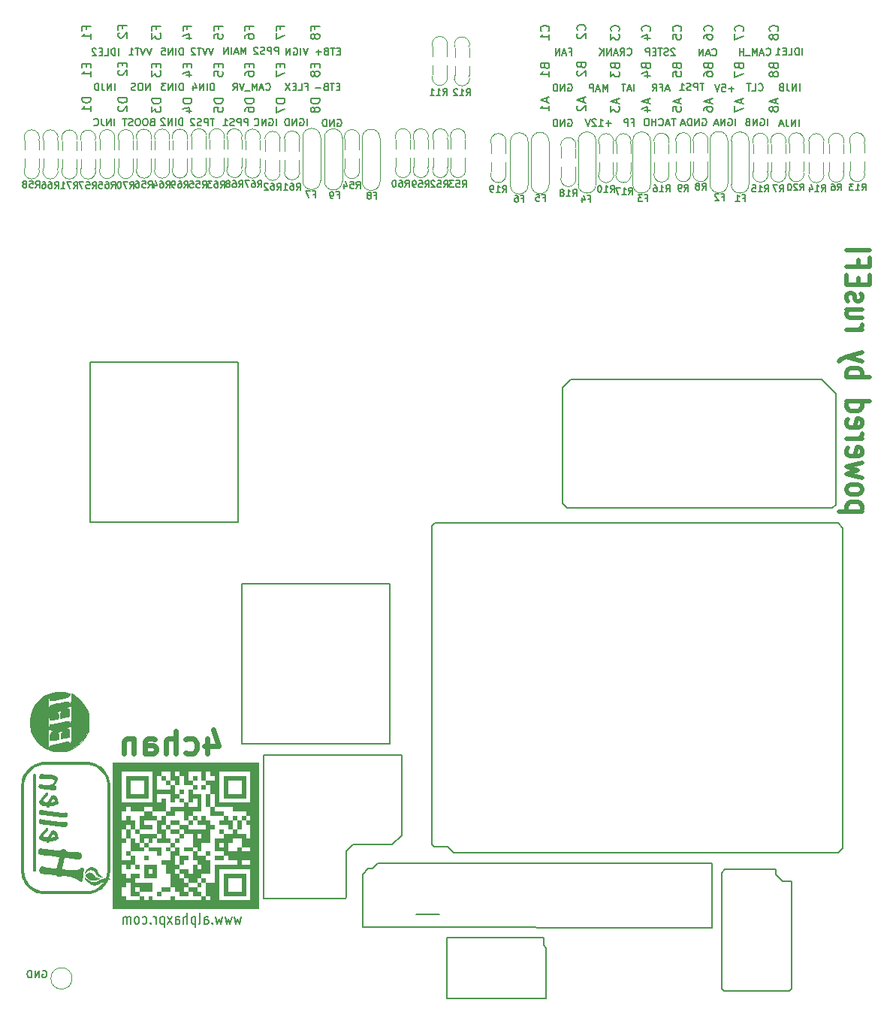
<source format=gbo>
G04 #@! TF.GenerationSoftware,KiCad,Pcbnew,(6.0.1)*
G04 #@! TF.CreationDate,2022-03-14T23:01:45+02:00*
G04 #@! TF.ProjectId,alphax_4ch,616c7068-6178-45f3-9463-682e6b696361,a*
G04 #@! TF.SameCoordinates,PX141f5e0PYa2cace0*
G04 #@! TF.FileFunction,Legend,Bot*
G04 #@! TF.FilePolarity,Positive*
%FSLAX46Y46*%
G04 Gerber Fmt 4.6, Leading zero omitted, Abs format (unit mm)*
G04 Created by KiCad (PCBNEW (6.0.1)) date 2022-03-14 23:01:45*
%MOMM*%
%LPD*%
G01*
G04 APERTURE LIST*
%ADD10C,0.170000*%
%ADD11C,0.200000*%
%ADD12C,0.600000*%
%ADD13C,0.500000*%
%ADD14C,0.130000*%
%ADD15C,0.127000*%
%ADD16C,0.150000*%
%ADD17C,0.099060*%
%ADD18C,0.120000*%
%ADD19C,0.002540*%
G04 APERTURE END LIST*
D10*
X84330036Y98707877D02*
X84330036Y99507877D01*
X83530036Y99469781D02*
X83606227Y99507877D01*
X83720512Y99507877D01*
X83834798Y99469781D01*
X83910989Y99393591D01*
X83949084Y99317401D01*
X83987179Y99165020D01*
X83987179Y99050734D01*
X83949084Y98898353D01*
X83910989Y98822162D01*
X83834798Y98745972D01*
X83720512Y98707877D01*
X83644322Y98707877D01*
X83530036Y98745972D01*
X83491941Y98784067D01*
X83491941Y99050734D01*
X83644322Y99050734D01*
X83149084Y98707877D02*
X83149084Y99507877D01*
X82691941Y98707877D01*
X82691941Y99507877D01*
X82044322Y99126924D02*
X81930036Y99088829D01*
X81891941Y99050734D01*
X81853846Y98974543D01*
X81853846Y98860258D01*
X81891941Y98784067D01*
X81930036Y98745972D01*
X82006227Y98707877D01*
X82310989Y98707877D01*
X82310989Y99507877D01*
X82044322Y99507877D01*
X81968131Y99469781D01*
X81930036Y99431686D01*
X81891941Y99355496D01*
X81891941Y99279305D01*
X81930036Y99203115D01*
X81968131Y99165020D01*
X82044322Y99126924D01*
X82310989Y99126924D01*
X68480494Y106715286D02*
X68518589Y106677191D01*
X68632875Y106639096D01*
X68709066Y106639096D01*
X68823351Y106677191D01*
X68899542Y106753381D01*
X68937637Y106829572D01*
X68975732Y106981953D01*
X68975732Y107096239D01*
X68937637Y107248620D01*
X68899542Y107324810D01*
X68823351Y107401000D01*
X68709066Y107439096D01*
X68632875Y107439096D01*
X68518589Y107401000D01*
X68480494Y107362905D01*
X67680494Y106639096D02*
X67947161Y107020048D01*
X68137637Y106639096D02*
X68137637Y107439096D01*
X67832875Y107439096D01*
X67756685Y107401000D01*
X67718589Y107362905D01*
X67680494Y107286715D01*
X67680494Y107172429D01*
X67718589Y107096239D01*
X67756685Y107058143D01*
X67832875Y107020048D01*
X68137637Y107020048D01*
X67375732Y106867667D02*
X66994780Y106867667D01*
X67451923Y106639096D02*
X67185256Y107439096D01*
X66918589Y106639096D01*
X66651923Y106639096D02*
X66651923Y107439096D01*
X66194780Y106639096D01*
X66194780Y107439096D01*
X65813828Y106639096D02*
X65813828Y107439096D01*
X65356685Y106639096D02*
X65699542Y107096239D01*
X65356685Y107439096D02*
X65813828Y106981953D01*
X25469047Y106738096D02*
X25469047Y107538096D01*
X25202380Y106966667D01*
X24935714Y107538096D01*
X24935714Y106738096D01*
X24592857Y106966667D02*
X24211904Y106966667D01*
X24669047Y106738096D02*
X24402380Y107538096D01*
X24135714Y106738096D01*
X23869047Y106738096D02*
X23869047Y107538096D01*
X23488095Y106738096D02*
X23488095Y107538096D01*
X23030952Y106738096D01*
X23030952Y107538096D01*
X36121428Y107107143D02*
X35854761Y107107143D01*
X35740476Y106688096D02*
X36121428Y106688096D01*
X36121428Y107488096D01*
X35740476Y107488096D01*
X35511904Y107488096D02*
X35054761Y107488096D01*
X35283333Y106688096D02*
X35283333Y107488096D01*
X34521428Y107107143D02*
X34407142Y107069048D01*
X34369047Y107030953D01*
X34330952Y106954762D01*
X34330952Y106840477D01*
X34369047Y106764286D01*
X34407142Y106726191D01*
X34483333Y106688096D01*
X34788095Y106688096D01*
X34788095Y107488096D01*
X34521428Y107488096D01*
X34445238Y107450000D01*
X34407142Y107411905D01*
X34369047Y107335715D01*
X34369047Y107259524D01*
X34407142Y107183334D01*
X34445238Y107145239D01*
X34521428Y107107143D01*
X34788095Y107107143D01*
X33988095Y106992858D02*
X33378571Y106992858D01*
X33683333Y106688096D02*
X33683333Y107297620D01*
X88206227Y106673986D02*
X88206227Y107473986D01*
X87825275Y106673986D02*
X87825275Y107473986D01*
X87634799Y107473986D01*
X87520513Y107435890D01*
X87444322Y107359700D01*
X87406227Y107283510D01*
X87368132Y107131129D01*
X87368132Y107016843D01*
X87406227Y106864462D01*
X87444322Y106788271D01*
X87520513Y106712081D01*
X87634799Y106673986D01*
X87825275Y106673986D01*
X86644322Y106673986D02*
X87025275Y106673986D01*
X87025275Y107473986D01*
X86377656Y107093033D02*
X86110989Y107093033D01*
X85996703Y106673986D02*
X86377656Y106673986D01*
X86377656Y107473986D01*
X85996703Y107473986D01*
X85234799Y106673986D02*
X85691941Y106673986D01*
X85463370Y106673986D02*
X85463370Y107473986D01*
X85539561Y107359700D01*
X85615751Y107283510D01*
X85691941Y107245414D01*
D11*
X24940476Y9557143D02*
X24750000Y8757143D01*
X24559523Y9328572D01*
X24369047Y8757143D01*
X24178571Y9557143D01*
X23892857Y9557143D02*
X23702380Y8757143D01*
X23511904Y9328572D01*
X23321428Y8757143D01*
X23130952Y9557143D01*
X22845238Y9557143D02*
X22654761Y8757143D01*
X22464285Y9328572D01*
X22273809Y8757143D01*
X22083333Y9557143D01*
X21702380Y8871429D02*
X21654761Y8814286D01*
X21702380Y8757143D01*
X21750000Y8814286D01*
X21702380Y8871429D01*
X21702380Y8757143D01*
X20797619Y8757143D02*
X20797619Y9385715D01*
X20845238Y9500000D01*
X20940476Y9557143D01*
X21130952Y9557143D01*
X21226190Y9500000D01*
X20797619Y8814286D02*
X20892857Y8757143D01*
X21130952Y8757143D01*
X21226190Y8814286D01*
X21273809Y8928572D01*
X21273809Y9042858D01*
X21226190Y9157143D01*
X21130952Y9214286D01*
X20892857Y9214286D01*
X20797619Y9271429D01*
X20178571Y8757143D02*
X20273809Y8814286D01*
X20321428Y8928572D01*
X20321428Y9957143D01*
X19797619Y9557143D02*
X19797619Y8357143D01*
X19797619Y9500000D02*
X19702380Y9557143D01*
X19511904Y9557143D01*
X19416666Y9500000D01*
X19369047Y9442858D01*
X19321428Y9328572D01*
X19321428Y8985715D01*
X19369047Y8871429D01*
X19416666Y8814286D01*
X19511904Y8757143D01*
X19702380Y8757143D01*
X19797619Y8814286D01*
X18892857Y8757143D02*
X18892857Y9957143D01*
X18464285Y8757143D02*
X18464285Y9385715D01*
X18511904Y9500000D01*
X18607142Y9557143D01*
X18750000Y9557143D01*
X18845238Y9500000D01*
X18892857Y9442858D01*
X17559523Y8757143D02*
X17559523Y9385715D01*
X17607142Y9500000D01*
X17702380Y9557143D01*
X17892857Y9557143D01*
X17988095Y9500000D01*
X17559523Y8814286D02*
X17654761Y8757143D01*
X17892857Y8757143D01*
X17988095Y8814286D01*
X18035714Y8928572D01*
X18035714Y9042858D01*
X17988095Y9157143D01*
X17892857Y9214286D01*
X17654761Y9214286D01*
X17559523Y9271429D01*
X17178571Y8757143D02*
X16654761Y9557143D01*
X17178571Y9557143D02*
X16654761Y8757143D01*
X16273809Y9557143D02*
X16273809Y8357143D01*
X16273809Y9500000D02*
X16178571Y9557143D01*
X15988095Y9557143D01*
X15892857Y9500000D01*
X15845238Y9442858D01*
X15797619Y9328572D01*
X15797619Y8985715D01*
X15845238Y8871429D01*
X15892857Y8814286D01*
X15988095Y8757143D01*
X16178571Y8757143D01*
X16273809Y8814286D01*
X15369047Y8757143D02*
X15369047Y9557143D01*
X15369047Y9328572D02*
X15321428Y9442858D01*
X15273809Y9500000D01*
X15178571Y9557143D01*
X15083333Y9557143D01*
X14750000Y8871429D02*
X14702380Y8814286D01*
X14750000Y8757143D01*
X14797619Y8814286D01*
X14750000Y8871429D01*
X14750000Y8757143D01*
X13845238Y8814286D02*
X13940476Y8757143D01*
X14130952Y8757143D01*
X14226190Y8814286D01*
X14273809Y8871429D01*
X14321428Y8985715D01*
X14321428Y9328572D01*
X14273809Y9442858D01*
X14226190Y9500000D01*
X14130952Y9557143D01*
X13940476Y9557143D01*
X13845238Y9500000D01*
X13273809Y8757143D02*
X13369047Y8814286D01*
X13416666Y8871429D01*
X13464285Y8985715D01*
X13464285Y9328572D01*
X13416666Y9442858D01*
X13369047Y9500000D01*
X13273809Y9557143D01*
X13130952Y9557143D01*
X13035714Y9500000D01*
X12988095Y9442858D01*
X12940476Y9328572D01*
X12940476Y8985715D01*
X12988095Y8871429D01*
X13035714Y8814286D01*
X13130952Y8757143D01*
X13273809Y8757143D01*
X12511904Y8757143D02*
X12511904Y9557143D01*
X12511904Y9442858D02*
X12464285Y9500000D01*
X12369047Y9557143D01*
X12226190Y9557143D01*
X12130952Y9500000D01*
X12083333Y9385715D01*
X12083333Y8757143D01*
X12083333Y9385715D02*
X12035714Y9500000D01*
X11940476Y9557143D01*
X11797619Y9557143D01*
X11702380Y9500000D01*
X11654761Y9385715D01*
X11654761Y8757143D01*
D10*
X14845238Y107488096D02*
X14578571Y106688096D01*
X14311904Y107488096D01*
X14159523Y107488096D02*
X13892857Y106688096D01*
X13626190Y107488096D01*
X13473809Y107488096D02*
X13016666Y107488096D01*
X13245238Y106688096D02*
X13245238Y107488096D01*
X12330952Y106688096D02*
X12788095Y106688096D01*
X12559523Y106688096D02*
X12559523Y107488096D01*
X12635714Y107373810D01*
X12711904Y107297620D01*
X12788095Y107259524D01*
X18350000Y98738096D02*
X18350000Y99538096D01*
X18159523Y99538096D01*
X18045238Y99500000D01*
X17969047Y99423810D01*
X17930952Y99347620D01*
X17892857Y99195239D01*
X17892857Y99080953D01*
X17930952Y98928572D01*
X17969047Y98852381D01*
X18045238Y98776191D01*
X18159523Y98738096D01*
X18350000Y98738096D01*
X17550000Y98738096D02*
X17550000Y99538096D01*
X17169047Y98738096D02*
X17169047Y99538096D01*
X16711904Y98738096D01*
X16711904Y99538096D01*
X16369047Y99461905D02*
X16330952Y99500000D01*
X16254761Y99538096D01*
X16064285Y99538096D01*
X15988095Y99500000D01*
X15950000Y99461905D01*
X15911904Y99385715D01*
X15911904Y99309524D01*
X15950000Y99195239D01*
X16407142Y98738096D01*
X15911904Y98738096D01*
X11116666Y106638096D02*
X11116666Y107438096D01*
X10735714Y106638096D02*
X10735714Y107438096D01*
X10545238Y107438096D01*
X10430952Y107400000D01*
X10354761Y107323810D01*
X10316666Y107247620D01*
X10278571Y107095239D01*
X10278571Y106980953D01*
X10316666Y106828572D01*
X10354761Y106752381D01*
X10430952Y106676191D01*
X10545238Y106638096D01*
X10735714Y106638096D01*
X9554761Y106638096D02*
X9935714Y106638096D01*
X9935714Y107438096D01*
X9288095Y107057143D02*
X9021428Y107057143D01*
X8907142Y106638096D02*
X9288095Y106638096D01*
X9288095Y107438096D01*
X8907142Y107438096D01*
X8602380Y107361905D02*
X8564285Y107400000D01*
X8488095Y107438096D01*
X8297619Y107438096D01*
X8221428Y107400000D01*
X8183333Y107361905D01*
X8145238Y107285715D01*
X8145238Y107209524D01*
X8183333Y107095239D01*
X8640476Y106638096D01*
X8145238Y106638096D01*
X32476190Y107488096D02*
X32209523Y106688096D01*
X31942857Y107488096D01*
X31676190Y106688096D02*
X31676190Y107488096D01*
X30876190Y107450000D02*
X30952380Y107488096D01*
X31066666Y107488096D01*
X31180952Y107450000D01*
X31257142Y107373810D01*
X31295238Y107297620D01*
X31333333Y107145239D01*
X31333333Y107030953D01*
X31295238Y106878572D01*
X31257142Y106802381D01*
X31180952Y106726191D01*
X31066666Y106688096D01*
X30990476Y106688096D01*
X30876190Y106726191D01*
X30838095Y106764286D01*
X30838095Y107030953D01*
X30990476Y107030953D01*
X30495238Y106688096D02*
X30495238Y107488096D01*
X30038095Y106688096D01*
X30038095Y107488096D01*
X36071428Y103107143D02*
X35804761Y103107143D01*
X35690476Y102688096D02*
X36071428Y102688096D01*
X36071428Y103488096D01*
X35690476Y103488096D01*
X35461904Y103488096D02*
X35004761Y103488096D01*
X35233333Y102688096D02*
X35233333Y103488096D01*
X34471428Y103107143D02*
X34357142Y103069048D01*
X34319047Y103030953D01*
X34280952Y102954762D01*
X34280952Y102840477D01*
X34319047Y102764286D01*
X34357142Y102726191D01*
X34433333Y102688096D01*
X34738095Y102688096D01*
X34738095Y103488096D01*
X34471428Y103488096D01*
X34395238Y103450000D01*
X34357142Y103411905D01*
X34319047Y103335715D01*
X34319047Y103259524D01*
X34357142Y103183334D01*
X34395238Y103145239D01*
X34471428Y103107143D01*
X34738095Y103107143D01*
X33938095Y102992858D02*
X33328571Y102992858D01*
D12*
X21176666Y29657143D02*
X21176666Y27923810D01*
X21795714Y30647620D02*
X22414761Y28790477D01*
X20805238Y28790477D01*
X18700476Y28047620D02*
X18948095Y27923810D01*
X19443333Y27923810D01*
X19690952Y28047620D01*
X19814761Y28171429D01*
X19938571Y28419048D01*
X19938571Y29161905D01*
X19814761Y29409524D01*
X19690952Y29533334D01*
X19443333Y29657143D01*
X18948095Y29657143D01*
X18700476Y29533334D01*
X17586190Y27923810D02*
X17586190Y30523810D01*
X16471904Y27923810D02*
X16471904Y29285715D01*
X16595714Y29533334D01*
X16843333Y29657143D01*
X17214761Y29657143D01*
X17462380Y29533334D01*
X17586190Y29409524D01*
X14119523Y27923810D02*
X14119523Y29285715D01*
X14243333Y29533334D01*
X14490952Y29657143D01*
X14986190Y29657143D01*
X15233809Y29533334D01*
X14119523Y28047620D02*
X14367142Y27923810D01*
X14986190Y27923810D01*
X15233809Y28047620D01*
X15357619Y28295239D01*
X15357619Y28542858D01*
X15233809Y28790477D01*
X14986190Y28914286D01*
X14367142Y28914286D01*
X14119523Y29038096D01*
X12881428Y29657143D02*
X12881428Y27923810D01*
X12881428Y29409524D02*
X12757619Y29533334D01*
X12510000Y29657143D01*
X12138571Y29657143D01*
X11890952Y29533334D01*
X11767142Y29285715D01*
X11767142Y27923810D01*
D10*
X32202380Y103107143D02*
X32469047Y103107143D01*
X32469047Y102688096D02*
X32469047Y103488096D01*
X32088095Y103488096D01*
X31402380Y102688096D02*
X31783333Y102688096D01*
X31783333Y103488096D01*
X31135714Y103107143D02*
X30869047Y103107143D01*
X30754761Y102688096D02*
X31135714Y102688096D01*
X31135714Y103488096D01*
X30754761Y103488096D01*
X30488095Y103488096D02*
X29954761Y102688096D01*
X29954761Y103488096D02*
X30488095Y102688096D01*
X27750000Y102764286D02*
X27788095Y102726191D01*
X27902380Y102688096D01*
X27978571Y102688096D01*
X28092857Y102726191D01*
X28169047Y102802381D01*
X28207142Y102878572D01*
X28245238Y103030953D01*
X28245238Y103145239D01*
X28207142Y103297620D01*
X28169047Y103373810D01*
X28092857Y103450000D01*
X27978571Y103488096D01*
X27902380Y103488096D01*
X27788095Y103450000D01*
X27750000Y103411905D01*
X27445238Y102916667D02*
X27064285Y102916667D01*
X27521428Y102688096D02*
X27254761Y103488096D01*
X26988095Y102688096D01*
X26721428Y102688096D02*
X26721428Y103488096D01*
X26454761Y102916667D01*
X26188095Y103488096D01*
X26188095Y102688096D01*
X25997619Y102611905D02*
X25388095Y102611905D01*
X25311904Y103488096D02*
X25045238Y102688096D01*
X24778571Y103488096D01*
X24054761Y102688096D02*
X24321428Y103069048D01*
X24511904Y102688096D02*
X24511904Y103488096D01*
X24207142Y103488096D01*
X24130952Y103450000D01*
X24092857Y103411905D01*
X24054761Y103335715D01*
X24054761Y103221429D01*
X24092857Y103145239D01*
X24130952Y103107143D01*
X24207142Y103069048D01*
X24511904Y103069048D01*
X14916666Y99107143D02*
X14802380Y99069048D01*
X14764285Y99030953D01*
X14726190Y98954762D01*
X14726190Y98840477D01*
X14764285Y98764286D01*
X14802380Y98726191D01*
X14878571Y98688096D01*
X15183333Y98688096D01*
X15183333Y99488096D01*
X14916666Y99488096D01*
X14840476Y99450000D01*
X14802380Y99411905D01*
X14764285Y99335715D01*
X14764285Y99259524D01*
X14802380Y99183334D01*
X14840476Y99145239D01*
X14916666Y99107143D01*
X15183333Y99107143D01*
X14230952Y99488096D02*
X14078571Y99488096D01*
X14002380Y99450000D01*
X13926190Y99373810D01*
X13888095Y99221429D01*
X13888095Y98954762D01*
X13926190Y98802381D01*
X14002380Y98726191D01*
X14078571Y98688096D01*
X14230952Y98688096D01*
X14307142Y98726191D01*
X14383333Y98802381D01*
X14421428Y98954762D01*
X14421428Y99221429D01*
X14383333Y99373810D01*
X14307142Y99450000D01*
X14230952Y99488096D01*
X13392857Y99488096D02*
X13240476Y99488096D01*
X13164285Y99450000D01*
X13088095Y99373810D01*
X13050000Y99221429D01*
X13050000Y98954762D01*
X13088095Y98802381D01*
X13164285Y98726191D01*
X13240476Y98688096D01*
X13392857Y98688096D01*
X13469047Y98726191D01*
X13545238Y98802381D01*
X13583333Y98954762D01*
X13583333Y99221429D01*
X13545238Y99373810D01*
X13469047Y99450000D01*
X13392857Y99488096D01*
X12745238Y98726191D02*
X12630952Y98688096D01*
X12440476Y98688096D01*
X12364285Y98726191D01*
X12326190Y98764286D01*
X12288095Y98840477D01*
X12288095Y98916667D01*
X12326190Y98992858D01*
X12364285Y99030953D01*
X12440476Y99069048D01*
X12592857Y99107143D01*
X12669047Y99145239D01*
X12707142Y99183334D01*
X12745238Y99259524D01*
X12745238Y99335715D01*
X12707142Y99411905D01*
X12669047Y99450000D01*
X12592857Y99488096D01*
X12402380Y99488096D01*
X12288095Y99450000D01*
X12059523Y99488096D02*
X11602380Y99488096D01*
X11830952Y98688096D02*
X11830952Y99488096D01*
X35809523Y99400000D02*
X35885714Y99438096D01*
X36000000Y99438096D01*
X36114285Y99400000D01*
X36190476Y99323810D01*
X36228571Y99247620D01*
X36266666Y99095239D01*
X36266666Y98980953D01*
X36228571Y98828572D01*
X36190476Y98752381D01*
X36114285Y98676191D01*
X36000000Y98638096D01*
X35923809Y98638096D01*
X35809523Y98676191D01*
X35771428Y98714286D01*
X35771428Y98980953D01*
X35923809Y98980953D01*
X35428571Y98638096D02*
X35428571Y99438096D01*
X34971428Y98638096D01*
X34971428Y99438096D01*
X34590476Y98638096D02*
X34590476Y99438096D01*
X34400000Y99438096D01*
X34285714Y99400000D01*
X34209523Y99323810D01*
X34171428Y99247620D01*
X34133333Y99095239D01*
X34133333Y98980953D01*
X34171428Y98828572D01*
X34209523Y98752381D01*
X34285714Y98676191D01*
X34400000Y98638096D01*
X34590476Y98638096D01*
D13*
X94957142Y55248810D02*
X92357142Y55248810D01*
X94833333Y55248810D02*
X94957142Y55458334D01*
X94957142Y55877381D01*
X94833333Y56086905D01*
X94709523Y56191667D01*
X94461904Y56296429D01*
X93719047Y56296429D01*
X93471428Y56191667D01*
X93347619Y56086905D01*
X93223809Y55877381D01*
X93223809Y55458334D01*
X93347619Y55248810D01*
X93223809Y57553572D02*
X93347619Y57344048D01*
X93471428Y57239286D01*
X93719047Y57134524D01*
X94461904Y57134524D01*
X94709523Y57239286D01*
X94833333Y57344048D01*
X94957142Y57553572D01*
X94957142Y57867858D01*
X94833333Y58077381D01*
X94709523Y58182143D01*
X94461904Y58286905D01*
X93719047Y58286905D01*
X93471428Y58182143D01*
X93347619Y58077381D01*
X93223809Y57867858D01*
X93223809Y57553572D01*
X94957142Y59020239D02*
X93223809Y59439286D01*
X94461904Y59858334D01*
X93223809Y60277381D01*
X94957142Y60696429D01*
X93347619Y62372620D02*
X93223809Y62163096D01*
X93223809Y61744048D01*
X93347619Y61534524D01*
X93595238Y61429762D01*
X94585714Y61429762D01*
X94833333Y61534524D01*
X94957142Y61744048D01*
X94957142Y62163096D01*
X94833333Y62372620D01*
X94585714Y62477381D01*
X94338095Y62477381D01*
X94090476Y61429762D01*
X93223809Y63420239D02*
X94957142Y63420239D01*
X94461904Y63420239D02*
X94709523Y63525000D01*
X94833333Y63629762D01*
X94957142Y63839286D01*
X94957142Y64048810D01*
X93347619Y65620239D02*
X93223809Y65410715D01*
X93223809Y64991667D01*
X93347619Y64782143D01*
X93595238Y64677381D01*
X94585714Y64677381D01*
X94833333Y64782143D01*
X94957142Y64991667D01*
X94957142Y65410715D01*
X94833333Y65620239D01*
X94585714Y65725000D01*
X94338095Y65725000D01*
X94090476Y64677381D01*
X93223809Y67610715D02*
X95823809Y67610715D01*
X93347619Y67610715D02*
X93223809Y67401191D01*
X93223809Y66982143D01*
X93347619Y66772620D01*
X93471428Y66667858D01*
X93719047Y66563096D01*
X94461904Y66563096D01*
X94709523Y66667858D01*
X94833333Y66772620D01*
X94957142Y66982143D01*
X94957142Y67401191D01*
X94833333Y67610715D01*
X93223809Y70334524D02*
X95823809Y70334524D01*
X94833333Y70334524D02*
X94957142Y70544048D01*
X94957142Y70963096D01*
X94833333Y71172620D01*
X94709523Y71277381D01*
X94461904Y71382143D01*
X93719047Y71382143D01*
X93471428Y71277381D01*
X93347619Y71172620D01*
X93223809Y70963096D01*
X93223809Y70544048D01*
X93347619Y70334524D01*
X94957142Y72115477D02*
X93223809Y72639286D01*
X94957142Y73163096D02*
X93223809Y72639286D01*
X92604761Y72429762D01*
X92480952Y72325000D01*
X92357142Y72115477D01*
X93223809Y75677381D02*
X94957142Y75677381D01*
X94461904Y75677381D02*
X94709523Y75782143D01*
X94833333Y75886905D01*
X94957142Y76096429D01*
X94957142Y76305953D01*
X94957142Y77982143D02*
X93223809Y77982143D01*
X94957142Y77039286D02*
X93595238Y77039286D01*
X93347619Y77144048D01*
X93223809Y77353572D01*
X93223809Y77667858D01*
X93347619Y77877381D01*
X93471428Y77982143D01*
X93347619Y78925000D02*
X93223809Y79134524D01*
X93223809Y79553572D01*
X93347619Y79763096D01*
X93595238Y79867858D01*
X93719047Y79867858D01*
X93966666Y79763096D01*
X94090476Y79553572D01*
X94090476Y79239286D01*
X94214285Y79029762D01*
X94461904Y78925000D01*
X94585714Y78925000D01*
X94833333Y79029762D01*
X94957142Y79239286D01*
X94957142Y79553572D01*
X94833333Y79763096D01*
X94585714Y80810715D02*
X94585714Y81544048D01*
X93223809Y81858334D02*
X93223809Y80810715D01*
X95823809Y80810715D01*
X95823809Y81858334D01*
X94585714Y83534524D02*
X94585714Y82801191D01*
X93223809Y82801191D02*
X95823809Y82801191D01*
X95823809Y83848810D01*
X93223809Y84686905D02*
X95823809Y84686905D01*
D10*
X10723809Y102688096D02*
X10723809Y103488096D01*
X10342857Y102688096D02*
X10342857Y103488096D01*
X9885714Y102688096D01*
X9885714Y103488096D01*
X9276190Y103488096D02*
X9276190Y102916667D01*
X9314285Y102802381D01*
X9390476Y102726191D01*
X9504761Y102688096D01*
X9580952Y102688096D01*
X8895238Y102688096D02*
X8895238Y103488096D01*
X8704761Y103488096D01*
X8590476Y103450000D01*
X8514285Y103373810D01*
X8476190Y103297620D01*
X8438095Y103145239D01*
X8438095Y103030953D01*
X8476190Y102878572D01*
X8514285Y102802381D01*
X8590476Y102726191D01*
X8704761Y102688096D01*
X8895238Y102688096D01*
X77139652Y103488096D02*
X76682509Y103488096D01*
X76911080Y102688096D02*
X76911080Y103488096D01*
X76415842Y102688096D02*
X76415842Y103488096D01*
X76111080Y103488096D01*
X76034890Y103450000D01*
X75996795Y103411905D01*
X75958699Y103335715D01*
X75958699Y103221429D01*
X75996795Y103145239D01*
X76034890Y103107143D01*
X76111080Y103069048D01*
X76415842Y103069048D01*
X75653937Y102726191D02*
X75539652Y102688096D01*
X75349176Y102688096D01*
X75272985Y102726191D01*
X75234890Y102764286D01*
X75196795Y102840477D01*
X75196795Y102916667D01*
X75234890Y102992858D01*
X75272985Y103030953D01*
X75349176Y103069048D01*
X75501556Y103107143D01*
X75577747Y103145239D01*
X75615842Y103183334D01*
X75653937Y103259524D01*
X75653937Y103335715D01*
X75615842Y103411905D01*
X75577747Y103450000D01*
X75501556Y103488096D01*
X75311080Y103488096D01*
X75196795Y103450000D01*
X74434890Y102688096D02*
X74892033Y102688096D01*
X74663461Y102688096D02*
X74663461Y103488096D01*
X74739652Y103373810D01*
X74815842Y103297620D01*
X74892033Y103259524D01*
X87841117Y98638096D02*
X87841117Y99438096D01*
X87460165Y98638096D02*
X87460165Y99438096D01*
X87003022Y98638096D01*
X87003022Y99438096D01*
X86393498Y99438096D02*
X86393498Y98866667D01*
X86431593Y98752381D01*
X86507784Y98676191D01*
X86622070Y98638096D01*
X86698260Y98638096D01*
X86050641Y98866667D02*
X85669689Y98866667D01*
X86126831Y98638096D02*
X85860165Y99438096D01*
X85593498Y98638096D01*
X10673809Y98688096D02*
X10673809Y99488096D01*
X10292857Y98688096D02*
X10292857Y99488096D01*
X9835714Y98688096D01*
X9835714Y99488096D01*
X9226190Y99488096D02*
X9226190Y98916667D01*
X9264285Y98802381D01*
X9340476Y98726191D01*
X9454761Y98688096D01*
X9530952Y98688096D01*
X8388095Y98764286D02*
X8426190Y98726191D01*
X8540476Y98688096D01*
X8616666Y98688096D01*
X8730952Y98726191D01*
X8807142Y98802381D01*
X8845238Y98878572D01*
X8883333Y99030953D01*
X8883333Y99145239D01*
X8845238Y99297620D01*
X8807142Y99373810D01*
X8730952Y99450000D01*
X8616666Y99488096D01*
X8540476Y99488096D01*
X8426190Y99450000D01*
X8388095Y99411905D01*
X78077747Y106645506D02*
X78115842Y106607411D01*
X78230128Y106569316D01*
X78306319Y106569316D01*
X78420604Y106607411D01*
X78496795Y106683601D01*
X78534890Y106759792D01*
X78572985Y106912173D01*
X78572985Y107026459D01*
X78534890Y107178840D01*
X78496795Y107255030D01*
X78420604Y107331220D01*
X78306319Y107369316D01*
X78230128Y107369316D01*
X78115842Y107331220D01*
X78077747Y107293125D01*
X77772985Y106797887D02*
X77392033Y106797887D01*
X77849176Y106569316D02*
X77582509Y107369316D01*
X77315842Y106569316D01*
X77049176Y106569316D02*
X77049176Y107369316D01*
X76592033Y106569316D01*
X76592033Y107369316D01*
X68987088Y99092033D02*
X69253754Y99092033D01*
X69253754Y98672986D02*
X69253754Y99472986D01*
X68872802Y99472986D01*
X68568040Y98672986D02*
X68568040Y99472986D01*
X68263278Y99472986D01*
X68187088Y99434890D01*
X68148993Y99396795D01*
X68110897Y99320605D01*
X68110897Y99206319D01*
X68148993Y99130129D01*
X68187088Y99092033D01*
X68263278Y99053938D01*
X68568040Y99053938D01*
X32369047Y98688096D02*
X32369047Y99488096D01*
X31569047Y99450000D02*
X31645238Y99488096D01*
X31759523Y99488096D01*
X31873809Y99450000D01*
X31950000Y99373810D01*
X31988095Y99297620D01*
X32026190Y99145239D01*
X32026190Y99030953D01*
X31988095Y98878572D01*
X31950000Y98802381D01*
X31873809Y98726191D01*
X31759523Y98688096D01*
X31683333Y98688096D01*
X31569047Y98726191D01*
X31530952Y98764286D01*
X31530952Y99030953D01*
X31683333Y99030953D01*
X31188095Y98688096D02*
X31188095Y99488096D01*
X30730952Y98688096D01*
X30730952Y99488096D01*
X30350000Y98688096D02*
X30350000Y99488096D01*
X30159523Y99488096D01*
X30045238Y99450000D01*
X29969047Y99373810D01*
X29930952Y99297620D01*
X29892857Y99145239D01*
X29892857Y99030953D01*
X29930952Y98878572D01*
X29969047Y98802381D01*
X30045238Y98726191D01*
X30159523Y98688096D01*
X30350000Y98688096D01*
X80679212Y98707877D02*
X80679212Y99507877D01*
X79879212Y99469781D02*
X79955403Y99507877D01*
X80069688Y99507877D01*
X80183974Y99469781D01*
X80260165Y99393591D01*
X80298260Y99317401D01*
X80336355Y99165020D01*
X80336355Y99050734D01*
X80298260Y98898353D01*
X80260165Y98822162D01*
X80183974Y98745972D01*
X80069688Y98707877D01*
X79993498Y98707877D01*
X79879212Y98745972D01*
X79841117Y98784067D01*
X79841117Y99050734D01*
X79993498Y99050734D01*
X79498260Y98707877D02*
X79498260Y99507877D01*
X79041117Y98707877D01*
X79041117Y99507877D01*
X78698260Y98936448D02*
X78317308Y98936448D01*
X78774450Y98707877D02*
X78507784Y99507877D01*
X78241117Y98707877D01*
X83282601Y102702923D02*
X83320696Y102664828D01*
X83434982Y102626733D01*
X83511172Y102626733D01*
X83625458Y102664828D01*
X83701649Y102741018D01*
X83739744Y102817209D01*
X83777839Y102969590D01*
X83777839Y103083876D01*
X83739744Y103236257D01*
X83701649Y103312447D01*
X83625458Y103388637D01*
X83511172Y103426733D01*
X83434982Y103426733D01*
X83320696Y103388637D01*
X83282601Y103350542D01*
X82558791Y102626733D02*
X82939744Y102626733D01*
X82939744Y103426733D01*
X82406410Y103426733D02*
X81949268Y103426733D01*
X82177839Y102626733D02*
X82177839Y103426733D01*
X61809523Y99400000D02*
X61885714Y99438096D01*
X62000000Y99438096D01*
X62114285Y99400000D01*
X62190476Y99323810D01*
X62228571Y99247620D01*
X62266666Y99095239D01*
X62266666Y98980953D01*
X62228571Y98828572D01*
X62190476Y98752381D01*
X62114285Y98676191D01*
X62000000Y98638096D01*
X61923809Y98638096D01*
X61809523Y98676191D01*
X61771428Y98714286D01*
X61771428Y98980953D01*
X61923809Y98980953D01*
X61428571Y98638096D02*
X61428571Y99438096D01*
X60971428Y98638096D01*
X60971428Y99438096D01*
X60590476Y98638096D02*
X60590476Y99438096D01*
X60400000Y99438096D01*
X60285714Y99400000D01*
X60209523Y99323810D01*
X60171428Y99247620D01*
X60133333Y99095239D01*
X60133333Y98980953D01*
X60171428Y98828572D01*
X60209523Y98752381D01*
X60285714Y98676191D01*
X60400000Y98638096D01*
X60590476Y98638096D01*
X21940476Y99488096D02*
X21483333Y99488096D01*
X21711904Y98688096D02*
X21711904Y99488096D01*
X21216666Y98688096D02*
X21216666Y99488096D01*
X20911904Y99488096D01*
X20835714Y99450000D01*
X20797619Y99411905D01*
X20759523Y99335715D01*
X20759523Y99221429D01*
X20797619Y99145239D01*
X20835714Y99107143D01*
X20911904Y99069048D01*
X21216666Y99069048D01*
X20454761Y98726191D02*
X20340476Y98688096D01*
X20150000Y98688096D01*
X20073809Y98726191D01*
X20035714Y98764286D01*
X19997619Y98840477D01*
X19997619Y98916667D01*
X20035714Y98992858D01*
X20073809Y99030953D01*
X20150000Y99069048D01*
X20302380Y99107143D01*
X20378571Y99145239D01*
X20416666Y99183334D01*
X20454761Y99259524D01*
X20454761Y99335715D01*
X20416666Y99411905D01*
X20378571Y99450000D01*
X20302380Y99488096D01*
X20111904Y99488096D01*
X19997619Y99450000D01*
X19692857Y99411905D02*
X19654761Y99450000D01*
X19578571Y99488096D01*
X19388095Y99488096D01*
X19311904Y99450000D01*
X19273809Y99411905D01*
X19235714Y99335715D01*
X19235714Y99259524D01*
X19273809Y99145239D01*
X19730952Y98688096D01*
X19235714Y98688096D01*
X61809523Y103377473D02*
X61885714Y103415569D01*
X62000000Y103415569D01*
X62114285Y103377473D01*
X62190476Y103301283D01*
X62228571Y103225093D01*
X62266666Y103072712D01*
X62266666Y102958426D01*
X62228571Y102806045D01*
X62190476Y102729854D01*
X62114285Y102653664D01*
X62000000Y102615569D01*
X61923809Y102615569D01*
X61809523Y102653664D01*
X61771428Y102691759D01*
X61771428Y102958426D01*
X61923809Y102958426D01*
X61428571Y102615569D02*
X61428571Y103415569D01*
X60971428Y102615569D01*
X60971428Y103415569D01*
X60590476Y102615569D02*
X60590476Y103415569D01*
X60400000Y103415569D01*
X60285714Y103377473D01*
X60209523Y103301283D01*
X60171428Y103225093D01*
X60133333Y103072712D01*
X60133333Y102958426D01*
X60171428Y102806045D01*
X60209523Y102729854D01*
X60285714Y102653664D01*
X60400000Y102615569D01*
X60590476Y102615569D01*
X25721428Y98688096D02*
X25721428Y99488096D01*
X25416666Y99488096D01*
X25340476Y99450000D01*
X25302380Y99411905D01*
X25264285Y99335715D01*
X25264285Y99221429D01*
X25302380Y99145239D01*
X25340476Y99107143D01*
X25416666Y99069048D01*
X25721428Y99069048D01*
X24921428Y98688096D02*
X24921428Y99488096D01*
X24616666Y99488096D01*
X24540476Y99450000D01*
X24502380Y99411905D01*
X24464285Y99335715D01*
X24464285Y99221429D01*
X24502380Y99145239D01*
X24540476Y99107143D01*
X24616666Y99069048D01*
X24921428Y99069048D01*
X24159523Y98726191D02*
X24045238Y98688096D01*
X23854761Y98688096D01*
X23778571Y98726191D01*
X23740476Y98764286D01*
X23702380Y98840477D01*
X23702380Y98916667D01*
X23740476Y98992858D01*
X23778571Y99030953D01*
X23854761Y99069048D01*
X24007142Y99107143D01*
X24083333Y99145239D01*
X24121428Y99183334D01*
X24159523Y99259524D01*
X24159523Y99335715D01*
X24121428Y99411905D01*
X24083333Y99450000D01*
X24007142Y99488096D01*
X23816666Y99488096D01*
X23702380Y99450000D01*
X22940476Y98688096D02*
X23397619Y98688096D01*
X23169047Y98688096D02*
X23169047Y99488096D01*
X23245238Y99373810D01*
X23321428Y99297620D01*
X23397619Y99259524D01*
X87933150Y102626733D02*
X87933150Y103426733D01*
X87552198Y102626733D02*
X87552198Y103426733D01*
X87095055Y102626733D01*
X87095055Y103426733D01*
X86485531Y103426733D02*
X86485531Y102855304D01*
X86523626Y102741018D01*
X86599817Y102664828D01*
X86714102Y102626733D01*
X86790293Y102626733D01*
X85837912Y103045780D02*
X85723626Y103007685D01*
X85685531Y102969590D01*
X85647436Y102893399D01*
X85647436Y102779114D01*
X85685531Y102702923D01*
X85723626Y102664828D01*
X85799817Y102626733D01*
X86104579Y102626733D01*
X86104579Y103426733D01*
X85837912Y103426733D01*
X85761721Y103388637D01*
X85723626Y103350542D01*
X85685531Y103274352D01*
X85685531Y103198161D01*
X85723626Y103121971D01*
X85761721Y103083876D01*
X85837912Y103045780D01*
X86104579Y103045780D01*
X21900000Y102688096D02*
X21900000Y103488096D01*
X21709523Y103488096D01*
X21595238Y103450000D01*
X21519047Y103373810D01*
X21480952Y103297620D01*
X21442857Y103145239D01*
X21442857Y103030953D01*
X21480952Y102878572D01*
X21519047Y102802381D01*
X21595238Y102726191D01*
X21709523Y102688096D01*
X21900000Y102688096D01*
X21100000Y102688096D02*
X21100000Y103488096D01*
X20719047Y102688096D02*
X20719047Y103488096D01*
X20261904Y102688096D01*
X20261904Y103488096D01*
X19538095Y103221429D02*
X19538095Y102688096D01*
X19728571Y103526191D02*
X19919047Y102954762D01*
X19423809Y102954762D01*
X73193498Y102820414D02*
X72812545Y102820414D01*
X73269688Y102591843D02*
X73003022Y103391843D01*
X72736355Y102591843D01*
X72203022Y103010890D02*
X72469688Y103010890D01*
X72469688Y102591843D02*
X72469688Y103391843D01*
X72088736Y103391843D01*
X71326831Y102591843D02*
X71593498Y102972795D01*
X71783974Y102591843D02*
X71783974Y103391843D01*
X71479212Y103391843D01*
X71403022Y103353747D01*
X71364926Y103315652D01*
X71326831Y103239462D01*
X71326831Y103125176D01*
X71364926Y103048986D01*
X71403022Y103010890D01*
X71479212Y102972795D01*
X71783974Y102972795D01*
X73866575Y107362905D02*
X73828480Y107401000D01*
X73752289Y107439096D01*
X73561813Y107439096D01*
X73485623Y107401000D01*
X73447527Y107362905D01*
X73409432Y107286715D01*
X73409432Y107210524D01*
X73447527Y107096239D01*
X73904670Y106639096D01*
X73409432Y106639096D01*
X73104670Y106677191D02*
X72990385Y106639096D01*
X72799908Y106639096D01*
X72723718Y106677191D01*
X72685623Y106715286D01*
X72647527Y106791477D01*
X72647527Y106867667D01*
X72685623Y106943858D01*
X72723718Y106981953D01*
X72799908Y107020048D01*
X72952289Y107058143D01*
X73028480Y107096239D01*
X73066575Y107134334D01*
X73104670Y107210524D01*
X73104670Y107286715D01*
X73066575Y107362905D01*
X73028480Y107401000D01*
X72952289Y107439096D01*
X72761813Y107439096D01*
X72647527Y107401000D01*
X72418956Y107439096D02*
X71961813Y107439096D01*
X72190385Y106639096D02*
X72190385Y107439096D01*
X71695146Y107058143D02*
X71428480Y107058143D01*
X71314194Y106639096D02*
X71695146Y106639096D01*
X71695146Y107439096D01*
X71314194Y107439096D01*
X70971337Y106639096D02*
X70971337Y107439096D01*
X70666575Y107439096D01*
X70590385Y107401000D01*
X70552289Y107362905D01*
X70514194Y107286715D01*
X70514194Y107172429D01*
X70552289Y107096239D01*
X70590385Y107058143D01*
X70666575Y107020048D01*
X70971337Y107020048D01*
X84142948Y106715286D02*
X84181043Y106677191D01*
X84295329Y106639096D01*
X84371519Y106639096D01*
X84485805Y106677191D01*
X84561996Y106753381D01*
X84600091Y106829572D01*
X84638186Y106981953D01*
X84638186Y107096239D01*
X84600091Y107248620D01*
X84561996Y107324810D01*
X84485805Y107401000D01*
X84371519Y107439096D01*
X84295329Y107439096D01*
X84181043Y107401000D01*
X84142948Y107362905D01*
X83838186Y106867667D02*
X83457234Y106867667D01*
X83914377Y106639096D02*
X83647710Y107439096D01*
X83381043Y106639096D01*
X83114377Y106639096D02*
X83114377Y107439096D01*
X82847710Y106867667D01*
X82581043Y107439096D01*
X82581043Y106639096D01*
X82390567Y106562905D02*
X81781043Y106562905D01*
X81590567Y106639096D02*
X81590567Y107439096D01*
X81590567Y107058143D02*
X81133424Y107058143D01*
X81133424Y106639096D02*
X81133424Y107439096D01*
X61952290Y107058143D02*
X62218956Y107058143D01*
X62218956Y106639096D02*
X62218956Y107439096D01*
X61838004Y107439096D01*
X61571337Y106867667D02*
X61190385Y106867667D01*
X61647528Y106639096D02*
X61380861Y107439096D01*
X61114194Y106639096D01*
X60847528Y106639096D02*
X60847528Y107439096D01*
X60390385Y106639096D01*
X60390385Y107439096D01*
X28919047Y98688096D02*
X28919047Y99488096D01*
X28119047Y99450000D02*
X28195238Y99488096D01*
X28309523Y99488096D01*
X28423809Y99450000D01*
X28500000Y99373810D01*
X28538095Y99297620D01*
X28576190Y99145239D01*
X28576190Y99030953D01*
X28538095Y98878572D01*
X28500000Y98802381D01*
X28423809Y98726191D01*
X28309523Y98688096D01*
X28233333Y98688096D01*
X28119047Y98726191D01*
X28080952Y98764286D01*
X28080952Y99030953D01*
X28233333Y99030953D01*
X27738095Y98688096D02*
X27738095Y99488096D01*
X27280952Y98688096D01*
X27280952Y99488096D01*
X26442857Y98764286D02*
X26480952Y98726191D01*
X26595238Y98688096D01*
X26671428Y98688096D01*
X26785714Y98726191D01*
X26861904Y98802381D01*
X26900000Y98878572D01*
X26938095Y99030953D01*
X26938095Y99145239D01*
X26900000Y99297620D01*
X26861904Y99373810D01*
X26785714Y99450000D01*
X26671428Y99488096D01*
X26595238Y99488096D01*
X26480952Y99450000D01*
X26442857Y99411905D01*
X29171428Y106738096D02*
X29171428Y107538096D01*
X28866666Y107538096D01*
X28790476Y107500000D01*
X28752380Y107461905D01*
X28714285Y107385715D01*
X28714285Y107271429D01*
X28752380Y107195239D01*
X28790476Y107157143D01*
X28866666Y107119048D01*
X29171428Y107119048D01*
X28371428Y106738096D02*
X28371428Y107538096D01*
X28066666Y107538096D01*
X27990476Y107500000D01*
X27952380Y107461905D01*
X27914285Y107385715D01*
X27914285Y107271429D01*
X27952380Y107195239D01*
X27990476Y107157143D01*
X28066666Y107119048D01*
X28371428Y107119048D01*
X27609523Y106776191D02*
X27495238Y106738096D01*
X27304761Y106738096D01*
X27228571Y106776191D01*
X27190476Y106814286D01*
X27152380Y106890477D01*
X27152380Y106966667D01*
X27190476Y107042858D01*
X27228571Y107080953D01*
X27304761Y107119048D01*
X27457142Y107157143D01*
X27533333Y107195239D01*
X27571428Y107233334D01*
X27609523Y107309524D01*
X27609523Y107385715D01*
X27571428Y107461905D01*
X27533333Y107500000D01*
X27457142Y107538096D01*
X27266666Y107538096D01*
X27152380Y107500000D01*
X26847619Y107461905D02*
X26809523Y107500000D01*
X26733333Y107538096D01*
X26542857Y107538096D01*
X26466666Y107500000D01*
X26428571Y107461905D01*
X26390476Y107385715D01*
X26390476Y107309524D01*
X26428571Y107195239D01*
X26885714Y106738096D01*
X26390476Y106738096D01*
X2574761Y3460000D02*
X2652857Y3499048D01*
X2770000Y3499048D01*
X2887142Y3460000D01*
X2965238Y3381905D01*
X3004285Y3303810D01*
X3043333Y3147620D01*
X3043333Y3030477D01*
X3004285Y2874286D01*
X2965238Y2796191D01*
X2887142Y2718096D01*
X2770000Y2679048D01*
X2691904Y2679048D01*
X2574761Y2718096D01*
X2535714Y2757143D01*
X2535714Y3030477D01*
X2691904Y3030477D01*
X2184285Y2679048D02*
X2184285Y3499048D01*
X1715714Y2679048D01*
X1715714Y3499048D01*
X1325238Y2679048D02*
X1325238Y3499048D01*
X1130000Y3499048D01*
X1012857Y3460000D01*
X934761Y3381905D01*
X895714Y3303810D01*
X856666Y3147620D01*
X856666Y3030477D01*
X895714Y2874286D01*
X934761Y2796191D01*
X1012857Y2718096D01*
X1130000Y2679048D01*
X1325238Y2679048D01*
X18400000Y102688096D02*
X18400000Y103488096D01*
X18209523Y103488096D01*
X18095238Y103450000D01*
X18019047Y103373810D01*
X17980952Y103297620D01*
X17942857Y103145239D01*
X17942857Y103030953D01*
X17980952Y102878572D01*
X18019047Y102802381D01*
X18095238Y102726191D01*
X18209523Y102688096D01*
X18400000Y102688096D01*
X17600000Y102688096D02*
X17600000Y103488096D01*
X17219047Y102688096D02*
X17219047Y103488096D01*
X16761904Y102688096D01*
X16761904Y103488096D01*
X16457142Y103488096D02*
X15961904Y103488096D01*
X16228571Y103183334D01*
X16114285Y103183334D01*
X16038095Y103145239D01*
X16000000Y103107143D01*
X15961904Y103030953D01*
X15961904Y102840477D01*
X16000000Y102764286D01*
X16038095Y102726191D01*
X16114285Y102688096D01*
X16342857Y102688096D01*
X16419047Y102726191D01*
X16457142Y102764286D01*
X76945787Y99469781D02*
X77021978Y99507877D01*
X77136264Y99507877D01*
X77250549Y99469781D01*
X77326740Y99393591D01*
X77364835Y99317401D01*
X77402930Y99165020D01*
X77402930Y99050734D01*
X77364835Y98898353D01*
X77326740Y98822162D01*
X77250549Y98745972D01*
X77136264Y98707877D01*
X77060073Y98707877D01*
X76945787Y98745972D01*
X76907692Y98784067D01*
X76907692Y99050734D01*
X77060073Y99050734D01*
X76564835Y98707877D02*
X76564835Y99507877D01*
X76107692Y98707877D01*
X76107692Y99507877D01*
X75726740Y98707877D02*
X75726740Y99507877D01*
X75536264Y99507877D01*
X75421978Y99469781D01*
X75345787Y99393591D01*
X75307692Y99317401D01*
X75269597Y99165020D01*
X75269597Y99050734D01*
X75307692Y98898353D01*
X75345787Y98822162D01*
X75421978Y98745972D01*
X75536264Y98707877D01*
X75726740Y98707877D01*
X74964835Y98936448D02*
X74583883Y98936448D01*
X75041026Y98707877D02*
X74774359Y99507877D01*
X74507692Y98707877D01*
X80510989Y102861715D02*
X79901465Y102861715D01*
X80206227Y102556953D02*
X80206227Y103166477D01*
X79139560Y103356953D02*
X79520513Y103356953D01*
X79558608Y102976000D01*
X79520513Y103014096D01*
X79444322Y103052191D01*
X79253846Y103052191D01*
X79177656Y103014096D01*
X79139560Y102976000D01*
X79101465Y102899810D01*
X79101465Y102709334D01*
X79139560Y102633143D01*
X79177656Y102595048D01*
X79253846Y102556953D01*
X79444322Y102556953D01*
X79520513Y102595048D01*
X79558608Y102633143D01*
X78872894Y103356953D02*
X78606227Y102556953D01*
X78339560Y103356953D01*
X14678571Y102688096D02*
X14678571Y103488096D01*
X14221428Y102688096D01*
X14221428Y103488096D01*
X13688095Y103488096D02*
X13535714Y103488096D01*
X13459523Y103450000D01*
X13383333Y103373810D01*
X13345238Y103221429D01*
X13345238Y102954762D01*
X13383333Y102802381D01*
X13459523Y102726191D01*
X13535714Y102688096D01*
X13688095Y102688096D01*
X13764285Y102726191D01*
X13840476Y102802381D01*
X13878571Y102954762D01*
X13878571Y103221429D01*
X13840476Y103373810D01*
X13764285Y103450000D01*
X13688095Y103488096D01*
X13040476Y102726191D02*
X12926190Y102688096D01*
X12735714Y102688096D01*
X12659523Y102726191D01*
X12621428Y102764286D01*
X12583333Y102840477D01*
X12583333Y102916667D01*
X12621428Y102992858D01*
X12659523Y103030953D01*
X12735714Y103069048D01*
X12888095Y103107143D01*
X12964285Y103145239D01*
X13002380Y103183334D01*
X13040476Y103259524D01*
X13040476Y103335715D01*
X13002380Y103411905D01*
X12964285Y103450000D01*
X12888095Y103488096D01*
X12697619Y103488096D01*
X12583333Y103450000D01*
X66256776Y102556953D02*
X66256776Y103356953D01*
X65990110Y102785524D01*
X65723443Y103356953D01*
X65723443Y102556953D01*
X65380586Y102785524D02*
X64999633Y102785524D01*
X65456776Y102556953D02*
X65190110Y103356953D01*
X64923443Y102556953D01*
X64656776Y102556953D02*
X64656776Y103356953D01*
X64352014Y103356953D01*
X64275824Y103318857D01*
X64237729Y103280762D01*
X64199633Y103204572D01*
X64199633Y103090286D01*
X64237729Y103014096D01*
X64275824Y102976000D01*
X64352014Y102937905D01*
X64656776Y102937905D01*
X21845238Y107488096D02*
X21578571Y106688096D01*
X21311904Y107488096D01*
X21159523Y107488096D02*
X20892857Y106688096D01*
X20626190Y107488096D01*
X20473809Y107488096D02*
X20016666Y107488096D01*
X20245238Y106688096D02*
X20245238Y107488096D01*
X19788095Y107411905D02*
X19750000Y107450000D01*
X19673809Y107488096D01*
X19483333Y107488096D01*
X19407142Y107450000D01*
X19369047Y107411905D01*
X19330952Y107335715D01*
X19330952Y107259524D01*
X19369047Y107145239D01*
X19826190Y106688096D01*
X19330952Y106688096D01*
X69244323Y102591843D02*
X69244323Y103391843D01*
X68901465Y102820414D02*
X68520513Y102820414D01*
X68977656Y102591843D02*
X68710989Y103391843D01*
X68444323Y102591843D01*
X68291942Y103391843D02*
X67834799Y103391843D01*
X68063370Y102591843D02*
X68063370Y103391843D01*
X18400000Y106688096D02*
X18400000Y107488096D01*
X18209523Y107488096D01*
X18095238Y107450000D01*
X18019047Y107373810D01*
X17980952Y107297620D01*
X17942857Y107145239D01*
X17942857Y107030953D01*
X17980952Y106878572D01*
X18019047Y106802381D01*
X18095238Y106726191D01*
X18209523Y106688096D01*
X18400000Y106688096D01*
X17600000Y106688096D02*
X17600000Y107488096D01*
X17219047Y106688096D02*
X17219047Y107488096D01*
X16761904Y106688096D01*
X16761904Y107488096D01*
X16000000Y107488096D02*
X16380952Y107488096D01*
X16419047Y107107143D01*
X16380952Y107145239D01*
X16304761Y107183334D01*
X16114285Y107183334D01*
X16038095Y107145239D01*
X16000000Y107107143D01*
X15961904Y107030953D01*
X15961904Y106840477D01*
X16000000Y106764286D01*
X16038095Y106726191D01*
X16114285Y106688096D01*
X16304761Y106688096D01*
X16380952Y106726191D01*
X16419047Y106764286D01*
X66691666Y98977748D02*
X66082143Y98977748D01*
X66386904Y98672986D02*
X66386904Y99282510D01*
X65282143Y98672986D02*
X65739285Y98672986D01*
X65510714Y98672986D02*
X65510714Y99472986D01*
X65586904Y99358700D01*
X65663095Y99282510D01*
X65739285Y99244414D01*
X64977381Y99396795D02*
X64939285Y99434890D01*
X64863095Y99472986D01*
X64672619Y99472986D01*
X64596428Y99434890D01*
X64558333Y99396795D01*
X64520238Y99320605D01*
X64520238Y99244414D01*
X64558333Y99130129D01*
X65015476Y98672986D01*
X64520238Y98672986D01*
X64291666Y99472986D02*
X64025000Y98672986D01*
X63758333Y99472986D01*
X73930128Y99507877D02*
X73472985Y99507877D01*
X73701557Y98707877D02*
X73701557Y99507877D01*
X73244414Y98936448D02*
X72863462Y98936448D01*
X73320605Y98707877D02*
X73053938Y99507877D01*
X72787271Y98707877D01*
X72063462Y98784067D02*
X72101557Y98745972D01*
X72215843Y98707877D01*
X72292033Y98707877D01*
X72406319Y98745972D01*
X72482509Y98822162D01*
X72520605Y98898353D01*
X72558700Y99050734D01*
X72558700Y99165020D01*
X72520605Y99317401D01*
X72482509Y99393591D01*
X72406319Y99469781D01*
X72292033Y99507877D01*
X72215843Y99507877D01*
X72101557Y99469781D01*
X72063462Y99431686D01*
X71720605Y98707877D02*
X71720605Y99507877D01*
X71720605Y99126924D02*
X71263462Y99126924D01*
X71263462Y98707877D02*
X71263462Y99507877D01*
X70730128Y99507877D02*
X70577747Y99507877D01*
X70501557Y99469781D01*
X70425366Y99393591D01*
X70387271Y99241210D01*
X70387271Y98974543D01*
X70425366Y98822162D01*
X70501557Y98745972D01*
X70577747Y98707877D01*
X70730128Y98707877D01*
X70806319Y98745972D01*
X70882509Y98822162D01*
X70920605Y98974543D01*
X70920605Y99241210D01*
X70882509Y99393591D01*
X70806319Y99469781D01*
X70730128Y99507877D01*
D14*
G04 #@! TO.C,R8*
X76906050Y91483428D02*
X77156050Y91840571D01*
X77334621Y91483428D02*
X77334621Y92233428D01*
X77048907Y92233428D01*
X76977478Y92197713D01*
X76941764Y92161999D01*
X76906050Y92090571D01*
X76906050Y91983428D01*
X76941764Y91911999D01*
X76977478Y91876285D01*
X77048907Y91840571D01*
X77334621Y91840571D01*
X76477478Y91911999D02*
X76548907Y91947713D01*
X76584621Y91983428D01*
X76620335Y92054856D01*
X76620335Y92090571D01*
X76584621Y92161999D01*
X76548907Y92197713D01*
X76477478Y92233428D01*
X76334621Y92233428D01*
X76263192Y92197713D01*
X76227478Y92161999D01*
X76191764Y92090571D01*
X76191764Y92054856D01*
X76227478Y91983428D01*
X76263192Y91947713D01*
X76334621Y91911999D01*
X76477478Y91911999D01*
X76548907Y91876285D01*
X76584621Y91840571D01*
X76620335Y91769142D01*
X76620335Y91626285D01*
X76584621Y91554856D01*
X76548907Y91519142D01*
X76477478Y91483428D01*
X76334621Y91483428D01*
X76263192Y91519142D01*
X76227478Y91554856D01*
X76191764Y91626285D01*
X76191764Y91769142D01*
X76227478Y91840571D01*
X76263192Y91876285D01*
X76334621Y91911999D01*
D15*
G04 #@! TO.C,R59*
X45689857Y91755286D02*
X45943857Y92118143D01*
X46125285Y91755286D02*
X46125285Y92517286D01*
X45835000Y92517286D01*
X45762428Y92481000D01*
X45726142Y92444715D01*
X45689857Y92372143D01*
X45689857Y92263286D01*
X45726142Y92190715D01*
X45762428Y92154429D01*
X45835000Y92118143D01*
X46125285Y92118143D01*
X45000428Y92517286D02*
X45363285Y92517286D01*
X45399571Y92154429D01*
X45363285Y92190715D01*
X45290714Y92227000D01*
X45109285Y92227000D01*
X45036714Y92190715D01*
X45000428Y92154429D01*
X44964142Y92081858D01*
X44964142Y91900429D01*
X45000428Y91827858D01*
X45036714Y91791572D01*
X45109285Y91755286D01*
X45290714Y91755286D01*
X45363285Y91791572D01*
X45399571Y91827858D01*
X44601285Y91755286D02*
X44456142Y91755286D01*
X44383571Y91791572D01*
X44347285Y91827858D01*
X44274714Y91936715D01*
X44238428Y92081858D01*
X44238428Y92372143D01*
X44274714Y92444715D01*
X44311000Y92481000D01*
X44383571Y92517286D01*
X44528714Y92517286D01*
X44601285Y92481000D01*
X44637571Y92444715D01*
X44673857Y92372143D01*
X44673857Y92190715D01*
X44637571Y92118143D01*
X44601285Y92081858D01*
X44528714Y92045572D01*
X44383571Y92045572D01*
X44311000Y92081858D01*
X44274714Y92118143D01*
X44238428Y92190715D01*
G04 #@! TO.C,R9*
X74927000Y91305286D02*
X75181000Y91668143D01*
X75362428Y91305286D02*
X75362428Y92067286D01*
X75072142Y92067286D01*
X74999571Y92031000D01*
X74963285Y91994715D01*
X74927000Y91922143D01*
X74927000Y91813286D01*
X74963285Y91740715D01*
X74999571Y91704429D01*
X75072142Y91668143D01*
X75362428Y91668143D01*
X74564142Y91305286D02*
X74419000Y91305286D01*
X74346428Y91341572D01*
X74310142Y91377858D01*
X74237571Y91486715D01*
X74201285Y91631858D01*
X74201285Y91922143D01*
X74237571Y91994715D01*
X74273857Y92031000D01*
X74346428Y92067286D01*
X74491571Y92067286D01*
X74564142Y92031000D01*
X74600428Y91994715D01*
X74636714Y91922143D01*
X74636714Y91740715D01*
X74600428Y91668143D01*
X74564142Y91631858D01*
X74491571Y91595572D01*
X74346428Y91595572D01*
X74273857Y91631858D01*
X74237571Y91668143D01*
X74201285Y91740715D01*
G04 #@! TO.C,R68*
X24689857Y91755286D02*
X24943857Y92118143D01*
X25125285Y91755286D02*
X25125285Y92517286D01*
X24835000Y92517286D01*
X24762428Y92481000D01*
X24726142Y92444715D01*
X24689857Y92372143D01*
X24689857Y92263286D01*
X24726142Y92190715D01*
X24762428Y92154429D01*
X24835000Y92118143D01*
X25125285Y92118143D01*
X24036714Y92517286D02*
X24181857Y92517286D01*
X24254428Y92481000D01*
X24290714Y92444715D01*
X24363285Y92335858D01*
X24399571Y92190715D01*
X24399571Y91900429D01*
X24363285Y91827858D01*
X24327000Y91791572D01*
X24254428Y91755286D01*
X24109285Y91755286D01*
X24036714Y91791572D01*
X24000428Y91827858D01*
X23964142Y91900429D01*
X23964142Y92081858D01*
X24000428Y92154429D01*
X24036714Y92190715D01*
X24109285Y92227000D01*
X24254428Y92227000D01*
X24327000Y92190715D01*
X24363285Y92154429D01*
X24399571Y92081858D01*
X23528714Y92190715D02*
X23601285Y92227000D01*
X23637571Y92263286D01*
X23673857Y92335858D01*
X23673857Y92372143D01*
X23637571Y92444715D01*
X23601285Y92481000D01*
X23528714Y92517286D01*
X23383571Y92517286D01*
X23311000Y92481000D01*
X23274714Y92444715D01*
X23238428Y92372143D01*
X23238428Y92335858D01*
X23274714Y92263286D01*
X23311000Y92227000D01*
X23383571Y92190715D01*
X23528714Y92190715D01*
X23601285Y92154429D01*
X23637571Y92118143D01*
X23673857Y92045572D01*
X23673857Y91900429D01*
X23637571Y91827858D01*
X23601285Y91791572D01*
X23528714Y91755286D01*
X23383571Y91755286D01*
X23311000Y91791572D01*
X23274714Y91827858D01*
X23238428Y91900429D01*
X23238428Y92045572D01*
X23274714Y92118143D01*
X23311000Y92154429D01*
X23383571Y92190715D01*
G04 #@! TO.C,F4*
X64104000Y90454429D02*
X64358000Y90454429D01*
X64358000Y90055286D02*
X64358000Y90817286D01*
X63995142Y90817286D01*
X63378285Y90563286D02*
X63378285Y90055286D01*
X63559714Y90853572D02*
X63741142Y90309286D01*
X63269428Y90309286D01*
D16*
G04 #@! TO.C,P2*
X33278571Y109533334D02*
X33278571Y109866667D01*
X33802380Y109866667D02*
X32802380Y109866667D01*
X32802380Y109390477D01*
X33230952Y108866667D02*
X33183333Y108961905D01*
X33135714Y109009524D01*
X33040476Y109057143D01*
X32992857Y109057143D01*
X32897619Y109009524D01*
X32850000Y108961905D01*
X32802380Y108866667D01*
X32802380Y108676191D01*
X32850000Y108580953D01*
X32897619Y108533334D01*
X32992857Y108485715D01*
X33040476Y108485715D01*
X33135714Y108533334D01*
X33183333Y108580953D01*
X33230952Y108676191D01*
X33230952Y108866667D01*
X33278571Y108961905D01*
X33326190Y109009524D01*
X33421428Y109057143D01*
X33611904Y109057143D01*
X33707142Y109009524D01*
X33754761Y108961905D01*
X33802380Y108866667D01*
X33802380Y108676191D01*
X33754761Y108580953D01*
X33707142Y108533334D01*
X33611904Y108485715D01*
X33421428Y108485715D01*
X33326190Y108533334D01*
X33278571Y108580953D01*
X33230952Y108676191D01*
X29902380Y101738096D02*
X28902380Y101738096D01*
X28902380Y101500000D01*
X28950000Y101357143D01*
X29045238Y101261905D01*
X29140476Y101214286D01*
X29330952Y101166667D01*
X29473809Y101166667D01*
X29664285Y101214286D01*
X29759523Y101261905D01*
X29854761Y101357143D01*
X29902380Y101500000D01*
X29902380Y101738096D01*
X28902380Y100833334D02*
X28902380Y100166667D01*
X29902380Y100595239D01*
X7478571Y109533334D02*
X7478571Y109866667D01*
X8002380Y109866667D02*
X7002380Y109866667D01*
X7002380Y109390477D01*
X8002380Y108485715D02*
X8002380Y109057143D01*
X8002380Y108771429D02*
X7002380Y108771429D01*
X7145238Y108866667D01*
X7240476Y108961905D01*
X7288095Y109057143D01*
X22378571Y105690477D02*
X22378571Y105357143D01*
X22902380Y105214286D02*
X22902380Y105690477D01*
X21902380Y105690477D01*
X21902380Y105214286D01*
X21902380Y104309524D02*
X21902380Y104785715D01*
X22378571Y104833334D01*
X22330952Y104785715D01*
X22283333Y104690477D01*
X22283333Y104452381D01*
X22330952Y104357143D01*
X22378571Y104309524D01*
X22473809Y104261905D01*
X22711904Y104261905D01*
X22807142Y104309524D01*
X22854761Y104357143D01*
X22902380Y104452381D01*
X22902380Y104690477D01*
X22854761Y104785715D01*
X22807142Y104833334D01*
X15378571Y105690477D02*
X15378571Y105357143D01*
X15902380Y105214286D02*
X15902380Y105690477D01*
X14902380Y105690477D01*
X14902380Y105214286D01*
X14902380Y104880953D02*
X14902380Y104261905D01*
X15283333Y104595239D01*
X15283333Y104452381D01*
X15330952Y104357143D01*
X15378571Y104309524D01*
X15473809Y104261905D01*
X15711904Y104261905D01*
X15807142Y104309524D01*
X15854761Y104357143D01*
X15902380Y104452381D01*
X15902380Y104738096D01*
X15854761Y104833334D01*
X15807142Y104880953D01*
X18878571Y109533334D02*
X18878571Y109866667D01*
X19402380Y109866667D02*
X18402380Y109866667D01*
X18402380Y109390477D01*
X18735714Y108580953D02*
X19402380Y108580953D01*
X18354761Y108819048D02*
X19069047Y109057143D01*
X19069047Y108438096D01*
X11578571Y105790477D02*
X11578571Y105457143D01*
X12102380Y105314286D02*
X12102380Y105790477D01*
X11102380Y105790477D01*
X11102380Y105314286D01*
X11197619Y104933334D02*
X11150000Y104885715D01*
X11102380Y104790477D01*
X11102380Y104552381D01*
X11150000Y104457143D01*
X11197619Y104409524D01*
X11292857Y104361905D01*
X11388095Y104361905D01*
X11530952Y104409524D01*
X12102380Y104980953D01*
X12102380Y104361905D01*
X29378571Y109533334D02*
X29378571Y109866667D01*
X29902380Y109866667D02*
X28902380Y109866667D01*
X28902380Y109390477D01*
X28902380Y109104762D02*
X28902380Y108438096D01*
X29902380Y108866667D01*
X8002380Y101838096D02*
X7002380Y101838096D01*
X7002380Y101600000D01*
X7050000Y101457143D01*
X7145238Y101361905D01*
X7240476Y101314286D01*
X7430952Y101266667D01*
X7573809Y101266667D01*
X7764285Y101314286D01*
X7859523Y101361905D01*
X7954761Y101457143D01*
X8002380Y101600000D01*
X8002380Y101838096D01*
X8002380Y100314286D02*
X8002380Y100885715D01*
X8002380Y100600000D02*
X7002380Y100600000D01*
X7145238Y100695239D01*
X7240476Y100790477D01*
X7288095Y100885715D01*
X22902380Y101738096D02*
X21902380Y101738096D01*
X21902380Y101500000D01*
X21950000Y101357143D01*
X22045238Y101261905D01*
X22140476Y101214286D01*
X22330952Y101166667D01*
X22473809Y101166667D01*
X22664285Y101214286D01*
X22759523Y101261905D01*
X22854761Y101357143D01*
X22902380Y101500000D01*
X22902380Y101738096D01*
X21902380Y100261905D02*
X21902380Y100738096D01*
X22378571Y100785715D01*
X22330952Y100738096D01*
X22283333Y100642858D01*
X22283333Y100404762D01*
X22330952Y100309524D01*
X22378571Y100261905D01*
X22473809Y100214286D01*
X22711904Y100214286D01*
X22807142Y100261905D01*
X22854761Y100309524D01*
X22902380Y100404762D01*
X22902380Y100642858D01*
X22854761Y100738096D01*
X22807142Y100785715D01*
X18878571Y105690477D02*
X18878571Y105357143D01*
X19402380Y105214286D02*
X19402380Y105690477D01*
X18402380Y105690477D01*
X18402380Y105214286D01*
X18735714Y104357143D02*
X19402380Y104357143D01*
X18354761Y104595239D02*
X19069047Y104833334D01*
X19069047Y104214286D01*
X19402380Y101738096D02*
X18402380Y101738096D01*
X18402380Y101500000D01*
X18450000Y101357143D01*
X18545238Y101261905D01*
X18640476Y101214286D01*
X18830952Y101166667D01*
X18973809Y101166667D01*
X19164285Y101214286D01*
X19259523Y101261905D01*
X19354761Y101357143D01*
X19402380Y101500000D01*
X19402380Y101738096D01*
X18735714Y100309524D02*
X19402380Y100309524D01*
X18354761Y100547620D02*
X19069047Y100785715D01*
X19069047Y100166667D01*
X15902380Y101738096D02*
X14902380Y101738096D01*
X14902380Y101500000D01*
X14950000Y101357143D01*
X15045238Y101261905D01*
X15140476Y101214286D01*
X15330952Y101166667D01*
X15473809Y101166667D01*
X15664285Y101214286D01*
X15759523Y101261905D01*
X15854761Y101357143D01*
X15902380Y101500000D01*
X15902380Y101738096D01*
X14902380Y100833334D02*
X14902380Y100214286D01*
X15283333Y100547620D01*
X15283333Y100404762D01*
X15330952Y100309524D01*
X15378571Y100261905D01*
X15473809Y100214286D01*
X15711904Y100214286D01*
X15807142Y100261905D01*
X15854761Y100309524D01*
X15902380Y100404762D01*
X15902380Y100690477D01*
X15854761Y100785715D01*
X15807142Y100833334D01*
X26402380Y101738096D02*
X25402380Y101738096D01*
X25402380Y101500000D01*
X25450000Y101357143D01*
X25545238Y101261905D01*
X25640476Y101214286D01*
X25830952Y101166667D01*
X25973809Y101166667D01*
X26164285Y101214286D01*
X26259523Y101261905D01*
X26354761Y101357143D01*
X26402380Y101500000D01*
X26402380Y101738096D01*
X25402380Y100309524D02*
X25402380Y100500000D01*
X25450000Y100595239D01*
X25497619Y100642858D01*
X25640476Y100738096D01*
X25830952Y100785715D01*
X26211904Y100785715D01*
X26307142Y100738096D01*
X26354761Y100690477D01*
X26402380Y100595239D01*
X26402380Y100404762D01*
X26354761Y100309524D01*
X26307142Y100261905D01*
X26211904Y100214286D01*
X25973809Y100214286D01*
X25878571Y100261905D01*
X25830952Y100309524D01*
X25783333Y100404762D01*
X25783333Y100595239D01*
X25830952Y100690477D01*
X25878571Y100738096D01*
X25973809Y100785715D01*
X22378571Y109533334D02*
X22378571Y109866667D01*
X22902380Y109866667D02*
X21902380Y109866667D01*
X21902380Y109390477D01*
X21902380Y108533334D02*
X21902380Y109009524D01*
X22378571Y109057143D01*
X22330952Y109009524D01*
X22283333Y108914286D01*
X22283333Y108676191D01*
X22330952Y108580953D01*
X22378571Y108533334D01*
X22473809Y108485715D01*
X22711904Y108485715D01*
X22807142Y108533334D01*
X22854761Y108580953D01*
X22902380Y108676191D01*
X22902380Y108914286D01*
X22854761Y109009524D01*
X22807142Y109057143D01*
X11578571Y109633334D02*
X11578571Y109966667D01*
X12102380Y109966667D02*
X11102380Y109966667D01*
X11102380Y109490477D01*
X11197619Y109157143D02*
X11150000Y109109524D01*
X11102380Y109014286D01*
X11102380Y108776191D01*
X11150000Y108680953D01*
X11197619Y108633334D01*
X11292857Y108585715D01*
X11388095Y108585715D01*
X11530952Y108633334D01*
X12102380Y109204762D01*
X12102380Y108585715D01*
X25878571Y109533334D02*
X25878571Y109866667D01*
X26402380Y109866667D02*
X25402380Y109866667D01*
X25402380Y109390477D01*
X25402380Y108580953D02*
X25402380Y108771429D01*
X25450000Y108866667D01*
X25497619Y108914286D01*
X25640476Y109009524D01*
X25830952Y109057143D01*
X26211904Y109057143D01*
X26307142Y109009524D01*
X26354761Y108961905D01*
X26402380Y108866667D01*
X26402380Y108676191D01*
X26354761Y108580953D01*
X26307142Y108533334D01*
X26211904Y108485715D01*
X25973809Y108485715D01*
X25878571Y108533334D01*
X25830952Y108580953D01*
X25783333Y108676191D01*
X25783333Y108866667D01*
X25830952Y108961905D01*
X25878571Y109009524D01*
X25973809Y109057143D01*
X15378571Y109533334D02*
X15378571Y109866667D01*
X15902380Y109866667D02*
X14902380Y109866667D01*
X14902380Y109390477D01*
X14902380Y109104762D02*
X14902380Y108485715D01*
X15283333Y108819048D01*
X15283333Y108676191D01*
X15330952Y108580953D01*
X15378571Y108533334D01*
X15473809Y108485715D01*
X15711904Y108485715D01*
X15807142Y108533334D01*
X15854761Y108580953D01*
X15902380Y108676191D01*
X15902380Y108961905D01*
X15854761Y109057143D01*
X15807142Y109104762D01*
X7478571Y105690477D02*
X7478571Y105357143D01*
X8002380Y105214286D02*
X8002380Y105690477D01*
X7002380Y105690477D01*
X7002380Y105214286D01*
X8002380Y104261905D02*
X8002380Y104833334D01*
X8002380Y104547620D02*
X7002380Y104547620D01*
X7145238Y104642858D01*
X7240476Y104738096D01*
X7288095Y104833334D01*
X33802380Y101738096D02*
X32802380Y101738096D01*
X32802380Y101500000D01*
X32850000Y101357143D01*
X32945238Y101261905D01*
X33040476Y101214286D01*
X33230952Y101166667D01*
X33373809Y101166667D01*
X33564285Y101214286D01*
X33659523Y101261905D01*
X33754761Y101357143D01*
X33802380Y101500000D01*
X33802380Y101738096D01*
X33230952Y100595239D02*
X33183333Y100690477D01*
X33135714Y100738096D01*
X33040476Y100785715D01*
X32992857Y100785715D01*
X32897619Y100738096D01*
X32850000Y100690477D01*
X32802380Y100595239D01*
X32802380Y100404762D01*
X32850000Y100309524D01*
X32897619Y100261905D01*
X32992857Y100214286D01*
X33040476Y100214286D01*
X33135714Y100261905D01*
X33183333Y100309524D01*
X33230952Y100404762D01*
X33230952Y100595239D01*
X33278571Y100690477D01*
X33326190Y100738096D01*
X33421428Y100785715D01*
X33611904Y100785715D01*
X33707142Y100738096D01*
X33754761Y100690477D01*
X33802380Y100595239D01*
X33802380Y100404762D01*
X33754761Y100309524D01*
X33707142Y100261905D01*
X33611904Y100214286D01*
X33421428Y100214286D01*
X33326190Y100261905D01*
X33278571Y100309524D01*
X33230952Y100404762D01*
X29378571Y105690477D02*
X29378571Y105357143D01*
X29902380Y105214286D02*
X29902380Y105690477D01*
X28902380Y105690477D01*
X28902380Y105214286D01*
X28902380Y104880953D02*
X28902380Y104214286D01*
X29902380Y104642858D01*
X25878571Y105690477D02*
X25878571Y105357143D01*
X26402380Y105214286D02*
X26402380Y105690477D01*
X25402380Y105690477D01*
X25402380Y105214286D01*
X25402380Y104357143D02*
X25402380Y104547620D01*
X25450000Y104642858D01*
X25497619Y104690477D01*
X25640476Y104785715D01*
X25830952Y104833334D01*
X26211904Y104833334D01*
X26307142Y104785715D01*
X26354761Y104738096D01*
X26402380Y104642858D01*
X26402380Y104452381D01*
X26354761Y104357143D01*
X26307142Y104309524D01*
X26211904Y104261905D01*
X25973809Y104261905D01*
X25878571Y104309524D01*
X25830952Y104357143D01*
X25783333Y104452381D01*
X25783333Y104642858D01*
X25830952Y104738096D01*
X25878571Y104785715D01*
X25973809Y104833334D01*
X33278571Y105690477D02*
X33278571Y105357143D01*
X33802380Y105214286D02*
X33802380Y105690477D01*
X32802380Y105690477D01*
X32802380Y105214286D01*
X33230952Y104642858D02*
X33183333Y104738096D01*
X33135714Y104785715D01*
X33040476Y104833334D01*
X32992857Y104833334D01*
X32897619Y104785715D01*
X32850000Y104738096D01*
X32802380Y104642858D01*
X32802380Y104452381D01*
X32850000Y104357143D01*
X32897619Y104309524D01*
X32992857Y104261905D01*
X33040476Y104261905D01*
X33135714Y104309524D01*
X33183333Y104357143D01*
X33230952Y104452381D01*
X33230952Y104642858D01*
X33278571Y104738096D01*
X33326190Y104785715D01*
X33421428Y104833334D01*
X33611904Y104833334D01*
X33707142Y104785715D01*
X33754761Y104738096D01*
X33802380Y104642858D01*
X33802380Y104452381D01*
X33754761Y104357143D01*
X33707142Y104309524D01*
X33611904Y104261905D01*
X33421428Y104261905D01*
X33326190Y104309524D01*
X33278571Y104357143D01*
X33230952Y104452381D01*
X12102380Y101838096D02*
X11102380Y101838096D01*
X11102380Y101600000D01*
X11150000Y101457143D01*
X11245238Y101361905D01*
X11340476Y101314286D01*
X11530952Y101266667D01*
X11673809Y101266667D01*
X11864285Y101314286D01*
X11959523Y101361905D01*
X12054761Y101457143D01*
X12102380Y101600000D01*
X12102380Y101838096D01*
X11197619Y100885715D02*
X11150000Y100838096D01*
X11102380Y100742858D01*
X11102380Y100504762D01*
X11150000Y100409524D01*
X11197619Y100361905D01*
X11292857Y100314286D01*
X11388095Y100314286D01*
X11530952Y100361905D01*
X12102380Y100933334D01*
X12102380Y100314286D01*
D14*
G04 #@! TO.C,R11*
X47698142Y102152715D02*
X47948142Y102509858D01*
X48126714Y102152715D02*
X48126714Y102902715D01*
X47841000Y102902715D01*
X47769571Y102867000D01*
X47733857Y102831286D01*
X47698142Y102759858D01*
X47698142Y102652715D01*
X47733857Y102581286D01*
X47769571Y102545572D01*
X47841000Y102509858D01*
X48126714Y102509858D01*
X46983857Y102152715D02*
X47412428Y102152715D01*
X47198142Y102152715D02*
X47198142Y102902715D01*
X47269571Y102795572D01*
X47341000Y102724143D01*
X47412428Y102688429D01*
X46269571Y102152715D02*
X46698142Y102152715D01*
X46483857Y102152715D02*
X46483857Y102902715D01*
X46555285Y102795572D01*
X46626714Y102724143D01*
X46698142Y102688429D01*
G04 #@! TO.C,R6*
X92175000Y91410715D02*
X92425000Y91767858D01*
X92603571Y91410715D02*
X92603571Y92160715D01*
X92317857Y92160715D01*
X92246428Y92125000D01*
X92210714Y92089286D01*
X92175000Y92017858D01*
X92175000Y91910715D01*
X92210714Y91839286D01*
X92246428Y91803572D01*
X92317857Y91767858D01*
X92603571Y91767858D01*
X91532142Y92160715D02*
X91675000Y92160715D01*
X91746428Y92125000D01*
X91782142Y92089286D01*
X91853571Y91982143D01*
X91889285Y91839286D01*
X91889285Y91553572D01*
X91853571Y91482143D01*
X91817857Y91446429D01*
X91746428Y91410715D01*
X91603571Y91410715D01*
X91532142Y91446429D01*
X91496428Y91482143D01*
X91460714Y91553572D01*
X91460714Y91732143D01*
X91496428Y91803572D01*
X91532142Y91839286D01*
X91603571Y91875000D01*
X91746428Y91875000D01*
X91817857Y91839286D01*
X91853571Y91803572D01*
X91889285Y91732143D01*
D15*
G04 #@! TO.C,R60*
X43439857Y91805286D02*
X43693857Y92168143D01*
X43875285Y91805286D02*
X43875285Y92567286D01*
X43585000Y92567286D01*
X43512428Y92531000D01*
X43476142Y92494715D01*
X43439857Y92422143D01*
X43439857Y92313286D01*
X43476142Y92240715D01*
X43512428Y92204429D01*
X43585000Y92168143D01*
X43875285Y92168143D01*
X42786714Y92567286D02*
X42931857Y92567286D01*
X43004428Y92531000D01*
X43040714Y92494715D01*
X43113285Y92385858D01*
X43149571Y92240715D01*
X43149571Y91950429D01*
X43113285Y91877858D01*
X43077000Y91841572D01*
X43004428Y91805286D01*
X42859285Y91805286D01*
X42786714Y91841572D01*
X42750428Y91877858D01*
X42714142Y91950429D01*
X42714142Y92131858D01*
X42750428Y92204429D01*
X42786714Y92240715D01*
X42859285Y92277000D01*
X43004428Y92277000D01*
X43077000Y92240715D01*
X43113285Y92204429D01*
X43149571Y92131858D01*
X42242428Y92567286D02*
X42169857Y92567286D01*
X42097285Y92531000D01*
X42061000Y92494715D01*
X42024714Y92422143D01*
X41988428Y92277000D01*
X41988428Y92095572D01*
X42024714Y91950429D01*
X42061000Y91877858D01*
X42097285Y91841572D01*
X42169857Y91805286D01*
X42242428Y91805286D01*
X42315000Y91841572D01*
X42351285Y91877858D01*
X42387571Y91950429D01*
X42423857Y92095572D01*
X42423857Y92277000D01*
X42387571Y92422143D01*
X42351285Y92494715D01*
X42315000Y92531000D01*
X42242428Y92567286D01*
G04 #@! TO.C,R66*
X3939857Y91621987D02*
X4193857Y91984844D01*
X4375285Y91621987D02*
X4375285Y92383987D01*
X4085000Y92383987D01*
X4012428Y92347701D01*
X3976142Y92311416D01*
X3939857Y92238844D01*
X3939857Y92129987D01*
X3976142Y92057416D01*
X4012428Y92021130D01*
X4085000Y91984844D01*
X4375285Y91984844D01*
X3286714Y92383987D02*
X3431857Y92383987D01*
X3504428Y92347701D01*
X3540714Y92311416D01*
X3613285Y92202559D01*
X3649571Y92057416D01*
X3649571Y91767130D01*
X3613285Y91694559D01*
X3577000Y91658273D01*
X3504428Y91621987D01*
X3359285Y91621987D01*
X3286714Y91658273D01*
X3250428Y91694559D01*
X3214142Y91767130D01*
X3214142Y91948559D01*
X3250428Y92021130D01*
X3286714Y92057416D01*
X3359285Y92093701D01*
X3504428Y92093701D01*
X3577000Y92057416D01*
X3613285Y92021130D01*
X3649571Y91948559D01*
X2561000Y92383987D02*
X2706142Y92383987D01*
X2778714Y92347701D01*
X2815000Y92311416D01*
X2887571Y92202559D01*
X2923857Y92057416D01*
X2923857Y91767130D01*
X2887571Y91694559D01*
X2851285Y91658273D01*
X2778714Y91621987D01*
X2633571Y91621987D01*
X2561000Y91658273D01*
X2524714Y91694559D01*
X2488428Y91767130D01*
X2488428Y91948559D01*
X2524714Y92021130D01*
X2561000Y92057416D01*
X2633571Y92093701D01*
X2778714Y92093701D01*
X2851285Y92057416D01*
X2887571Y92021130D01*
X2923857Y91948559D01*
D14*
G04 #@! TO.C,R17*
X68632142Y90960715D02*
X68882142Y91317858D01*
X69060714Y90960715D02*
X69060714Y91710715D01*
X68775000Y91710715D01*
X68703571Y91675000D01*
X68667857Y91639286D01*
X68632142Y91567858D01*
X68632142Y91460715D01*
X68667857Y91389286D01*
X68703571Y91353572D01*
X68775000Y91317858D01*
X69060714Y91317858D01*
X67917857Y90960715D02*
X68346428Y90960715D01*
X68132142Y90960715D02*
X68132142Y91710715D01*
X68203571Y91603572D01*
X68275000Y91532143D01*
X68346428Y91496429D01*
X67667857Y91710715D02*
X67167857Y91710715D01*
X67489285Y90960715D01*
D15*
G04 #@! TO.C,R63*
X22639857Y91705286D02*
X22893857Y92068143D01*
X23075285Y91705286D02*
X23075285Y92467286D01*
X22785000Y92467286D01*
X22712428Y92431000D01*
X22676142Y92394715D01*
X22639857Y92322143D01*
X22639857Y92213286D01*
X22676142Y92140715D01*
X22712428Y92104429D01*
X22785000Y92068143D01*
X23075285Y92068143D01*
X21986714Y92467286D02*
X22131857Y92467286D01*
X22204428Y92431000D01*
X22240714Y92394715D01*
X22313285Y92285858D01*
X22349571Y92140715D01*
X22349571Y91850429D01*
X22313285Y91777858D01*
X22277000Y91741572D01*
X22204428Y91705286D01*
X22059285Y91705286D01*
X21986714Y91741572D01*
X21950428Y91777858D01*
X21914142Y91850429D01*
X21914142Y92031858D01*
X21950428Y92104429D01*
X21986714Y92140715D01*
X22059285Y92177000D01*
X22204428Y92177000D01*
X22277000Y92140715D01*
X22313285Y92104429D01*
X22349571Y92031858D01*
X21660142Y92467286D02*
X21188428Y92467286D01*
X21442428Y92177000D01*
X21333571Y92177000D01*
X21261000Y92140715D01*
X21224714Y92104429D01*
X21188428Y92031858D01*
X21188428Y91850429D01*
X21224714Y91777858D01*
X21261000Y91741572D01*
X21333571Y91705286D01*
X21551285Y91705286D01*
X21623857Y91741572D01*
X21660142Y91777858D01*
D14*
G04 #@! TO.C,R16*
X72832142Y91252715D02*
X73082142Y91609858D01*
X73260714Y91252715D02*
X73260714Y92002715D01*
X72975000Y92002715D01*
X72903571Y91967000D01*
X72867857Y91931286D01*
X72832142Y91859858D01*
X72832142Y91752715D01*
X72867857Y91681286D01*
X72903571Y91645572D01*
X72975000Y91609858D01*
X73260714Y91609858D01*
X72117857Y91252715D02*
X72546428Y91252715D01*
X72332142Y91252715D02*
X72332142Y92002715D01*
X72403571Y91895572D01*
X72475000Y91824143D01*
X72546428Y91788429D01*
X71475000Y92002715D02*
X71617857Y92002715D01*
X71689285Y91967000D01*
X71725000Y91931286D01*
X71796428Y91824143D01*
X71832142Y91681286D01*
X71832142Y91395572D01*
X71796428Y91324143D01*
X71760714Y91288429D01*
X71689285Y91252715D01*
X71546428Y91252715D01*
X71475000Y91288429D01*
X71439285Y91324143D01*
X71403571Y91395572D01*
X71403571Y91574143D01*
X71439285Y91645572D01*
X71475000Y91681286D01*
X71546428Y91717000D01*
X71689285Y91717000D01*
X71760714Y91681286D01*
X71796428Y91645572D01*
X71832142Y91574143D01*
D15*
G04 #@! TO.C,R70*
X12439857Y91655286D02*
X12693857Y92018143D01*
X12875285Y91655286D02*
X12875285Y92417286D01*
X12585000Y92417286D01*
X12512428Y92381000D01*
X12476142Y92344715D01*
X12439857Y92272143D01*
X12439857Y92163286D01*
X12476142Y92090715D01*
X12512428Y92054429D01*
X12585000Y92018143D01*
X12875285Y92018143D01*
X12185857Y92417286D02*
X11677857Y92417286D01*
X12004428Y91655286D01*
X11242428Y92417286D02*
X11169857Y92417286D01*
X11097285Y92381000D01*
X11061000Y92344715D01*
X11024714Y92272143D01*
X10988428Y92127000D01*
X10988428Y91945572D01*
X11024714Y91800429D01*
X11061000Y91727858D01*
X11097285Y91691572D01*
X11169857Y91655286D01*
X11242428Y91655286D01*
X11315000Y91691572D01*
X11351285Y91727858D01*
X11387571Y91800429D01*
X11423857Y91945572D01*
X11423857Y92127000D01*
X11387571Y92272143D01*
X11351285Y92344715D01*
X11315000Y92381000D01*
X11242428Y92417286D01*
G04 #@! TO.C,R10*
X66589857Y91205286D02*
X66843857Y91568143D01*
X67025285Y91205286D02*
X67025285Y91967286D01*
X66735000Y91967286D01*
X66662428Y91931000D01*
X66626142Y91894715D01*
X66589857Y91822143D01*
X66589857Y91713286D01*
X66626142Y91640715D01*
X66662428Y91604429D01*
X66735000Y91568143D01*
X67025285Y91568143D01*
X65864142Y91205286D02*
X66299571Y91205286D01*
X66081857Y91205286D02*
X66081857Y91967286D01*
X66154428Y91858429D01*
X66227000Y91785858D01*
X66299571Y91749572D01*
X65392428Y91967286D02*
X65319857Y91967286D01*
X65247285Y91931000D01*
X65211000Y91894715D01*
X65174714Y91822143D01*
X65138428Y91677000D01*
X65138428Y91495572D01*
X65174714Y91350429D01*
X65211000Y91277858D01*
X65247285Y91241572D01*
X65319857Y91205286D01*
X65392428Y91205286D01*
X65465000Y91241572D01*
X65501285Y91277858D01*
X65537571Y91350429D01*
X65573857Y91495572D01*
X65573857Y91677000D01*
X65537571Y91822143D01*
X65501285Y91894715D01*
X65465000Y91931000D01*
X65392428Y91967286D01*
G04 #@! TO.C,R62*
X28989857Y91455286D02*
X29243857Y91818143D01*
X29425285Y91455286D02*
X29425285Y92217286D01*
X29135000Y92217286D01*
X29062428Y92181000D01*
X29026142Y92144715D01*
X28989857Y92072143D01*
X28989857Y91963286D01*
X29026142Y91890715D01*
X29062428Y91854429D01*
X29135000Y91818143D01*
X29425285Y91818143D01*
X28336714Y92217286D02*
X28481857Y92217286D01*
X28554428Y92181000D01*
X28590714Y92144715D01*
X28663285Y92035858D01*
X28699571Y91890715D01*
X28699571Y91600429D01*
X28663285Y91527858D01*
X28627000Y91491572D01*
X28554428Y91455286D01*
X28409285Y91455286D01*
X28336714Y91491572D01*
X28300428Y91527858D01*
X28264142Y91600429D01*
X28264142Y91781858D01*
X28300428Y91854429D01*
X28336714Y91890715D01*
X28409285Y91927000D01*
X28554428Y91927000D01*
X28627000Y91890715D01*
X28663285Y91854429D01*
X28699571Y91781858D01*
X27973857Y92144715D02*
X27937571Y92181000D01*
X27865000Y92217286D01*
X27683571Y92217286D01*
X27611000Y92181000D01*
X27574714Y92144715D01*
X27538428Y92072143D01*
X27538428Y91999572D01*
X27574714Y91890715D01*
X28010142Y91455286D01*
X27538428Y91455286D01*
G04 #@! TO.C,R65*
X10339857Y91655286D02*
X10593857Y92018143D01*
X10775285Y91655286D02*
X10775285Y92417286D01*
X10485000Y92417286D01*
X10412428Y92381000D01*
X10376142Y92344715D01*
X10339857Y92272143D01*
X10339857Y92163286D01*
X10376142Y92090715D01*
X10412428Y92054429D01*
X10485000Y92018143D01*
X10775285Y92018143D01*
X9686714Y92417286D02*
X9831857Y92417286D01*
X9904428Y92381000D01*
X9940714Y92344715D01*
X10013285Y92235858D01*
X10049571Y92090715D01*
X10049571Y91800429D01*
X10013285Y91727858D01*
X9977000Y91691572D01*
X9904428Y91655286D01*
X9759285Y91655286D01*
X9686714Y91691572D01*
X9650428Y91727858D01*
X9614142Y91800429D01*
X9614142Y91981858D01*
X9650428Y92054429D01*
X9686714Y92090715D01*
X9759285Y92127000D01*
X9904428Y92127000D01*
X9977000Y92090715D01*
X10013285Y92054429D01*
X10049571Y91981858D01*
X8924714Y92417286D02*
X9287571Y92417286D01*
X9323857Y92054429D01*
X9287571Y92090715D01*
X9215000Y92127000D01*
X9033571Y92127000D01*
X8961000Y92090715D01*
X8924714Y92054429D01*
X8888428Y91981858D01*
X8888428Y91800429D01*
X8924714Y91727858D01*
X8961000Y91691572D01*
X9033571Y91655286D01*
X9215000Y91655286D01*
X9287571Y91691572D01*
X9323857Y91727858D01*
G04 #@! TO.C,F7*
X33104000Y90954429D02*
X33358000Y90954429D01*
X33358000Y90555286D02*
X33358000Y91317286D01*
X32995142Y91317286D01*
X32777428Y91317286D02*
X32269428Y91317286D01*
X32596000Y90555286D01*
G04 #@! TO.C,R58*
X1789857Y91705286D02*
X2043857Y92068143D01*
X2225285Y91705286D02*
X2225285Y92467286D01*
X1935000Y92467286D01*
X1862428Y92431000D01*
X1826142Y92394715D01*
X1789857Y92322143D01*
X1789857Y92213286D01*
X1826142Y92140715D01*
X1862428Y92104429D01*
X1935000Y92068143D01*
X2225285Y92068143D01*
X1100428Y92467286D02*
X1463285Y92467286D01*
X1499571Y92104429D01*
X1463285Y92140715D01*
X1390714Y92177000D01*
X1209285Y92177000D01*
X1136714Y92140715D01*
X1100428Y92104429D01*
X1064142Y92031858D01*
X1064142Y91850429D01*
X1100428Y91777858D01*
X1136714Y91741572D01*
X1209285Y91705286D01*
X1390714Y91705286D01*
X1463285Y91741572D01*
X1499571Y91777858D01*
X628714Y92140715D02*
X701285Y92177000D01*
X737571Y92213286D01*
X773857Y92285858D01*
X773857Y92322143D01*
X737571Y92394715D01*
X701285Y92431000D01*
X628714Y92467286D01*
X483571Y92467286D01*
X411000Y92431000D01*
X374714Y92394715D01*
X338428Y92322143D01*
X338428Y92285858D01*
X374714Y92213286D01*
X411000Y92177000D01*
X483571Y92140715D01*
X628714Y92140715D01*
X701285Y92104429D01*
X737571Y92068143D01*
X773857Y91995572D01*
X773857Y91850429D01*
X737571Y91777858D01*
X701285Y91741572D01*
X628714Y91705286D01*
X483571Y91705286D01*
X411000Y91741572D01*
X374714Y91777858D01*
X338428Y91850429D01*
X338428Y91995572D01*
X374714Y92068143D01*
X411000Y92104429D01*
X483571Y92140715D01*
G04 #@! TO.C,R56*
X14489857Y91705286D02*
X14743857Y92068143D01*
X14925285Y91705286D02*
X14925285Y92467286D01*
X14635000Y92467286D01*
X14562428Y92431000D01*
X14526142Y92394715D01*
X14489857Y92322143D01*
X14489857Y92213286D01*
X14526142Y92140715D01*
X14562428Y92104429D01*
X14635000Y92068143D01*
X14925285Y92068143D01*
X13800428Y92467286D02*
X14163285Y92467286D01*
X14199571Y92104429D01*
X14163285Y92140715D01*
X14090714Y92177000D01*
X13909285Y92177000D01*
X13836714Y92140715D01*
X13800428Y92104429D01*
X13764142Y92031858D01*
X13764142Y91850429D01*
X13800428Y91777858D01*
X13836714Y91741572D01*
X13909285Y91705286D01*
X14090714Y91705286D01*
X14163285Y91741572D01*
X14199571Y91777858D01*
X13111000Y92467286D02*
X13256142Y92467286D01*
X13328714Y92431000D01*
X13365000Y92394715D01*
X13437571Y92285858D01*
X13473857Y92140715D01*
X13473857Y91850429D01*
X13437571Y91777858D01*
X13401285Y91741572D01*
X13328714Y91705286D01*
X13183571Y91705286D01*
X13111000Y91741572D01*
X13074714Y91777858D01*
X13038428Y91850429D01*
X13038428Y92031858D01*
X13074714Y92104429D01*
X13111000Y92140715D01*
X13183571Y92177000D01*
X13328714Y92177000D01*
X13401285Y92140715D01*
X13437571Y92104429D01*
X13473857Y92031858D01*
G04 #@! TO.C,R19*
X54439857Y91205286D02*
X54693857Y91568143D01*
X54875285Y91205286D02*
X54875285Y91967286D01*
X54585000Y91967286D01*
X54512428Y91931000D01*
X54476142Y91894715D01*
X54439857Y91822143D01*
X54439857Y91713286D01*
X54476142Y91640715D01*
X54512428Y91604429D01*
X54585000Y91568143D01*
X54875285Y91568143D01*
X53714142Y91205286D02*
X54149571Y91205286D01*
X53931857Y91205286D02*
X53931857Y91967286D01*
X54004428Y91858429D01*
X54077000Y91785858D01*
X54149571Y91749572D01*
X53351285Y91205286D02*
X53206142Y91205286D01*
X53133571Y91241572D01*
X53097285Y91277858D01*
X53024714Y91386715D01*
X52988428Y91531858D01*
X52988428Y91822143D01*
X53024714Y91894715D01*
X53061000Y91931000D01*
X53133571Y91967286D01*
X53278714Y91967286D01*
X53351285Y91931000D01*
X53387571Y91894715D01*
X53423857Y91822143D01*
X53423857Y91640715D01*
X53387571Y91568143D01*
X53351285Y91531858D01*
X53278714Y91495572D01*
X53133571Y91495572D01*
X53061000Y91531858D01*
X53024714Y91568143D01*
X52988428Y91640715D01*
G04 #@! TO.C,R67*
X26839857Y91755286D02*
X27093857Y92118143D01*
X27275285Y91755286D02*
X27275285Y92517286D01*
X26985000Y92517286D01*
X26912428Y92481000D01*
X26876142Y92444715D01*
X26839857Y92372143D01*
X26839857Y92263286D01*
X26876142Y92190715D01*
X26912428Y92154429D01*
X26985000Y92118143D01*
X27275285Y92118143D01*
X26186714Y92517286D02*
X26331857Y92517286D01*
X26404428Y92481000D01*
X26440714Y92444715D01*
X26513285Y92335858D01*
X26549571Y92190715D01*
X26549571Y91900429D01*
X26513285Y91827858D01*
X26477000Y91791572D01*
X26404428Y91755286D01*
X26259285Y91755286D01*
X26186714Y91791572D01*
X26150428Y91827858D01*
X26114142Y91900429D01*
X26114142Y92081858D01*
X26150428Y92154429D01*
X26186714Y92190715D01*
X26259285Y92227000D01*
X26404428Y92227000D01*
X26477000Y92190715D01*
X26513285Y92154429D01*
X26549571Y92081858D01*
X25860142Y92517286D02*
X25352142Y92517286D01*
X25678714Y91755286D01*
G04 #@! TO.C,F1*
X81500000Y90549429D02*
X81754000Y90549429D01*
X81754000Y90150286D02*
X81754000Y90912286D01*
X81391142Y90912286D01*
X80701714Y90150286D02*
X81137142Y90150286D01*
X80919428Y90150286D02*
X80919428Y90912286D01*
X80992000Y90803429D01*
X81064571Y90730858D01*
X81137142Y90694572D01*
D14*
G04 #@! TO.C,R14*
X90382142Y91310715D02*
X90632142Y91667858D01*
X90810714Y91310715D02*
X90810714Y92060715D01*
X90525000Y92060715D01*
X90453571Y92025000D01*
X90417857Y91989286D01*
X90382142Y91917858D01*
X90382142Y91810715D01*
X90417857Y91739286D01*
X90453571Y91703572D01*
X90525000Y91667858D01*
X90810714Y91667858D01*
X89667857Y91310715D02*
X90096428Y91310715D01*
X89882142Y91310715D02*
X89882142Y92060715D01*
X89953571Y91953572D01*
X90025000Y91882143D01*
X90096428Y91846429D01*
X89025000Y91810715D02*
X89025000Y91310715D01*
X89203571Y92096429D02*
X89382142Y91560715D01*
X88917857Y91560715D01*
D15*
G04 #@! TO.C,R64*
X16489857Y91705286D02*
X16743857Y92068143D01*
X16925285Y91705286D02*
X16925285Y92467286D01*
X16635000Y92467286D01*
X16562428Y92431000D01*
X16526142Y92394715D01*
X16489857Y92322143D01*
X16489857Y92213286D01*
X16526142Y92140715D01*
X16562428Y92104429D01*
X16635000Y92068143D01*
X16925285Y92068143D01*
X15836714Y92467286D02*
X15981857Y92467286D01*
X16054428Y92431000D01*
X16090714Y92394715D01*
X16163285Y92285858D01*
X16199571Y92140715D01*
X16199571Y91850429D01*
X16163285Y91777858D01*
X16127000Y91741572D01*
X16054428Y91705286D01*
X15909285Y91705286D01*
X15836714Y91741572D01*
X15800428Y91777858D01*
X15764142Y91850429D01*
X15764142Y92031858D01*
X15800428Y92104429D01*
X15836714Y92140715D01*
X15909285Y92177000D01*
X16054428Y92177000D01*
X16127000Y92140715D01*
X16163285Y92104429D01*
X16199571Y92031858D01*
X15111000Y92213286D02*
X15111000Y91705286D01*
X15292428Y92503572D02*
X15473857Y91959286D01*
X15002142Y91959286D01*
G04 #@! TO.C,F3*
X70504000Y90554429D02*
X70758000Y90554429D01*
X70758000Y90155286D02*
X70758000Y90917286D01*
X70395142Y90917286D01*
X70177428Y90917286D02*
X69705714Y90917286D01*
X69959714Y90627000D01*
X69850857Y90627000D01*
X69778285Y90590715D01*
X69742000Y90554429D01*
X69705714Y90481858D01*
X69705714Y90300429D01*
X69742000Y90227858D01*
X69778285Y90191572D01*
X69850857Y90155286D01*
X70068571Y90155286D01*
X70141142Y90191572D01*
X70177428Y90227858D01*
G04 #@! TO.C,R71*
X6089857Y91605286D02*
X6343857Y91968143D01*
X6525285Y91605286D02*
X6525285Y92367286D01*
X6235000Y92367286D01*
X6162428Y92331000D01*
X6126142Y92294715D01*
X6089857Y92222143D01*
X6089857Y92113286D01*
X6126142Y92040715D01*
X6162428Y92004429D01*
X6235000Y91968143D01*
X6525285Y91968143D01*
X5835857Y92367286D02*
X5327857Y92367286D01*
X5654428Y91605286D01*
X4638428Y91605286D02*
X5073857Y91605286D01*
X4856142Y91605286D02*
X4856142Y92367286D01*
X4928714Y92258429D01*
X5001285Y92185858D01*
X5073857Y92149572D01*
G04 #@! TO.C,R61*
X31189857Y91455286D02*
X31443857Y91818143D01*
X31625285Y91455286D02*
X31625285Y92217286D01*
X31335000Y92217286D01*
X31262428Y92181000D01*
X31226142Y92144715D01*
X31189857Y92072143D01*
X31189857Y91963286D01*
X31226142Y91890715D01*
X31262428Y91854429D01*
X31335000Y91818143D01*
X31625285Y91818143D01*
X30536714Y92217286D02*
X30681857Y92217286D01*
X30754428Y92181000D01*
X30790714Y92144715D01*
X30863285Y92035858D01*
X30899571Y91890715D01*
X30899571Y91600429D01*
X30863285Y91527858D01*
X30827000Y91491572D01*
X30754428Y91455286D01*
X30609285Y91455286D01*
X30536714Y91491572D01*
X30500428Y91527858D01*
X30464142Y91600429D01*
X30464142Y91781858D01*
X30500428Y91854429D01*
X30536714Y91890715D01*
X30609285Y91927000D01*
X30754428Y91927000D01*
X30827000Y91890715D01*
X30863285Y91854429D01*
X30899571Y91781858D01*
X29738428Y91455286D02*
X30173857Y91455286D01*
X29956142Y91455286D02*
X29956142Y92217286D01*
X30028714Y92108429D01*
X30101285Y92035858D01*
X30173857Y91999572D01*
G04 #@! TO.C,R69*
X18539857Y91705286D02*
X18793857Y92068143D01*
X18975285Y91705286D02*
X18975285Y92467286D01*
X18685000Y92467286D01*
X18612428Y92431000D01*
X18576142Y92394715D01*
X18539857Y92322143D01*
X18539857Y92213286D01*
X18576142Y92140715D01*
X18612428Y92104429D01*
X18685000Y92068143D01*
X18975285Y92068143D01*
X17886714Y92467286D02*
X18031857Y92467286D01*
X18104428Y92431000D01*
X18140714Y92394715D01*
X18213285Y92285858D01*
X18249571Y92140715D01*
X18249571Y91850429D01*
X18213285Y91777858D01*
X18177000Y91741572D01*
X18104428Y91705286D01*
X17959285Y91705286D01*
X17886714Y91741572D01*
X17850428Y91777858D01*
X17814142Y91850429D01*
X17814142Y92031858D01*
X17850428Y92104429D01*
X17886714Y92140715D01*
X17959285Y92177000D01*
X18104428Y92177000D01*
X18177000Y92140715D01*
X18213285Y92104429D01*
X18249571Y92031858D01*
X17451285Y91705286D02*
X17306142Y91705286D01*
X17233571Y91741572D01*
X17197285Y91777858D01*
X17124714Y91886715D01*
X17088428Y92031858D01*
X17088428Y92322143D01*
X17124714Y92394715D01*
X17161000Y92431000D01*
X17233571Y92467286D01*
X17378714Y92467286D01*
X17451285Y92431000D01*
X17487571Y92394715D01*
X17523857Y92322143D01*
X17523857Y92140715D01*
X17487571Y92068143D01*
X17451285Y92031858D01*
X17378714Y91995572D01*
X17233571Y91995572D01*
X17161000Y92031858D01*
X17124714Y92068143D01*
X17088428Y92140715D01*
G04 #@! TO.C,R55*
X20589857Y91705286D02*
X20843857Y92068143D01*
X21025285Y91705286D02*
X21025285Y92467286D01*
X20735000Y92467286D01*
X20662428Y92431000D01*
X20626142Y92394715D01*
X20589857Y92322143D01*
X20589857Y92213286D01*
X20626142Y92140715D01*
X20662428Y92104429D01*
X20735000Y92068143D01*
X21025285Y92068143D01*
X19900428Y92467286D02*
X20263285Y92467286D01*
X20299571Y92104429D01*
X20263285Y92140715D01*
X20190714Y92177000D01*
X20009285Y92177000D01*
X19936714Y92140715D01*
X19900428Y92104429D01*
X19864142Y92031858D01*
X19864142Y91850429D01*
X19900428Y91777858D01*
X19936714Y91741572D01*
X20009285Y91705286D01*
X20190714Y91705286D01*
X20263285Y91741572D01*
X20299571Y91777858D01*
X19174714Y92467286D02*
X19537571Y92467286D01*
X19573857Y92104429D01*
X19537571Y92140715D01*
X19465000Y92177000D01*
X19283571Y92177000D01*
X19211000Y92140715D01*
X19174714Y92104429D01*
X19138428Y92031858D01*
X19138428Y91850429D01*
X19174714Y91777858D01*
X19211000Y91741572D01*
X19283571Y91705286D01*
X19465000Y91705286D01*
X19537571Y91741572D01*
X19573857Y91777858D01*
G04 #@! TO.C,F8*
X39954000Y90854408D02*
X40208000Y90854408D01*
X40208000Y90455265D02*
X40208000Y91217265D01*
X39845142Y91217265D01*
X39446000Y90890694D02*
X39518571Y90926979D01*
X39554857Y90963265D01*
X39591142Y91035837D01*
X39591142Y91072122D01*
X39554857Y91144694D01*
X39518571Y91180979D01*
X39446000Y91217265D01*
X39300857Y91217265D01*
X39228285Y91180979D01*
X39192000Y91144694D01*
X39155714Y91072122D01*
X39155714Y91035837D01*
X39192000Y90963265D01*
X39228285Y90926979D01*
X39300857Y90890694D01*
X39446000Y90890694D01*
X39518571Y90854408D01*
X39554857Y90818122D01*
X39591142Y90745551D01*
X39591142Y90600408D01*
X39554857Y90527837D01*
X39518571Y90491551D01*
X39446000Y90455265D01*
X39300857Y90455265D01*
X39228285Y90491551D01*
X39192000Y90527837D01*
X39155714Y90600408D01*
X39155714Y90745551D01*
X39192000Y90818122D01*
X39228285Y90854408D01*
X39300857Y90890694D01*
G04 #@! TO.C,R54*
X37939857Y91655286D02*
X38193857Y92018143D01*
X38375285Y91655286D02*
X38375285Y92417286D01*
X38085000Y92417286D01*
X38012428Y92381000D01*
X37976142Y92344715D01*
X37939857Y92272143D01*
X37939857Y92163286D01*
X37976142Y92090715D01*
X38012428Y92054429D01*
X38085000Y92018143D01*
X38375285Y92018143D01*
X37250428Y92417286D02*
X37613285Y92417286D01*
X37649571Y92054429D01*
X37613285Y92090715D01*
X37540714Y92127000D01*
X37359285Y92127000D01*
X37286714Y92090715D01*
X37250428Y92054429D01*
X37214142Y91981858D01*
X37214142Y91800429D01*
X37250428Y91727858D01*
X37286714Y91691572D01*
X37359285Y91655286D01*
X37540714Y91655286D01*
X37613285Y91691572D01*
X37649571Y91727858D01*
X36561000Y92163286D02*
X36561000Y91655286D01*
X36742428Y92453572D02*
X36923857Y91909286D01*
X36452142Y91909286D01*
G04 #@! TO.C,R52*
X47789857Y91755286D02*
X48043857Y92118143D01*
X48225285Y91755286D02*
X48225285Y92517286D01*
X47935000Y92517286D01*
X47862428Y92481000D01*
X47826142Y92444715D01*
X47789857Y92372143D01*
X47789857Y92263286D01*
X47826142Y92190715D01*
X47862428Y92154429D01*
X47935000Y92118143D01*
X48225285Y92118143D01*
X47100428Y92517286D02*
X47463285Y92517286D01*
X47499571Y92154429D01*
X47463285Y92190715D01*
X47390714Y92227000D01*
X47209285Y92227000D01*
X47136714Y92190715D01*
X47100428Y92154429D01*
X47064142Y92081858D01*
X47064142Y91900429D01*
X47100428Y91827858D01*
X47136714Y91791572D01*
X47209285Y91755286D01*
X47390714Y91755286D01*
X47463285Y91791572D01*
X47499571Y91827858D01*
X46773857Y92444715D02*
X46737571Y92481000D01*
X46665000Y92517286D01*
X46483571Y92517286D01*
X46411000Y92481000D01*
X46374714Y92444715D01*
X46338428Y92372143D01*
X46338428Y92299572D01*
X46374714Y92190715D01*
X46810142Y91755286D01*
X46338428Y91755286D01*
D14*
G04 #@! TO.C,R15*
X83964142Y91247715D02*
X84214142Y91604858D01*
X84392714Y91247715D02*
X84392714Y91997715D01*
X84107000Y91997715D01*
X84035571Y91962000D01*
X83999857Y91926286D01*
X83964142Y91854858D01*
X83964142Y91747715D01*
X83999857Y91676286D01*
X84035571Y91640572D01*
X84107000Y91604858D01*
X84392714Y91604858D01*
X83249857Y91247715D02*
X83678428Y91247715D01*
X83464142Y91247715D02*
X83464142Y91997715D01*
X83535571Y91890572D01*
X83607000Y91819143D01*
X83678428Y91783429D01*
X82571285Y91997715D02*
X82928428Y91997715D01*
X82964142Y91640572D01*
X82928428Y91676286D01*
X82857000Y91712000D01*
X82678428Y91712000D01*
X82607000Y91676286D01*
X82571285Y91640572D01*
X82535571Y91569143D01*
X82535571Y91390572D01*
X82571285Y91319143D01*
X82607000Y91283429D01*
X82678428Y91247715D01*
X82857000Y91247715D01*
X82928428Y91283429D01*
X82964142Y91319143D01*
D15*
G04 #@! TO.C,R57*
X8189857Y91605286D02*
X8443857Y91968143D01*
X8625285Y91605286D02*
X8625285Y92367286D01*
X8335000Y92367286D01*
X8262428Y92331000D01*
X8226142Y92294715D01*
X8189857Y92222143D01*
X8189857Y92113286D01*
X8226142Y92040715D01*
X8262428Y92004429D01*
X8335000Y91968143D01*
X8625285Y91968143D01*
X7500428Y92367286D02*
X7863285Y92367286D01*
X7899571Y92004429D01*
X7863285Y92040715D01*
X7790714Y92077000D01*
X7609285Y92077000D01*
X7536714Y92040715D01*
X7500428Y92004429D01*
X7464142Y91931858D01*
X7464142Y91750429D01*
X7500428Y91677858D01*
X7536714Y91641572D01*
X7609285Y91605286D01*
X7790714Y91605286D01*
X7863285Y91641572D01*
X7899571Y91677858D01*
X7210142Y92367286D02*
X6702142Y92367286D01*
X7028714Y91605286D01*
G04 #@! TO.C,R53*
X49889857Y91755286D02*
X50143857Y92118143D01*
X50325285Y91755286D02*
X50325285Y92517286D01*
X50035000Y92517286D01*
X49962428Y92481000D01*
X49926142Y92444715D01*
X49889857Y92372143D01*
X49889857Y92263286D01*
X49926142Y92190715D01*
X49962428Y92154429D01*
X50035000Y92118143D01*
X50325285Y92118143D01*
X49200428Y92517286D02*
X49563285Y92517286D01*
X49599571Y92154429D01*
X49563285Y92190715D01*
X49490714Y92227000D01*
X49309285Y92227000D01*
X49236714Y92190715D01*
X49200428Y92154429D01*
X49164142Y92081858D01*
X49164142Y91900429D01*
X49200428Y91827858D01*
X49236714Y91791572D01*
X49309285Y91755286D01*
X49490714Y91755286D01*
X49563285Y91791572D01*
X49599571Y91827858D01*
X48910142Y92517286D02*
X48438428Y92517286D01*
X48692428Y92227000D01*
X48583571Y92227000D01*
X48511000Y92190715D01*
X48474714Y92154429D01*
X48438428Y92081858D01*
X48438428Y91900429D01*
X48474714Y91827858D01*
X48511000Y91791572D01*
X48583571Y91755286D01*
X48801285Y91755286D01*
X48873857Y91791572D01*
X48910142Y91827858D01*
G04 #@! TO.C,F9*
X35754000Y90904408D02*
X36008000Y90904408D01*
X36008000Y90505265D02*
X36008000Y91267265D01*
X35645142Y91267265D01*
X35318571Y90505265D02*
X35173428Y90505265D01*
X35100857Y90541551D01*
X35064571Y90577837D01*
X34992000Y90686694D01*
X34955714Y90831837D01*
X34955714Y91122122D01*
X34992000Y91194694D01*
X35028285Y91230979D01*
X35100857Y91267265D01*
X35246000Y91267265D01*
X35318571Y91230979D01*
X35354857Y91194694D01*
X35391142Y91122122D01*
X35391142Y90940694D01*
X35354857Y90868122D01*
X35318571Y90831837D01*
X35246000Y90795551D01*
X35100857Y90795551D01*
X35028285Y90831837D01*
X34992000Y90868122D01*
X34955714Y90940694D01*
G04 #@! TO.C,R7*
X85641000Y91250286D02*
X85895000Y91613143D01*
X86076428Y91250286D02*
X86076428Y92012286D01*
X85786142Y92012286D01*
X85713571Y91976000D01*
X85677285Y91939715D01*
X85641000Y91867143D01*
X85641000Y91758286D01*
X85677285Y91685715D01*
X85713571Y91649429D01*
X85786142Y91613143D01*
X86076428Y91613143D01*
X85387000Y92012286D02*
X84879000Y92012286D01*
X85205571Y91250286D01*
D14*
G04 #@! TO.C,R13*
X94932142Y91410715D02*
X95182142Y91767858D01*
X95360714Y91410715D02*
X95360714Y92160715D01*
X95075000Y92160715D01*
X95003571Y92125000D01*
X94967857Y92089286D01*
X94932142Y92017858D01*
X94932142Y91910715D01*
X94967857Y91839286D01*
X95003571Y91803572D01*
X95075000Y91767858D01*
X95360714Y91767858D01*
X94217857Y91410715D02*
X94646428Y91410715D01*
X94432142Y91410715D02*
X94432142Y92160715D01*
X94503571Y92053572D01*
X94575000Y91982143D01*
X94646428Y91946429D01*
X93967857Y92160715D02*
X93503571Y92160715D01*
X93753571Y91875000D01*
X93646428Y91875000D01*
X93575000Y91839286D01*
X93539285Y91803572D01*
X93503571Y91732143D01*
X93503571Y91553572D01*
X93539285Y91482143D01*
X93575000Y91446429D01*
X93646428Y91410715D01*
X93860714Y91410715D01*
X93932142Y91446429D01*
X93967857Y91482143D01*
G04 #@! TO.C,R20*
X87976093Y91402095D02*
X88226093Y91759238D01*
X88404665Y91402095D02*
X88404665Y92152095D01*
X88118951Y92152095D01*
X88047522Y92116380D01*
X88011808Y92080666D01*
X87976093Y92009238D01*
X87976093Y91902095D01*
X88011808Y91830666D01*
X88047522Y91794952D01*
X88118951Y91759238D01*
X88404665Y91759238D01*
X87690379Y92080666D02*
X87654665Y92116380D01*
X87583236Y92152095D01*
X87404665Y92152095D01*
X87333236Y92116380D01*
X87297522Y92080666D01*
X87261808Y92009238D01*
X87261808Y91937809D01*
X87297522Y91830666D01*
X87726093Y91402095D01*
X87261808Y91402095D01*
X86797522Y92152095D02*
X86726093Y92152095D01*
X86654665Y92116380D01*
X86618951Y92080666D01*
X86583236Y92009238D01*
X86547522Y91866380D01*
X86547522Y91687809D01*
X86583236Y91544952D01*
X86618951Y91473523D01*
X86654665Y91437809D01*
X86726093Y91402095D01*
X86797522Y91402095D01*
X86868951Y91437809D01*
X86904665Y91473523D01*
X86940379Y91544952D01*
X86976093Y91687809D01*
X86976093Y91866380D01*
X86940379Y92009238D01*
X86904665Y92080666D01*
X86868951Y92116380D01*
X86797522Y92152095D01*
D16*
G04 #@! TO.C,P1*
X71007142Y109366667D02*
X71054761Y109414286D01*
X71102380Y109557143D01*
X71102380Y109652381D01*
X71054761Y109795239D01*
X70959523Y109890477D01*
X70864285Y109938096D01*
X70673809Y109985715D01*
X70530952Y109985715D01*
X70340476Y109938096D01*
X70245238Y109890477D01*
X70150000Y109795239D01*
X70102380Y109652381D01*
X70102380Y109557143D01*
X70150000Y109414286D01*
X70197619Y109366667D01*
X70435714Y108509524D02*
X71102380Y108509524D01*
X70054761Y108747620D02*
X70769047Y108985715D01*
X70769047Y108366667D01*
X77578571Y105404762D02*
X77626190Y105261905D01*
X77673809Y105214286D01*
X77769047Y105166667D01*
X77911904Y105166667D01*
X78007142Y105214286D01*
X78054761Y105261905D01*
X78102380Y105357143D01*
X78102380Y105738096D01*
X77102380Y105738096D01*
X77102380Y105404762D01*
X77150000Y105309524D01*
X77197619Y105261905D01*
X77292857Y105214286D01*
X77388095Y105214286D01*
X77483333Y105261905D01*
X77530952Y105309524D01*
X77578571Y105404762D01*
X77578571Y105738096D01*
X77102380Y104309524D02*
X77102380Y104500000D01*
X77150000Y104595239D01*
X77197619Y104642858D01*
X77340476Y104738096D01*
X77530952Y104785715D01*
X77911904Y104785715D01*
X78007142Y104738096D01*
X78054761Y104690477D01*
X78102380Y104595239D01*
X78102380Y104404762D01*
X78054761Y104309524D01*
X78007142Y104261905D01*
X77911904Y104214286D01*
X77673809Y104214286D01*
X77578571Y104261905D01*
X77530952Y104309524D01*
X77483333Y104404762D01*
X77483333Y104595239D01*
X77530952Y104690477D01*
X77578571Y104738096D01*
X77673809Y104785715D01*
X63516666Y101814286D02*
X63516666Y101338096D01*
X63802380Y101909524D02*
X62802380Y101576191D01*
X63802380Y101242858D01*
X62897619Y100957143D02*
X62850000Y100909524D01*
X62802380Y100814286D01*
X62802380Y100576191D01*
X62850000Y100480953D01*
X62897619Y100433334D01*
X62992857Y100385715D01*
X63088095Y100385715D01*
X63230952Y100433334D01*
X63802380Y101004762D01*
X63802380Y100385715D01*
X81316666Y101714286D02*
X81316666Y101238096D01*
X81602380Y101809524D02*
X80602380Y101476191D01*
X81602380Y101142858D01*
X80602380Y100904762D02*
X80602380Y100238096D01*
X81602380Y100666667D01*
X63707142Y109466667D02*
X63754761Y109514286D01*
X63802380Y109657143D01*
X63802380Y109752381D01*
X63754761Y109895239D01*
X63659523Y109990477D01*
X63564285Y110038096D01*
X63373809Y110085715D01*
X63230952Y110085715D01*
X63040476Y110038096D01*
X62945238Y109990477D01*
X62850000Y109895239D01*
X62802380Y109752381D01*
X62802380Y109657143D01*
X62850000Y109514286D01*
X62897619Y109466667D01*
X62897619Y109085715D02*
X62850000Y109038096D01*
X62802380Y108942858D01*
X62802380Y108704762D01*
X62850000Y108609524D01*
X62897619Y108561905D01*
X62992857Y108514286D01*
X63088095Y108514286D01*
X63230952Y108561905D01*
X63802380Y109133334D01*
X63802380Y108514286D01*
X74316666Y101714286D02*
X74316666Y101238096D01*
X74602380Y101809524D02*
X73602380Y101476191D01*
X74602380Y101142858D01*
X73602380Y100333334D02*
X73602380Y100809524D01*
X74078571Y100857143D01*
X74030952Y100809524D01*
X73983333Y100714286D01*
X73983333Y100476191D01*
X74030952Y100380953D01*
X74078571Y100333334D01*
X74173809Y100285715D01*
X74411904Y100285715D01*
X74507142Y100333334D01*
X74554761Y100380953D01*
X74602380Y100476191D01*
X74602380Y100714286D01*
X74554761Y100809524D01*
X74507142Y100857143D01*
X74078571Y105404762D02*
X74126190Y105261905D01*
X74173809Y105214286D01*
X74269047Y105166667D01*
X74411904Y105166667D01*
X74507142Y105214286D01*
X74554761Y105261905D01*
X74602380Y105357143D01*
X74602380Y105738096D01*
X73602380Y105738096D01*
X73602380Y105404762D01*
X73650000Y105309524D01*
X73697619Y105261905D01*
X73792857Y105214286D01*
X73888095Y105214286D01*
X73983333Y105261905D01*
X74030952Y105309524D01*
X74078571Y105404762D01*
X74078571Y105738096D01*
X73602380Y104261905D02*
X73602380Y104738096D01*
X74078571Y104785715D01*
X74030952Y104738096D01*
X73983333Y104642858D01*
X73983333Y104404762D01*
X74030952Y104309524D01*
X74078571Y104261905D01*
X74173809Y104214286D01*
X74411904Y104214286D01*
X74507142Y104261905D01*
X74554761Y104309524D01*
X74602380Y104404762D01*
X74602380Y104642858D01*
X74554761Y104738096D01*
X74507142Y104785715D01*
X70578571Y105404762D02*
X70626190Y105261905D01*
X70673809Y105214286D01*
X70769047Y105166667D01*
X70911904Y105166667D01*
X71007142Y105214286D01*
X71054761Y105261905D01*
X71102380Y105357143D01*
X71102380Y105738096D01*
X70102380Y105738096D01*
X70102380Y105404762D01*
X70150000Y105309524D01*
X70197619Y105261905D01*
X70292857Y105214286D01*
X70388095Y105214286D01*
X70483333Y105261905D01*
X70530952Y105309524D01*
X70578571Y105404762D01*
X70578571Y105738096D01*
X70435714Y104309524D02*
X71102380Y104309524D01*
X70054761Y104547620D02*
X70769047Y104785715D01*
X70769047Y104166667D01*
X74507142Y109366667D02*
X74554761Y109414286D01*
X74602380Y109557143D01*
X74602380Y109652381D01*
X74554761Y109795239D01*
X74459523Y109890477D01*
X74364285Y109938096D01*
X74173809Y109985715D01*
X74030952Y109985715D01*
X73840476Y109938096D01*
X73745238Y109890477D01*
X73650000Y109795239D01*
X73602380Y109652381D01*
X73602380Y109557143D01*
X73650000Y109414286D01*
X73697619Y109366667D01*
X73602380Y108461905D02*
X73602380Y108938096D01*
X74078571Y108985715D01*
X74030952Y108938096D01*
X73983333Y108842858D01*
X73983333Y108604762D01*
X74030952Y108509524D01*
X74078571Y108461905D01*
X74173809Y108414286D01*
X74411904Y108414286D01*
X74507142Y108461905D01*
X74554761Y108509524D01*
X74602380Y108604762D01*
X74602380Y108842858D01*
X74554761Y108938096D01*
X74507142Y108985715D01*
X77816666Y101714286D02*
X77816666Y101238096D01*
X78102380Y101809524D02*
X77102380Y101476191D01*
X78102380Y101142858D01*
X77102380Y100380953D02*
X77102380Y100571429D01*
X77150000Y100666667D01*
X77197619Y100714286D01*
X77340476Y100809524D01*
X77530952Y100857143D01*
X77911904Y100857143D01*
X78007142Y100809524D01*
X78054761Y100761905D01*
X78102380Y100666667D01*
X78102380Y100476191D01*
X78054761Y100380953D01*
X78007142Y100333334D01*
X77911904Y100285715D01*
X77673809Y100285715D01*
X77578571Y100333334D01*
X77530952Y100380953D01*
X77483333Y100476191D01*
X77483333Y100666667D01*
X77530952Y100761905D01*
X77578571Y100809524D01*
X77673809Y100857143D01*
X84978571Y105404762D02*
X85026190Y105261905D01*
X85073809Y105214286D01*
X85169047Y105166667D01*
X85311904Y105166667D01*
X85407142Y105214286D01*
X85454761Y105261905D01*
X85502380Y105357143D01*
X85502380Y105738096D01*
X84502380Y105738096D01*
X84502380Y105404762D01*
X84550000Y105309524D01*
X84597619Y105261905D01*
X84692857Y105214286D01*
X84788095Y105214286D01*
X84883333Y105261905D01*
X84930952Y105309524D01*
X84978571Y105404762D01*
X84978571Y105738096D01*
X84930952Y104595239D02*
X84883333Y104690477D01*
X84835714Y104738096D01*
X84740476Y104785715D01*
X84692857Y104785715D01*
X84597619Y104738096D01*
X84550000Y104690477D01*
X84502380Y104595239D01*
X84502380Y104404762D01*
X84550000Y104309524D01*
X84597619Y104261905D01*
X84692857Y104214286D01*
X84740476Y104214286D01*
X84835714Y104261905D01*
X84883333Y104309524D01*
X84930952Y104404762D01*
X84930952Y104595239D01*
X84978571Y104690477D01*
X85026190Y104738096D01*
X85121428Y104785715D01*
X85311904Y104785715D01*
X85407142Y104738096D01*
X85454761Y104690477D01*
X85502380Y104595239D01*
X85502380Y104404762D01*
X85454761Y104309524D01*
X85407142Y104261905D01*
X85311904Y104214286D01*
X85121428Y104214286D01*
X85026190Y104261905D01*
X84978571Y104309524D01*
X84930952Y104404762D01*
X81507142Y109366667D02*
X81554761Y109414286D01*
X81602380Y109557143D01*
X81602380Y109652381D01*
X81554761Y109795239D01*
X81459523Y109890477D01*
X81364285Y109938096D01*
X81173809Y109985715D01*
X81030952Y109985715D01*
X80840476Y109938096D01*
X80745238Y109890477D01*
X80650000Y109795239D01*
X80602380Y109652381D01*
X80602380Y109557143D01*
X80650000Y109414286D01*
X80697619Y109366667D01*
X80602380Y109033334D02*
X80602380Y108366667D01*
X81602380Y108795239D01*
X59607142Y109366667D02*
X59654761Y109414286D01*
X59702380Y109557143D01*
X59702380Y109652381D01*
X59654761Y109795239D01*
X59559523Y109890477D01*
X59464285Y109938096D01*
X59273809Y109985715D01*
X59130952Y109985715D01*
X58940476Y109938096D01*
X58845238Y109890477D01*
X58750000Y109795239D01*
X58702380Y109652381D01*
X58702380Y109557143D01*
X58750000Y109414286D01*
X58797619Y109366667D01*
X59702380Y108414286D02*
X59702380Y108985715D01*
X59702380Y108700000D02*
X58702380Y108700000D01*
X58845238Y108795239D01*
X58940476Y108890477D01*
X58988095Y108985715D01*
X81078571Y105404762D02*
X81126190Y105261905D01*
X81173809Y105214286D01*
X81269047Y105166667D01*
X81411904Y105166667D01*
X81507142Y105214286D01*
X81554761Y105261905D01*
X81602380Y105357143D01*
X81602380Y105738096D01*
X80602380Y105738096D01*
X80602380Y105404762D01*
X80650000Y105309524D01*
X80697619Y105261905D01*
X80792857Y105214286D01*
X80888095Y105214286D01*
X80983333Y105261905D01*
X81030952Y105309524D01*
X81078571Y105404762D01*
X81078571Y105738096D01*
X80602380Y104833334D02*
X80602380Y104166667D01*
X81602380Y104595239D01*
X85407142Y109366667D02*
X85454761Y109414286D01*
X85502380Y109557143D01*
X85502380Y109652381D01*
X85454761Y109795239D01*
X85359523Y109890477D01*
X85264285Y109938096D01*
X85073809Y109985715D01*
X84930952Y109985715D01*
X84740476Y109938096D01*
X84645238Y109890477D01*
X84550000Y109795239D01*
X84502380Y109652381D01*
X84502380Y109557143D01*
X84550000Y109414286D01*
X84597619Y109366667D01*
X84930952Y108795239D02*
X84883333Y108890477D01*
X84835714Y108938096D01*
X84740476Y108985715D01*
X84692857Y108985715D01*
X84597619Y108938096D01*
X84550000Y108890477D01*
X84502380Y108795239D01*
X84502380Y108604762D01*
X84550000Y108509524D01*
X84597619Y108461905D01*
X84692857Y108414286D01*
X84740476Y108414286D01*
X84835714Y108461905D01*
X84883333Y108509524D01*
X84930952Y108604762D01*
X84930952Y108795239D01*
X84978571Y108890477D01*
X85026190Y108938096D01*
X85121428Y108985715D01*
X85311904Y108985715D01*
X85407142Y108938096D01*
X85454761Y108890477D01*
X85502380Y108795239D01*
X85502380Y108604762D01*
X85454761Y108509524D01*
X85407142Y108461905D01*
X85311904Y108414286D01*
X85121428Y108414286D01*
X85026190Y108461905D01*
X84978571Y108509524D01*
X84930952Y108604762D01*
X59416666Y101814286D02*
X59416666Y101338096D01*
X59702380Y101909524D02*
X58702380Y101576191D01*
X59702380Y101242858D01*
X59702380Y100385715D02*
X59702380Y100957143D01*
X59702380Y100671429D02*
X58702380Y100671429D01*
X58845238Y100766667D01*
X58940476Y100861905D01*
X58988095Y100957143D01*
X67078571Y105404762D02*
X67126190Y105261905D01*
X67173809Y105214286D01*
X67269047Y105166667D01*
X67411904Y105166667D01*
X67507142Y105214286D01*
X67554761Y105261905D01*
X67602380Y105357143D01*
X67602380Y105738096D01*
X66602380Y105738096D01*
X66602380Y105404762D01*
X66650000Y105309524D01*
X66697619Y105261905D01*
X66792857Y105214286D01*
X66888095Y105214286D01*
X66983333Y105261905D01*
X67030952Y105309524D01*
X67078571Y105404762D01*
X67078571Y105738096D01*
X66602380Y104833334D02*
X66602380Y104214286D01*
X66983333Y104547620D01*
X66983333Y104404762D01*
X67030952Y104309524D01*
X67078571Y104261905D01*
X67173809Y104214286D01*
X67411904Y104214286D01*
X67507142Y104261905D01*
X67554761Y104309524D01*
X67602380Y104404762D01*
X67602380Y104690477D01*
X67554761Y104785715D01*
X67507142Y104833334D01*
X67316666Y101714286D02*
X67316666Y101238096D01*
X67602380Y101809524D02*
X66602380Y101476191D01*
X67602380Y101142858D01*
X66602380Y100904762D02*
X66602380Y100285715D01*
X66983333Y100619048D01*
X66983333Y100476191D01*
X67030952Y100380953D01*
X67078571Y100333334D01*
X67173809Y100285715D01*
X67411904Y100285715D01*
X67507142Y100333334D01*
X67554761Y100380953D01*
X67602380Y100476191D01*
X67602380Y100761905D01*
X67554761Y100857143D01*
X67507142Y100904762D01*
X67507142Y109366667D02*
X67554761Y109414286D01*
X67602380Y109557143D01*
X67602380Y109652381D01*
X67554761Y109795239D01*
X67459523Y109890477D01*
X67364285Y109938096D01*
X67173809Y109985715D01*
X67030952Y109985715D01*
X66840476Y109938096D01*
X66745238Y109890477D01*
X66650000Y109795239D01*
X66602380Y109652381D01*
X66602380Y109557143D01*
X66650000Y109414286D01*
X66697619Y109366667D01*
X66602380Y109033334D02*
X66602380Y108414286D01*
X66983333Y108747620D01*
X66983333Y108604762D01*
X67030952Y108509524D01*
X67078571Y108461905D01*
X67173809Y108414286D01*
X67411904Y108414286D01*
X67507142Y108461905D01*
X67554761Y108509524D01*
X67602380Y108604762D01*
X67602380Y108890477D01*
X67554761Y108985715D01*
X67507142Y109033334D01*
X63278571Y105504762D02*
X63326190Y105361905D01*
X63373809Y105314286D01*
X63469047Y105266667D01*
X63611904Y105266667D01*
X63707142Y105314286D01*
X63754761Y105361905D01*
X63802380Y105457143D01*
X63802380Y105838096D01*
X62802380Y105838096D01*
X62802380Y105504762D01*
X62850000Y105409524D01*
X62897619Y105361905D01*
X62992857Y105314286D01*
X63088095Y105314286D01*
X63183333Y105361905D01*
X63230952Y105409524D01*
X63278571Y105504762D01*
X63278571Y105838096D01*
X62897619Y104885715D02*
X62850000Y104838096D01*
X62802380Y104742858D01*
X62802380Y104504762D01*
X62850000Y104409524D01*
X62897619Y104361905D01*
X62992857Y104314286D01*
X63088095Y104314286D01*
X63230952Y104361905D01*
X63802380Y104933334D01*
X63802380Y104314286D01*
X85216666Y101714286D02*
X85216666Y101238096D01*
X85502380Y101809524D02*
X84502380Y101476191D01*
X85502380Y101142858D01*
X84930952Y100666667D02*
X84883333Y100761905D01*
X84835714Y100809524D01*
X84740476Y100857143D01*
X84692857Y100857143D01*
X84597619Y100809524D01*
X84550000Y100761905D01*
X84502380Y100666667D01*
X84502380Y100476191D01*
X84550000Y100380953D01*
X84597619Y100333334D01*
X84692857Y100285715D01*
X84740476Y100285715D01*
X84835714Y100333334D01*
X84883333Y100380953D01*
X84930952Y100476191D01*
X84930952Y100666667D01*
X84978571Y100761905D01*
X85026190Y100809524D01*
X85121428Y100857143D01*
X85311904Y100857143D01*
X85407142Y100809524D01*
X85454761Y100761905D01*
X85502380Y100666667D01*
X85502380Y100476191D01*
X85454761Y100380953D01*
X85407142Y100333334D01*
X85311904Y100285715D01*
X85121428Y100285715D01*
X85026190Y100333334D01*
X84978571Y100380953D01*
X84930952Y100476191D01*
X70816666Y101714286D02*
X70816666Y101238096D01*
X71102380Y101809524D02*
X70102380Y101476191D01*
X71102380Y101142858D01*
X70435714Y100380953D02*
X71102380Y100380953D01*
X70054761Y100619048D02*
X70769047Y100857143D01*
X70769047Y100238096D01*
X59178571Y105404762D02*
X59226190Y105261905D01*
X59273809Y105214286D01*
X59369047Y105166667D01*
X59511904Y105166667D01*
X59607142Y105214286D01*
X59654761Y105261905D01*
X59702380Y105357143D01*
X59702380Y105738096D01*
X58702380Y105738096D01*
X58702380Y105404762D01*
X58750000Y105309524D01*
X58797619Y105261905D01*
X58892857Y105214286D01*
X58988095Y105214286D01*
X59083333Y105261905D01*
X59130952Y105309524D01*
X59178571Y105404762D01*
X59178571Y105738096D01*
X59702380Y104214286D02*
X59702380Y104785715D01*
X59702380Y104500000D02*
X58702380Y104500000D01*
X58845238Y104595239D01*
X58940476Y104690477D01*
X58988095Y104785715D01*
X78007142Y109366667D02*
X78054761Y109414286D01*
X78102380Y109557143D01*
X78102380Y109652381D01*
X78054761Y109795239D01*
X77959523Y109890477D01*
X77864285Y109938096D01*
X77673809Y109985715D01*
X77530952Y109985715D01*
X77340476Y109938096D01*
X77245238Y109890477D01*
X77150000Y109795239D01*
X77102380Y109652381D01*
X77102380Y109557143D01*
X77150000Y109414286D01*
X77197619Y109366667D01*
X77102380Y108509524D02*
X77102380Y108700000D01*
X77150000Y108795239D01*
X77197619Y108842858D01*
X77340476Y108938096D01*
X77530952Y108985715D01*
X77911904Y108985715D01*
X78007142Y108938096D01*
X78054761Y108890477D01*
X78102380Y108795239D01*
X78102380Y108604762D01*
X78054761Y108509524D01*
X78007142Y108461905D01*
X77911904Y108414286D01*
X77673809Y108414286D01*
X77578571Y108461905D01*
X77530952Y108509524D01*
X77483333Y108604762D01*
X77483333Y108795239D01*
X77530952Y108890477D01*
X77578571Y108938096D01*
X77673809Y108985715D01*
D15*
G04 #@! TO.C,F6*
X56554000Y90504429D02*
X56808000Y90504429D01*
X56808000Y90105286D02*
X56808000Y90867286D01*
X56445142Y90867286D01*
X55828285Y90867286D02*
X55973428Y90867286D01*
X56046000Y90831000D01*
X56082285Y90794715D01*
X56154857Y90685858D01*
X56191142Y90540715D01*
X56191142Y90250429D01*
X56154857Y90177858D01*
X56118571Y90141572D01*
X56046000Y90105286D01*
X55900857Y90105286D01*
X55828285Y90141572D01*
X55792000Y90177858D01*
X55755714Y90250429D01*
X55755714Y90431858D01*
X55792000Y90504429D01*
X55828285Y90540715D01*
X55900857Y90577000D01*
X56046000Y90577000D01*
X56118571Y90540715D01*
X56154857Y90504429D01*
X56191142Y90431858D01*
D14*
G04 #@! TO.C,R12*
X50332142Y102102715D02*
X50582142Y102459858D01*
X50760714Y102102715D02*
X50760714Y102852715D01*
X50475000Y102852715D01*
X50403571Y102817000D01*
X50367857Y102781286D01*
X50332142Y102709858D01*
X50332142Y102602715D01*
X50367857Y102531286D01*
X50403571Y102495572D01*
X50475000Y102459858D01*
X50760714Y102459858D01*
X49617857Y102102715D02*
X50046428Y102102715D01*
X49832142Y102102715D02*
X49832142Y102852715D01*
X49903571Y102745572D01*
X49975000Y102674143D01*
X50046428Y102638429D01*
X49332142Y102781286D02*
X49296428Y102817000D01*
X49225000Y102852715D01*
X49046428Y102852715D01*
X48975000Y102817000D01*
X48939285Y102781286D01*
X48903571Y102709858D01*
X48903571Y102638429D01*
X48939285Y102531286D01*
X49367857Y102102715D01*
X48903571Y102102715D01*
G04 #@! TO.C,R18*
X62332142Y90752715D02*
X62582142Y91109858D01*
X62760714Y90752715D02*
X62760714Y91502715D01*
X62475000Y91502715D01*
X62403571Y91467000D01*
X62367857Y91431286D01*
X62332142Y91359858D01*
X62332142Y91252715D01*
X62367857Y91181286D01*
X62403571Y91145572D01*
X62475000Y91109858D01*
X62760714Y91109858D01*
X61617857Y90752715D02*
X62046428Y90752715D01*
X61832142Y90752715D02*
X61832142Y91502715D01*
X61903571Y91395572D01*
X61975000Y91324143D01*
X62046428Y91288429D01*
X61189285Y91181286D02*
X61260714Y91217000D01*
X61296428Y91252715D01*
X61332142Y91324143D01*
X61332142Y91359858D01*
X61296428Y91431286D01*
X61260714Y91467000D01*
X61189285Y91502715D01*
X61046428Y91502715D01*
X60975000Y91467000D01*
X60939285Y91431286D01*
X60903571Y91359858D01*
X60903571Y91324143D01*
X60939285Y91252715D01*
X60975000Y91217000D01*
X61046428Y91181286D01*
X61189285Y91181286D01*
X61260714Y91145572D01*
X61296428Y91109858D01*
X61332142Y91038429D01*
X61332142Y90895572D01*
X61296428Y90824143D01*
X61260714Y90788429D01*
X61189285Y90752715D01*
X61046428Y90752715D01*
X60975000Y90788429D01*
X60939285Y90824143D01*
X60903571Y90895572D01*
X60903571Y91038429D01*
X60939285Y91109858D01*
X60975000Y91145572D01*
X61046428Y91181286D01*
D15*
G04 #@! TO.C,F5*
X58954000Y90599429D02*
X59208000Y90599429D01*
X59208000Y90200286D02*
X59208000Y90962286D01*
X58845142Y90962286D01*
X58192000Y90962286D02*
X58554857Y90962286D01*
X58591142Y90599429D01*
X58554857Y90635715D01*
X58482285Y90672000D01*
X58300857Y90672000D01*
X58228285Y90635715D01*
X58192000Y90599429D01*
X58155714Y90526858D01*
X58155714Y90345429D01*
X58192000Y90272858D01*
X58228285Y90236572D01*
X58300857Y90200286D01*
X58482285Y90200286D01*
X58554857Y90236572D01*
X58591142Y90272858D01*
G04 #@! TO.C,F2*
X79154000Y90699429D02*
X79408000Y90699429D01*
X79408000Y90300286D02*
X79408000Y91062286D01*
X79045142Y91062286D01*
X78791142Y90989715D02*
X78754857Y91026000D01*
X78682285Y91062286D01*
X78500857Y91062286D01*
X78428285Y91026000D01*
X78392000Y90989715D01*
X78355714Y90917143D01*
X78355714Y90844572D01*
X78392000Y90735715D01*
X78827428Y90300286D01*
X78355714Y90300286D01*
D11*
G04 #@! TO.C,M4*
X85254888Y14275000D02*
X85254888Y14873709D01*
X86755271Y1200381D02*
X87004890Y1449999D01*
X79154890Y1450380D02*
X79154890Y14512061D01*
X86004889Y13524999D02*
X87004890Y13524999D01*
X79404890Y1200381D02*
X86755271Y1200381D01*
X79154890Y14512061D02*
X79516538Y14873709D01*
X79516538Y14873709D02*
X85254888Y14873709D01*
X87004890Y1449999D02*
X87004890Y13524999D01*
X85254888Y14275000D02*
X86004889Y13524999D01*
X79154890Y1450380D02*
X79404890Y1200381D01*
D17*
G04 #@! TO.C,R8*
X77550000Y95658000D02*
X77550000Y96674000D01*
X75950000Y96674000D02*
X75950000Y95658000D01*
X77550000Y93626000D02*
X77550000Y94642000D01*
X75950000Y94642000D02*
X75950000Y93626000D01*
D18*
X75950000Y93575000D02*
G75*
G03*
X77551638Y93571000I800000J-330000D01*
G01*
X77553494Y96733602D02*
G75*
G03*
X75950000Y96725000I-803494J321398D01*
G01*
D17*
G04 #@! TO.C,R59*
X44400000Y97124000D02*
X44400000Y96108000D01*
X44400000Y95092000D02*
X44400000Y94076000D01*
X46000000Y96108000D02*
X46000000Y97124000D01*
X46000000Y94076000D02*
X46000000Y95092000D01*
D18*
X46000000Y97175000D02*
G75*
G03*
X44398362Y97179000I-800000J330000D01*
G01*
X44396506Y94016398D02*
G75*
G03*
X46000000Y94025000I803494J-321398D01*
G01*
D17*
G04 #@! TO.C,R9*
X75600000Y93626000D02*
X75600000Y94642000D01*
X74000000Y96674000D02*
X74000000Y95658000D01*
X74000000Y94642000D02*
X74000000Y93626000D01*
X75600000Y95658000D02*
X75600000Y96674000D01*
D18*
X75603494Y96733602D02*
G75*
G03*
X74000000Y96725000I-803494J321398D01*
G01*
X74000000Y93575000D02*
G75*
G03*
X75601638Y93571000I800000J-330000D01*
G01*
D17*
G04 #@! TO.C,R68*
X23400000Y97124000D02*
X23400000Y96108000D01*
X25000000Y94076000D02*
X25000000Y95092000D01*
X25000000Y96108000D02*
X25000000Y97124000D01*
X23400000Y95092000D02*
X23400000Y94076000D01*
D18*
X23400000Y94025000D02*
G75*
G03*
X25001638Y94021000I800000J-330000D01*
G01*
X25003494Y97183602D02*
G75*
G03*
X23400000Y97175000I-803494J321398D01*
G01*
G04 #@! TO.C,F4*
X64950000Y92150000D02*
X64950000Y97000000D01*
X62950000Y92150000D02*
X62950000Y97000000D01*
X62950000Y92100000D02*
G75*
G03*
X64950000Y92100000I1000000J0D01*
G01*
X64950000Y97000000D02*
G75*
G03*
X62950000Y97000000I-1000000J0D01*
G01*
D11*
G04 #@! TO.C,M5*
X90424998Y70079684D02*
X62095000Y70079684D01*
X61675000Y55604681D02*
X61175000Y56104681D01*
X91974998Y68529684D02*
X91974998Y56004683D01*
X91574993Y55604678D02*
X61675000Y55604681D01*
X91974998Y68529684D02*
X90424998Y70079684D01*
X91974998Y56004683D02*
X91574993Y55604678D01*
X61175000Y69154687D02*
X61175000Y56104681D01*
X62099998Y70079684D02*
X61175000Y69154687D01*
D17*
G04 #@! TO.C,R11*
X48150000Y106508000D02*
X48150000Y107524000D01*
X46550000Y107524000D02*
X46550000Y106508000D01*
X46550000Y105492000D02*
X46550000Y104476000D01*
X48150000Y104476000D02*
X48150000Y105492000D01*
D18*
X46550000Y104425000D02*
G75*
G03*
X48151638Y104421000I800000J-330000D01*
G01*
X48153494Y107583602D02*
G75*
G03*
X46550000Y107575000I-803494J321398D01*
G01*
D17*
G04 #@! TO.C,R6*
X91250000Y96624000D02*
X91250000Y95608000D01*
X92850000Y95608000D02*
X92850000Y96624000D01*
X92850000Y93576000D02*
X92850000Y94592000D01*
X91250000Y94592000D02*
X91250000Y93576000D01*
D18*
X91250000Y93525000D02*
G75*
G03*
X92851638Y93521000I800000J-330000D01*
G01*
X92853494Y96683602D02*
G75*
G03*
X91250000Y96675000I-803494J321398D01*
G01*
D17*
G04 #@! TO.C,R60*
X44000000Y96108000D02*
X44000000Y97124000D01*
X44000000Y94076000D02*
X44000000Y95092000D01*
X42400000Y97124000D02*
X42400000Y96108000D01*
X42400000Y95092000D02*
X42400000Y94076000D01*
D18*
X42400000Y94025000D02*
G75*
G03*
X44001638Y94021000I800000J-330000D01*
G01*
X44003494Y97183602D02*
G75*
G03*
X42400000Y97175000I-803494J321398D01*
G01*
D17*
G04 #@! TO.C,R66*
X4250000Y95974701D02*
X4250000Y96990701D01*
X2650000Y94958701D02*
X2650000Y93942701D01*
X2650000Y96990701D02*
X2650000Y95974701D01*
X4250000Y93942701D02*
X4250000Y94958701D01*
D18*
X2650000Y93891701D02*
G75*
G03*
X4251638Y93887701I800000J-330000D01*
G01*
X4253494Y97050303D02*
G75*
G03*
X2650000Y97041701I-803494J321398D01*
G01*
D17*
G04 #@! TO.C,R17*
X68850000Y95558000D02*
X68850000Y96574000D01*
X67250000Y94542000D02*
X67250000Y93526000D01*
X67250000Y96574000D02*
X67250000Y95558000D01*
X68850000Y93526000D02*
X68850000Y94542000D01*
D18*
X68853494Y96633602D02*
G75*
G03*
X67250000Y96625000I-803494J321398D01*
G01*
X67250000Y93475000D02*
G75*
G03*
X68851638Y93471000I800000J-330000D01*
G01*
D17*
G04 #@! TO.C,R63*
X21400000Y97124000D02*
X21400000Y96108000D01*
X21400000Y95092000D02*
X21400000Y94076000D01*
X23000000Y96108000D02*
X23000000Y97124000D01*
X23000000Y94076000D02*
X23000000Y95092000D01*
D18*
X21400000Y94025000D02*
G75*
G03*
X23001638Y94021000I800000J-330000D01*
G01*
X23003494Y97183602D02*
G75*
G03*
X21400000Y97175000I-803494J321398D01*
G01*
D17*
G04 #@! TO.C,R16*
X71550000Y94592000D02*
X71550000Y93576000D01*
X71550000Y96624000D02*
X71550000Y95608000D01*
X73150000Y95608000D02*
X73150000Y96624000D01*
X73150000Y93576000D02*
X73150000Y94592000D01*
D18*
X71550000Y93525000D02*
G75*
G03*
X73151638Y93521000I800000J-330000D01*
G01*
X73153494Y96683602D02*
G75*
G03*
X71550000Y96675000I-803494J321398D01*
G01*
D17*
G04 #@! TO.C,R70*
X12750000Y96008000D02*
X12750000Y97024000D01*
X11150000Y97024000D02*
X11150000Y96008000D01*
X11150000Y94992000D02*
X11150000Y93976000D01*
X12750000Y93976000D02*
X12750000Y94992000D01*
D18*
X12753494Y97083602D02*
G75*
G03*
X11150000Y97075000I-803494J321398D01*
G01*
X11150000Y93925000D02*
G75*
G03*
X12751638Y93921000I800000J-330000D01*
G01*
D11*
G04 #@! TO.C,M7*
X48175003Y7206203D02*
X48175003Y313326D01*
X59350003Y352173D02*
X48175003Y313326D01*
X59074999Y7150000D02*
X59074999Y6325001D01*
X59350003Y6049995D02*
X59074999Y6325001D01*
X59350003Y6049995D02*
X59350003Y352173D01*
X59074999Y7150000D02*
X59018797Y7200000D01*
X59018797Y7200000D02*
X48175003Y7200000D01*
G04 #@! TO.C,M1*
X43037889Y18733983D02*
X43037889Y27808984D01*
X36812925Y16909021D02*
X37562888Y17658984D01*
X41962890Y17658984D02*
X43037889Y18733983D01*
X36687891Y11633985D02*
X36812925Y11759019D01*
X36812925Y11759019D02*
X36812925Y16909021D01*
X27512888Y11633985D02*
X27512888Y27808984D01*
X36687891Y11633985D02*
X27512888Y11633985D01*
X43037889Y27808984D02*
X27512888Y27808984D01*
X41962890Y17658984D02*
X37562888Y17658984D01*
G04 #@! TO.C,M3*
X41750000Y29050000D02*
X25000000Y29050000D01*
X25000000Y29050000D02*
X25000000Y47100000D01*
X25000000Y47100000D02*
X41750000Y47100000D01*
X41750000Y47100000D02*
X41750000Y29050000D01*
D17*
G04 #@! TO.C,R10*
X66900000Y93526000D02*
X66900000Y94542000D01*
X65300000Y96574000D02*
X65300000Y95558000D01*
X66900000Y95558000D02*
X66900000Y96574000D01*
X65300000Y94542000D02*
X65300000Y93526000D01*
D18*
X66903494Y96633602D02*
G75*
G03*
X65300000Y96625000I-803494J321398D01*
G01*
X65300000Y93475000D02*
G75*
G03*
X66901638Y93471000I800000J-330000D01*
G01*
D17*
G04 #@! TO.C,R62*
X27700000Y94792000D02*
X27700000Y93776000D01*
X27700000Y96824000D02*
X27700000Y95808000D01*
X29300000Y95808000D02*
X29300000Y96824000D01*
X29300000Y93776000D02*
X29300000Y94792000D01*
D18*
X27700000Y93725000D02*
G75*
G03*
X29301638Y93721000I800000J-330000D01*
G01*
X29303494Y96883602D02*
G75*
G03*
X27700000Y96875000I-803494J321398D01*
G01*
D17*
G04 #@! TO.C,R65*
X9050000Y94992000D02*
X9050000Y93976000D01*
X10650000Y96008000D02*
X10650000Y97024000D01*
X9050000Y97024000D02*
X9050000Y96008000D01*
X10650000Y93976000D02*
X10650000Y94992000D01*
D18*
X9050000Y93925000D02*
G75*
G03*
X10651638Y93921000I800000J-330000D01*
G01*
X10653494Y97083602D02*
G75*
G03*
X9050000Y97075000I-803494J321398D01*
G01*
G04 #@! TO.C,F7*
X31900000Y92549979D02*
X31900000Y97399979D01*
X33900000Y92549979D02*
X33900000Y97399979D01*
X31900000Y92499979D02*
G75*
G03*
X33900000Y92499979I1000000J0D01*
G01*
X33900000Y97399979D02*
G75*
G03*
X31900000Y97399979I-1000000J0D01*
G01*
D17*
G04 #@! TO.C,R58*
X547390Y96990701D02*
X547390Y95974701D01*
X2147390Y93942701D02*
X2147390Y94958701D01*
X547390Y94958701D02*
X547390Y93942701D01*
X2147390Y95974701D02*
X2147390Y96990701D01*
D18*
X547390Y93891701D02*
G75*
G03*
X2149028Y93887701I800000J-330000D01*
G01*
X2150884Y97050303D02*
G75*
G03*
X547390Y97041701I-803494J321398D01*
G01*
D17*
G04 #@! TO.C,R56*
X13200000Y97074000D02*
X13200000Y96058000D01*
X14800000Y94026000D02*
X14800000Y95042000D01*
X13200000Y95042000D02*
X13200000Y94026000D01*
X14800000Y96058000D02*
X14800000Y97074000D01*
D18*
X14803494Y97133602D02*
G75*
G03*
X13200000Y97125000I-803494J321398D01*
G01*
X13200000Y93975000D02*
G75*
G03*
X14801638Y93971000I800000J-330000D01*
G01*
D17*
G04 #@! TO.C,R19*
X53150000Y94542000D02*
X53150000Y93526000D01*
X54750000Y95558000D02*
X54750000Y96574000D01*
X54750000Y93526000D02*
X54750000Y94542000D01*
X53150000Y96574000D02*
X53150000Y95558000D01*
D18*
X53150000Y93475000D02*
G75*
G03*
X54751638Y93471000I800000J-330000D01*
G01*
X54753494Y96633602D02*
G75*
G03*
X53150000Y96625000I-803494J321398D01*
G01*
D17*
G04 #@! TO.C,R67*
X25450000Y95042000D02*
X25450000Y94026000D01*
X27050000Y96058000D02*
X27050000Y97074000D01*
X27050000Y94026000D02*
X27050000Y95042000D01*
X25450000Y97074000D02*
X25450000Y96058000D01*
D18*
X25450000Y93975000D02*
G75*
G03*
X27051638Y93971000I800000J-330000D01*
G01*
X27053494Y97133602D02*
G75*
G03*
X25450000Y97125000I-803494J321398D01*
G01*
G04 #@! TO.C,F1*
X80196000Y92145000D02*
X80196000Y96995000D01*
X82196000Y92145000D02*
X82196000Y96995000D01*
X80196000Y92095000D02*
G75*
G03*
X82196000Y92095000I1000000J0D01*
G01*
X82196000Y96995000D02*
G75*
G03*
X80196000Y96995000I-1000000J0D01*
G01*
D17*
G04 #@! TO.C,R14*
X90600000Y93526000D02*
X90600000Y94542000D01*
X89000000Y94542000D02*
X89000000Y93526000D01*
X90600000Y95558000D02*
X90600000Y96574000D01*
X89000000Y96574000D02*
X89000000Y95558000D01*
D18*
X90600000Y96625000D02*
G75*
G03*
X88998362Y96629000I-800000J330000D01*
G01*
X88996506Y93466398D02*
G75*
G03*
X90600000Y93475000I803494J-321398D01*
G01*
D17*
G04 #@! TO.C,R64*
X16850000Y96058000D02*
X16850000Y97074000D01*
X16850000Y94026000D02*
X16850000Y95042000D01*
X15250000Y97074000D02*
X15250000Y96058000D01*
X15250000Y95042000D02*
X15250000Y94026000D01*
D18*
X15250000Y93975000D02*
G75*
G03*
X16851638Y93971000I800000J-330000D01*
G01*
X16853494Y97133602D02*
G75*
G03*
X15250000Y97125000I-803494J321398D01*
G01*
G04 #@! TO.C,F3*
X69100000Y92150000D02*
X69100000Y97000000D01*
X71100000Y92150000D02*
X71100000Y97000000D01*
X69100000Y92100000D02*
G75*
G03*
X71100000Y92100000I1000000J0D01*
G01*
X71100000Y97000000D02*
G75*
G03*
X69100000Y97000000I-1000000J0D01*
G01*
D17*
G04 #@! TO.C,R71*
X4800000Y94942000D02*
X4800000Y93926000D01*
X6400000Y93926000D02*
X6400000Y94942000D01*
X6400000Y95958000D02*
X6400000Y96974000D01*
X4800000Y96974000D02*
X4800000Y95958000D01*
D18*
X4800000Y93875000D02*
G75*
G03*
X6401638Y93871000I800000J-330000D01*
G01*
X6403494Y97033602D02*
G75*
G03*
X4800000Y97025000I-803494J321398D01*
G01*
D17*
G04 #@! TO.C,R61*
X31500000Y95858000D02*
X31500000Y96874000D01*
X31500000Y93826000D02*
X31500000Y94842000D01*
X29900000Y96874000D02*
X29900000Y95858000D01*
X29900000Y94842000D02*
X29900000Y93826000D01*
D18*
X31503494Y96933602D02*
G75*
G03*
X29900000Y96925000I-803494J321398D01*
G01*
X29900000Y93775000D02*
G75*
G03*
X31501638Y93771000I800000J-330000D01*
G01*
D17*
G04 #@! TO.C,R69*
X18850000Y96058000D02*
X18850000Y97074000D01*
X17250000Y97074000D02*
X17250000Y96058000D01*
X18850000Y94026000D02*
X18850000Y95042000D01*
X17250000Y95042000D02*
X17250000Y94026000D01*
D18*
X17250000Y93975000D02*
G75*
G03*
X18851638Y93971000I800000J-330000D01*
G01*
X18853494Y97133602D02*
G75*
G03*
X17250000Y97125000I-803494J321398D01*
G01*
D17*
G04 #@! TO.C,R55*
X21000000Y96108000D02*
X21000000Y97124000D01*
X21000000Y94076000D02*
X21000000Y95092000D01*
X19400000Y95092000D02*
X19400000Y94076000D01*
X19400000Y97124000D02*
X19400000Y96108000D01*
D18*
X19400000Y94025000D02*
G75*
G03*
X21001638Y94021000I800000J-330000D01*
G01*
X21003494Y97183602D02*
G75*
G03*
X19400000Y97175000I-803494J321398D01*
G01*
G04 #@! TO.C,F8*
X40600000Y92449979D02*
X40600000Y97299979D01*
X38600000Y92449979D02*
X38600000Y97299979D01*
X40600000Y97299979D02*
G75*
G03*
X38600000Y97299979I-1000000J0D01*
G01*
X38600000Y92399979D02*
G75*
G03*
X40600000Y92399979I1000000J0D01*
G01*
D17*
G04 #@! TO.C,R54*
X38250000Y93976000D02*
X38250000Y94992000D01*
X36650000Y97024000D02*
X36650000Y96008000D01*
X36650000Y94992000D02*
X36650000Y93976000D01*
X38250000Y96008000D02*
X38250000Y97024000D01*
D18*
X36650000Y93925000D02*
G75*
G03*
X38251638Y93921000I800000J-330000D01*
G01*
X38253494Y97083602D02*
G75*
G03*
X36650000Y97075000I-803494J321398D01*
G01*
D17*
G04 #@! TO.C,R52*
X46600000Y97124000D02*
X46600000Y96108000D01*
X48200000Y96108000D02*
X48200000Y97124000D01*
X48200000Y94076000D02*
X48200000Y95092000D01*
X46600000Y95092000D02*
X46600000Y94076000D01*
D18*
X48203494Y97183602D02*
G75*
G03*
X46600000Y97175000I-803494J321398D01*
G01*
X46600000Y94025000D02*
G75*
G03*
X48201638Y94021000I800000J-330000D01*
G01*
D11*
G04 #@! TO.C,M6*
X92218412Y53902635D02*
X46805726Y53902630D01*
X92299867Y16753623D02*
X48912499Y16753623D01*
X46463299Y17677823D02*
X46463291Y53560195D01*
X46687499Y17453623D02*
X46463299Y17677823D01*
X48912499Y16753623D02*
X48212501Y17453623D01*
X48212501Y17453623D02*
X46687499Y17453623D01*
X46805726Y53902630D02*
X46463291Y53560195D01*
X92787504Y17241261D02*
X92299867Y16753623D01*
X92787504Y17241261D02*
X92787501Y53333546D01*
X92787501Y53333546D02*
X92218412Y53902635D01*
D17*
G04 #@! TO.C,R15*
X84282000Y95603000D02*
X84282000Y96619000D01*
X82682000Y94587000D02*
X82682000Y93571000D01*
X82682000Y96619000D02*
X82682000Y95603000D01*
X84282000Y93571000D02*
X84282000Y94587000D01*
D18*
X82682000Y93520000D02*
G75*
G03*
X84283638Y93516000I800000J-330000D01*
G01*
X84285494Y96678602D02*
G75*
G03*
X82682000Y96670000I-803494J321398D01*
G01*
D17*
G04 #@! TO.C,R57*
X8500000Y95958000D02*
X8500000Y96974000D01*
X6900000Y94942000D02*
X6900000Y93926000D01*
X6900000Y96974000D02*
X6900000Y95958000D01*
X8500000Y93926000D02*
X8500000Y94942000D01*
D18*
X6900000Y93875000D02*
G75*
G03*
X8501638Y93871000I800000J-330000D01*
G01*
X8503494Y97033602D02*
G75*
G03*
X6900000Y97025000I-803494J321398D01*
G01*
D17*
G04 #@! TO.C,R53*
X50200000Y96108000D02*
X50200000Y97124000D01*
X50200000Y94076000D02*
X50200000Y95092000D01*
X48600000Y95092000D02*
X48600000Y94076000D01*
X48600000Y97124000D02*
X48600000Y96108000D01*
D18*
X48600000Y94025000D02*
G75*
G03*
X50201638Y94021000I800000J-330000D01*
G01*
X50203494Y97183602D02*
G75*
G03*
X48600000Y97175000I-803494J321398D01*
G01*
D11*
G04 #@! TO.C,M8*
X24650000Y54000000D02*
X7900000Y54000000D01*
X7900000Y54000000D02*
X7900000Y72050000D01*
X7900000Y72050000D02*
X24650000Y72050000D01*
X24650000Y72050000D02*
X24650000Y54000000D01*
D18*
G04 #@! TO.C,F9*
X34350000Y92499979D02*
X34350000Y97349979D01*
X36350000Y92499979D02*
X36350000Y97349979D01*
X36350000Y97349979D02*
G75*
G03*
X34350000Y97349979I-1000000J0D01*
G01*
X34350000Y92449979D02*
G75*
G03*
X36350000Y92449979I1000000J0D01*
G01*
D17*
G04 #@! TO.C,R7*
X84714000Y96619000D02*
X84714000Y95603000D01*
X84714000Y94587000D02*
X84714000Y93571000D01*
X86314000Y93571000D02*
X86314000Y94587000D01*
X86314000Y95603000D02*
X86314000Y96619000D01*
D18*
X86317494Y96678602D02*
G75*
G03*
X84714000Y96670000I-803494J321398D01*
G01*
X84714000Y93520000D02*
G75*
G03*
X86315638Y93516000I800000J-330000D01*
G01*
D17*
G04 #@! TO.C,R13*
X93600000Y96674000D02*
X93600000Y95658000D01*
X95200000Y95658000D02*
X95200000Y96674000D01*
X95200000Y93626000D02*
X95200000Y94642000D01*
X93600000Y94642000D02*
X93600000Y93626000D01*
D18*
X93600000Y93575000D02*
G75*
G03*
X95201638Y93571000I800000J-330000D01*
G01*
X95203494Y96733602D02*
G75*
G03*
X93600000Y96725000I-803494J321398D01*
G01*
D17*
G04 #@! TO.C,R20*
X86746000Y96667000D02*
X86746000Y95651000D01*
X88346000Y95651000D02*
X88346000Y96667000D01*
X88346000Y93619000D02*
X88346000Y94635000D01*
X86746000Y94635000D02*
X86746000Y93619000D01*
D18*
X86746000Y93568000D02*
G75*
G03*
X88347638Y93564000I800000J-330000D01*
G01*
X88349494Y96726602D02*
G75*
G03*
X86746000Y96718000I-803494J321398D01*
G01*
G04 #@! TO.C,F6*
X57300000Y92050000D02*
X57300000Y96900000D01*
X55300000Y92050000D02*
X55300000Y96900000D01*
X57300000Y96900000D02*
G75*
G03*
X55300000Y96900000I-1000000J0D01*
G01*
X55300000Y92000000D02*
G75*
G03*
X57300000Y92000000I1000000J0D01*
G01*
D11*
G04 #@! TO.C,M2*
X40400002Y15550000D02*
X39800000Y14949999D01*
X39275008Y14949999D02*
X38625002Y14299993D01*
X78050000Y15550000D02*
X78050000Y8300180D01*
X39800000Y14949999D02*
X39275008Y14949999D01*
X78050000Y8300180D02*
X38625002Y8374658D01*
X78050000Y15550000D02*
X40400002Y15550000D01*
X38625002Y14299993D02*
X38625002Y8374658D01*
X47274997Y9824995D02*
X44649996Y9824995D01*
D17*
G04 #@! TO.C,R12*
X49050000Y107474000D02*
X49050000Y106458000D01*
X50650000Y104426000D02*
X50650000Y105442000D01*
X49050000Y105442000D02*
X49050000Y104426000D01*
X50650000Y106458000D02*
X50650000Y107474000D01*
D18*
X49050000Y104375000D02*
G75*
G03*
X50651638Y104371000I800000J-330000D01*
G01*
X50653494Y107533602D02*
G75*
G03*
X49050000Y107525000I-803494J321398D01*
G01*
D17*
G04 #@! TO.C,R18*
X62650000Y95108000D02*
X62650000Y96124000D01*
X61050000Y96124000D02*
X61050000Y95108000D01*
X62650000Y93076000D02*
X62650000Y94092000D01*
X61050000Y94092000D02*
X61050000Y93076000D01*
D18*
X62653494Y96183602D02*
G75*
G03*
X61050000Y96175000I-803494J321398D01*
G01*
X61050000Y93025000D02*
G75*
G03*
X62651638Y93021000I800000J-330000D01*
G01*
G04 #@! TO.C,F5*
X57650000Y92095000D02*
X57650000Y96945000D01*
X59650000Y92095000D02*
X59650000Y96945000D01*
X57650000Y92045000D02*
G75*
G03*
X59650000Y92045000I1000000J0D01*
G01*
X59650000Y96945000D02*
G75*
G03*
X57650000Y96945000I-1000000J0D01*
G01*
G04 #@! TO.C,F2*
X79800000Y92195000D02*
X79800000Y97045000D01*
X77800000Y92195000D02*
X77800000Y97045000D01*
X79800000Y97045000D02*
G75*
G03*
X77800000Y97045000I-1000000J0D01*
G01*
X77800000Y92145000D02*
G75*
G03*
X79800000Y92145000I1000000J0D01*
G01*
D19*
G04 #@! TO.C,G2*
X4846240Y34902800D02*
X4150280Y34900260D01*
X4150280Y34900260D02*
X3459400Y34745320D01*
X3459400Y34745320D02*
X2806620Y34445600D01*
X2806620Y34445600D02*
X2230040Y34016340D01*
X2230040Y34016340D02*
X2072560Y33863940D01*
X2072560Y33863940D02*
X1656000Y33350860D01*
X1656000Y33350860D02*
X1379140Y32825080D01*
X1379140Y32825080D02*
X1224200Y32238340D01*
X1224200Y32238340D02*
X1175940Y31677000D01*
X1175940Y31677000D02*
X1181020Y31082640D01*
X1181020Y31082640D02*
X1249600Y30622900D01*
X1249600Y30622900D02*
X1285160Y30493360D01*
X1285160Y30493360D02*
X1587420Y29815180D01*
X1587420Y29815180D02*
X2031920Y29228440D01*
X2031920Y29228440D02*
X2618660Y28730600D01*
X2618660Y28730600D02*
X3103800Y28441040D01*
X3103800Y28441040D02*
X3322240Y28334360D01*
X3322240Y28334360D02*
X3520360Y28265780D01*
X3520360Y28265780D02*
X3741340Y28227680D01*
X3741340Y28227680D02*
X4030900Y28209900D01*
X4030900Y28209900D02*
X4439840Y28204820D01*
X4439840Y28204820D02*
X4493180Y28204820D01*
X4493180Y28204820D02*
X4917360Y28209900D01*
X4917360Y28209900D02*
X5222160Y28225140D01*
X5222160Y28225140D02*
X5453300Y28263240D01*
X5453300Y28263240D02*
X5661580Y28329280D01*
X5661580Y28329280D02*
X5892720Y28433420D01*
X5892720Y28433420D02*
X5918120Y28448660D01*
X5918120Y28448660D02*
X6446440Y28781400D01*
X6446440Y28781400D02*
X6944280Y29233520D01*
X6944280Y29233520D02*
X7355760Y29751680D01*
X7355760Y29751680D02*
X7543720Y30074260D01*
X7543720Y30074260D02*
X7652940Y30313020D01*
X7652940Y30313020D02*
X7726600Y30518760D01*
X7726600Y30518760D02*
X7767240Y30744820D01*
X7767240Y30744820D02*
X7787560Y31034380D01*
X7787560Y31034380D02*
X7792640Y31440780D01*
X7792640Y31440780D02*
X7792640Y31509360D01*
X7792640Y31509360D02*
X7790100Y31928460D01*
X7790100Y31928460D02*
X7774860Y32230720D01*
X7774860Y32230720D02*
X7739300Y32459320D01*
X7739300Y32459320D02*
X7673260Y32667600D01*
X7673260Y32667600D02*
X7566580Y32903820D01*
X7566580Y32903820D02*
X7523400Y32990180D01*
X7523400Y32990180D02*
X7185580Y33526120D01*
X7185580Y33526120D02*
X6738540Y34029040D01*
X6738540Y34029040D02*
X6233080Y34437980D01*
X6233080Y34437980D02*
X6121320Y34506560D01*
X6121320Y34506560D02*
X5803820Y34697060D01*
X5803820Y34697060D02*
X5803820Y34189060D01*
X5803820Y34189060D02*
X5791120Y33876640D01*
X5791120Y33876640D02*
X5745400Y33698840D01*
X5745400Y33698840D02*
X5679360Y33635340D01*
X5679360Y33635340D02*
X5570140Y33650580D01*
X5570140Y33650580D02*
X5552360Y33721700D01*
X5552360Y33721700D02*
X5509180Y33813140D01*
X5509180Y33813140D02*
X5356780Y33815680D01*
X5356780Y33815680D02*
X5318680Y33808060D01*
X5318680Y33808060D02*
X5135800Y33772500D01*
X5135800Y33772500D02*
X4836080Y33719160D01*
X4836080Y33719160D02*
X4467780Y33650580D01*
X4467780Y33650580D02*
X4246800Y33612480D01*
X4246800Y33612480D02*
X3845480Y33533740D01*
X3845480Y33533740D02*
X3583860Y33465160D01*
X3583860Y33465160D02*
X3434000Y33396580D01*
X3434000Y33396580D02*
X3373040Y33320380D01*
X3373040Y33320380D02*
X3370500Y33310220D01*
X3370500Y33310220D02*
X3365420Y33297520D01*
X3365420Y33297520D02*
X5803820Y33297520D01*
X5803820Y33297520D02*
X5803820Y32339940D01*
X5803820Y32339940D02*
X5801280Y31915760D01*
X5801280Y31915760D02*
X5788580Y31633820D01*
X5788580Y31633820D02*
X5763180Y31468720D01*
X5763180Y31468720D02*
X5722540Y31395060D01*
X5722540Y31395060D02*
X5676820Y31379820D01*
X5676820Y31379820D02*
X5565060Y31448400D01*
X5565060Y31448400D02*
X5549820Y31506820D01*
X5549820Y31506820D02*
X5554900Y31565240D01*
X5554900Y31565240D02*
X5547280Y31603340D01*
X5547280Y31603340D02*
X5504100Y31618580D01*
X5504100Y31618580D02*
X5399960Y31610960D01*
X5399960Y31610960D02*
X5204380Y31575400D01*
X5204380Y31575400D02*
X4897040Y31514440D01*
X4897040Y31514440D02*
X4450000Y31423000D01*
X4450000Y31423000D02*
X4053760Y31341720D01*
X4053760Y31341720D02*
X3721020Y31275680D01*
X3721020Y31275680D02*
X3487340Y31229960D01*
X3487340Y31229960D02*
X3383200Y31212180D01*
X3383200Y31212180D02*
X3380660Y31212180D01*
X3380660Y31212180D02*
X3352720Y31141060D01*
X3352720Y31141060D02*
X3350180Y31085180D01*
X3350180Y31085180D02*
X3322240Y31011520D01*
X3322240Y31011520D02*
X5803820Y31011520D01*
X5803820Y31011520D02*
X5803820Y30053940D01*
X5803820Y30053940D02*
X5801280Y29629760D01*
X5801280Y29629760D02*
X5788580Y29347820D01*
X5788580Y29347820D02*
X5763180Y29182720D01*
X5763180Y29182720D02*
X5722540Y29109060D01*
X5722540Y29109060D02*
X5676820Y29093820D01*
X5676820Y29093820D02*
X5567600Y29162400D01*
X5567600Y29162400D02*
X5549820Y29225900D01*
X5549820Y29225900D02*
X5493940Y29322420D01*
X5493940Y29322420D02*
X5402500Y29317340D01*
X5402500Y29317340D02*
X5262800Y29284320D01*
X5262800Y29284320D02*
X4996100Y29225900D01*
X4996100Y29225900D02*
X4645580Y29154780D01*
X4645580Y29154780D02*
X4302680Y29086200D01*
X4302680Y29086200D02*
X3825160Y28984600D01*
X3825160Y28984600D02*
X3510200Y28893160D01*
X3510200Y28893160D02*
X3362880Y28816960D01*
X3362880Y28816960D02*
X3350180Y28791560D01*
X3350180Y28791560D02*
X3291760Y28651860D01*
X3291760Y28651860D02*
X3263820Y28629000D01*
X3263820Y28629000D02*
X3225720Y28684880D01*
X3225720Y28684880D02*
X3197780Y28900780D01*
X3197780Y28900780D02*
X3182540Y29271620D01*
X3182540Y29271620D02*
X3180000Y29596740D01*
X3180000Y29596740D02*
X3180000Y30617820D01*
X3180000Y30617820D02*
X3434000Y30617820D01*
X3434000Y30617820D02*
X3637200Y30579720D01*
X3637200Y30579720D02*
X3688000Y30490820D01*
X3688000Y30490820D02*
X3624500Y30379060D01*
X3624500Y30379060D02*
X3568620Y30363820D01*
X3568620Y30363820D02*
X3500040Y30290160D01*
X3500040Y30290160D02*
X3431460Y30104740D01*
X3431460Y30104740D02*
X3378120Y29871060D01*
X3378120Y29871060D02*
X3350180Y29645000D01*
X3350180Y29645000D02*
X3362880Y29487520D01*
X3362880Y29487520D02*
X3380660Y29459580D01*
X3380660Y29459580D02*
X3482260Y29444340D01*
X3482260Y29444340D02*
X3700700Y29451960D01*
X3700700Y29451960D02*
X3896280Y29472280D01*
X3896280Y29472280D02*
X4366180Y29530700D01*
X4366180Y29530700D02*
X4366180Y29863440D01*
X4366180Y29863440D02*
X4345860Y30071720D01*
X4345860Y30071720D02*
X4292520Y30188560D01*
X4292520Y30188560D02*
X4274740Y30196180D01*
X4274740Y30196180D02*
X4190920Y30229200D01*
X4190920Y30229200D02*
X4226480Y30305400D01*
X4226480Y30305400D02*
X4345860Y30394300D01*
X4345860Y30394300D02*
X4518580Y30457800D01*
X4518580Y30457800D02*
X4521120Y30457800D01*
X4521120Y30457800D02*
X4714160Y30475580D01*
X4714160Y30475580D02*
X4787820Y30419700D01*
X4787820Y30419700D02*
X4787820Y30396840D01*
X4787820Y30396840D02*
X4739560Y30290160D01*
X4739560Y30290160D02*
X4704000Y30280000D01*
X4704000Y30280000D02*
X4650660Y30203800D01*
X4650660Y30203800D02*
X4620180Y30018380D01*
X4620180Y30018380D02*
X4620180Y29954880D01*
X4620180Y29954880D02*
X4620180Y29632300D01*
X4620180Y29632300D02*
X5085000Y29716120D01*
X5085000Y29716120D02*
X5552360Y29799940D01*
X5552360Y29799940D02*
X5549820Y30302860D01*
X5549820Y30302860D02*
X5544740Y30584800D01*
X5544740Y30584800D02*
X5516800Y30729580D01*
X5516800Y30729580D02*
X5458380Y30765140D01*
X5458380Y30765140D02*
X5422820Y30757520D01*
X5422820Y30757520D02*
X5313600Y30767680D01*
X5313600Y30767680D02*
X5295820Y30823560D01*
X5295820Y30823560D02*
X5372020Y30915000D01*
X5372020Y30915000D02*
X5547280Y30973420D01*
X5547280Y30973420D02*
X5549820Y30975960D01*
X5549820Y30975960D02*
X5803820Y31011520D01*
X5803820Y31011520D02*
X3322240Y31011520D01*
X3322240Y31011520D02*
X3304460Y30970880D01*
X3304460Y30970880D02*
X3263820Y30958180D01*
X3263820Y30958180D02*
X3220640Y31034380D01*
X3220640Y31034380D02*
X3190160Y31235040D01*
X3190160Y31235040D02*
X3180000Y31466180D01*
X3180000Y31466180D02*
X3192700Y31735420D01*
X3192700Y31735420D02*
X3225720Y31918300D01*
X3225720Y31918300D02*
X3263820Y31974180D01*
X3263820Y31974180D02*
X3337480Y31903060D01*
X3337480Y31903060D02*
X3350180Y31837020D01*
X3350180Y31837020D02*
X3375580Y31755740D01*
X3375580Y31755740D02*
X3482260Y31730340D01*
X3482260Y31730340D02*
X3708320Y31753200D01*
X3708320Y31753200D02*
X3741340Y31758280D01*
X3741340Y31758280D02*
X4002960Y31804000D01*
X4002960Y31804000D02*
X4201080Y31847180D01*
X4201080Y31847180D02*
X4249340Y31862420D01*
X4249340Y31862420D02*
X4320460Y31958940D01*
X4320460Y31958940D02*
X4361100Y32134200D01*
X4361100Y32134200D02*
X4361100Y32324700D01*
X4361100Y32324700D02*
X4323000Y32456780D01*
X4323000Y32456780D02*
X4279820Y32482180D01*
X4279820Y32482180D02*
X4190920Y32522820D01*
X4190920Y32522820D02*
X4208700Y32616800D01*
X4208700Y32616800D02*
X4312840Y32715860D01*
X4312840Y32715860D02*
X4429680Y32759040D01*
X4429680Y32759040D02*
X4643040Y32779360D01*
X4643040Y32779360D02*
X4704000Y32728560D01*
X4704000Y32728560D02*
X4635420Y32632040D01*
X4635420Y32632040D02*
X4566840Y32482180D01*
X4566840Y32482180D02*
X4536360Y32258660D01*
X4536360Y32258660D02*
X4533820Y32240880D01*
X4533820Y32240880D02*
X4533820Y31951320D01*
X4533820Y31951320D02*
X4975780Y32009740D01*
X4975780Y32009740D02*
X5237400Y32050380D01*
X5237400Y32050380D02*
X5427900Y32091020D01*
X5427900Y32091020D02*
X5483780Y32108800D01*
X5483780Y32108800D02*
X5519340Y32210400D01*
X5519340Y32210400D02*
X5544740Y32428840D01*
X5544740Y32428840D02*
X5549820Y32621880D01*
X5549820Y32621880D02*
X5542200Y32891120D01*
X5542200Y32891120D02*
X5511720Y33023200D01*
X5511720Y33023200D02*
X5450760Y33051140D01*
X5450760Y33051140D02*
X5425360Y33043520D01*
X5425360Y33043520D02*
X5313600Y33053680D01*
X5313600Y33053680D02*
X5295820Y33109560D01*
X5295820Y33109560D02*
X5372020Y33201000D01*
X5372020Y33201000D02*
X5547280Y33259420D01*
X5547280Y33259420D02*
X5549820Y33261960D01*
X5549820Y33261960D02*
X5803820Y33297520D01*
X5803820Y33297520D02*
X3365420Y33297520D01*
X3365420Y33297520D02*
X3309540Y33165440D01*
X3309540Y33165440D02*
X3251120Y33173060D01*
X3251120Y33173060D02*
X3205400Y33312760D01*
X3205400Y33312760D02*
X3182540Y33569300D01*
X3182540Y33569300D02*
X3180000Y33665820D01*
X3180000Y33665820D02*
X3192700Y33937600D01*
X3192700Y33937600D02*
X3225720Y34120480D01*
X3225720Y34120480D02*
X3263820Y34173820D01*
X3263820Y34173820D02*
X3340020Y34105240D01*
X3340020Y34105240D02*
X3350180Y34046820D01*
X3350180Y34046820D02*
X3355260Y33985860D01*
X3355260Y33985860D02*
X3385740Y33947760D01*
X3385740Y33947760D02*
X3467020Y33937600D01*
X3467020Y33937600D02*
X3627040Y33952840D01*
X3627040Y33952840D02*
X3888660Y33996020D01*
X3888660Y33996020D02*
X4277280Y34072220D01*
X4277280Y34072220D02*
X4531280Y34123020D01*
X4531280Y34123020D02*
X5013880Y34227160D01*
X5013880Y34227160D02*
X5344080Y34323680D01*
X5344080Y34323680D02*
X5514260Y34404960D01*
X5514260Y34404960D02*
X5537120Y34435440D01*
X5537120Y34435440D02*
X5631100Y34582760D01*
X5631100Y34582760D02*
X5666660Y34613240D01*
X5666660Y34613240D02*
X5674280Y34676740D01*
X5674280Y34676740D02*
X5542200Y34750400D01*
X5542200Y34750400D02*
X5300900Y34824060D01*
X5300900Y34824060D02*
X4983400Y34885020D01*
X4983400Y34885020D02*
X4846240Y34902800D01*
X4846240Y34902800D02*
X4846240Y34902800D01*
G36*
X4983400Y34885020D02*
G01*
X5300900Y34824060D01*
X5542200Y34750400D01*
X5674280Y34676740D01*
X5666660Y34613240D01*
X5631100Y34582760D01*
X5537120Y34435440D01*
X5514260Y34404960D01*
X5344080Y34323680D01*
X5013880Y34227160D01*
X4531280Y34123020D01*
X4277280Y34072220D01*
X3888660Y33996020D01*
X3627040Y33952840D01*
X3467020Y33937600D01*
X3385740Y33947760D01*
X3355260Y33985860D01*
X3350180Y34046820D01*
X3340020Y34105240D01*
X3263820Y34173820D01*
X3225720Y34120480D01*
X3192700Y33937600D01*
X3180000Y33665820D01*
X3182540Y33569300D01*
X3205400Y33312760D01*
X3251120Y33173060D01*
X3309540Y33165440D01*
X3365420Y33297520D01*
X3370500Y33310220D01*
X3373040Y33320380D01*
X3434000Y33396580D01*
X3583860Y33465160D01*
X3845480Y33533740D01*
X4246800Y33612480D01*
X4467780Y33650580D01*
X4836080Y33719160D01*
X5135800Y33772500D01*
X5318680Y33808060D01*
X5356780Y33815680D01*
X5509180Y33813140D01*
X5552360Y33721700D01*
X5570140Y33650580D01*
X5679360Y33635340D01*
X5745400Y33698840D01*
X5791120Y33876640D01*
X5803820Y34189060D01*
X5803820Y34697060D01*
X6121320Y34506560D01*
X6233080Y34437980D01*
X6738540Y34029040D01*
X7185580Y33526120D01*
X7523400Y32990180D01*
X7566580Y32903820D01*
X7673260Y32667600D01*
X7739300Y32459320D01*
X7774860Y32230720D01*
X7790100Y31928460D01*
X7792640Y31509360D01*
X7792640Y31440780D01*
X7787560Y31034380D01*
X7767240Y30744820D01*
X7726600Y30518760D01*
X7652940Y30313020D01*
X7543720Y30074260D01*
X7355760Y29751680D01*
X6944280Y29233520D01*
X6446440Y28781400D01*
X5918120Y28448660D01*
X5892720Y28433420D01*
X5661580Y28329280D01*
X5453300Y28263240D01*
X5222160Y28225140D01*
X4917360Y28209900D01*
X4493180Y28204820D01*
X4439840Y28204820D01*
X4030900Y28209900D01*
X3741340Y28227680D01*
X3520360Y28265780D01*
X3322240Y28334360D01*
X3103800Y28441040D01*
X2618660Y28730600D01*
X2031920Y29228440D01*
X1752905Y29596740D01*
X3180000Y29596740D01*
X3182540Y29271620D01*
X3197780Y28900780D01*
X3225720Y28684880D01*
X3263820Y28629000D01*
X3291760Y28651860D01*
X3350180Y28791560D01*
X3362880Y28816960D01*
X3510200Y28893160D01*
X3825160Y28984600D01*
X4302680Y29086200D01*
X4645580Y29154780D01*
X4996100Y29225900D01*
X5262800Y29284320D01*
X5402500Y29317340D01*
X5493940Y29322420D01*
X5549820Y29225900D01*
X5567600Y29162400D01*
X5676820Y29093820D01*
X5722540Y29109060D01*
X5763180Y29182720D01*
X5788580Y29347820D01*
X5801280Y29629760D01*
X5803820Y30053940D01*
X5803820Y31011520D01*
X5549820Y30975960D01*
X5547280Y30973420D01*
X5372020Y30915000D01*
X5295820Y30823560D01*
X5313600Y30767680D01*
X5422820Y30757520D01*
X5458380Y30765140D01*
X5516800Y30729580D01*
X5544740Y30584800D01*
X5549820Y30302860D01*
X5552360Y29799940D01*
X5085000Y29716120D01*
X4620180Y29632300D01*
X4620180Y30018380D01*
X4650660Y30203800D01*
X4704000Y30280000D01*
X4739560Y30290160D01*
X4787820Y30396840D01*
X4787820Y30419700D01*
X4714160Y30475580D01*
X4521120Y30457800D01*
X4518580Y30457800D01*
X4345860Y30394300D01*
X4226480Y30305400D01*
X4190920Y30229200D01*
X4274740Y30196180D01*
X4292520Y30188560D01*
X4345860Y30071720D01*
X4366180Y29863440D01*
X4366180Y29530700D01*
X3896280Y29472280D01*
X3700700Y29451960D01*
X3482260Y29444340D01*
X3380660Y29459580D01*
X3362880Y29487520D01*
X3350180Y29645000D01*
X3378120Y29871060D01*
X3431460Y30104740D01*
X3500040Y30290160D01*
X3568620Y30363820D01*
X3624500Y30379060D01*
X3688000Y30490820D01*
X3637200Y30579720D01*
X3434000Y30617820D01*
X3180000Y30617820D01*
X3180000Y29596740D01*
X1752905Y29596740D01*
X1587420Y29815180D01*
X1285160Y30493360D01*
X1249600Y30622900D01*
X1181020Y31082640D01*
X1177742Y31466180D01*
X3180000Y31466180D01*
X3190160Y31235040D01*
X3220640Y31034380D01*
X3263820Y30958180D01*
X3304460Y30970880D01*
X3322240Y31011520D01*
X3350180Y31085180D01*
X3352720Y31141060D01*
X3380660Y31212180D01*
X3383200Y31212180D01*
X3487340Y31229960D01*
X3721020Y31275680D01*
X4053760Y31341720D01*
X4450000Y31423000D01*
X4897040Y31514440D01*
X5204380Y31575400D01*
X5399960Y31610960D01*
X5504100Y31618580D01*
X5547280Y31603340D01*
X5554900Y31565240D01*
X5549820Y31506820D01*
X5565060Y31448400D01*
X5676820Y31379820D01*
X5722540Y31395060D01*
X5763180Y31468720D01*
X5788580Y31633820D01*
X5801280Y31915760D01*
X5803820Y32339940D01*
X5803820Y33297520D01*
X5549820Y33261960D01*
X5547280Y33259420D01*
X5372020Y33201000D01*
X5295820Y33109560D01*
X5313600Y33053680D01*
X5425360Y33043520D01*
X5450760Y33051140D01*
X5511720Y33023200D01*
X5542200Y32891120D01*
X5549820Y32621880D01*
X5544740Y32428840D01*
X5519340Y32210400D01*
X5483780Y32108800D01*
X5427900Y32091020D01*
X5237400Y32050380D01*
X4975780Y32009740D01*
X4533820Y31951320D01*
X4533820Y32240880D01*
X4536360Y32258660D01*
X4566840Y32482180D01*
X4635420Y32632040D01*
X4704000Y32728560D01*
X4643040Y32779360D01*
X4429680Y32759040D01*
X4312840Y32715860D01*
X4208700Y32616800D01*
X4190920Y32522820D01*
X4279820Y32482180D01*
X4323000Y32456780D01*
X4361100Y32324700D01*
X4361100Y32134200D01*
X4320460Y31958940D01*
X4249340Y31862420D01*
X4201080Y31847180D01*
X4002960Y31804000D01*
X3741340Y31758280D01*
X3708320Y31753200D01*
X3482260Y31730340D01*
X3375580Y31755740D01*
X3350180Y31837020D01*
X3337480Y31903060D01*
X3263820Y31974180D01*
X3225720Y31918300D01*
X3192700Y31735420D01*
X3180000Y31466180D01*
X1177742Y31466180D01*
X1175940Y31677000D01*
X1224200Y32238340D01*
X1379140Y32825080D01*
X1656000Y33350860D01*
X2072560Y33863940D01*
X2230040Y34016340D01*
X2806620Y34445600D01*
X3459400Y34745320D01*
X4150280Y34900260D01*
X4846240Y34902800D01*
X4983400Y34885020D01*
G37*
X4983400Y34885020D02*
X5300900Y34824060D01*
X5542200Y34750400D01*
X5674280Y34676740D01*
X5666660Y34613240D01*
X5631100Y34582760D01*
X5537120Y34435440D01*
X5514260Y34404960D01*
X5344080Y34323680D01*
X5013880Y34227160D01*
X4531280Y34123020D01*
X4277280Y34072220D01*
X3888660Y33996020D01*
X3627040Y33952840D01*
X3467020Y33937600D01*
X3385740Y33947760D01*
X3355260Y33985860D01*
X3350180Y34046820D01*
X3340020Y34105240D01*
X3263820Y34173820D01*
X3225720Y34120480D01*
X3192700Y33937600D01*
X3180000Y33665820D01*
X3182540Y33569300D01*
X3205400Y33312760D01*
X3251120Y33173060D01*
X3309540Y33165440D01*
X3365420Y33297520D01*
X3370500Y33310220D01*
X3373040Y33320380D01*
X3434000Y33396580D01*
X3583860Y33465160D01*
X3845480Y33533740D01*
X4246800Y33612480D01*
X4467780Y33650580D01*
X4836080Y33719160D01*
X5135800Y33772500D01*
X5318680Y33808060D01*
X5356780Y33815680D01*
X5509180Y33813140D01*
X5552360Y33721700D01*
X5570140Y33650580D01*
X5679360Y33635340D01*
X5745400Y33698840D01*
X5791120Y33876640D01*
X5803820Y34189060D01*
X5803820Y34697060D01*
X6121320Y34506560D01*
X6233080Y34437980D01*
X6738540Y34029040D01*
X7185580Y33526120D01*
X7523400Y32990180D01*
X7566580Y32903820D01*
X7673260Y32667600D01*
X7739300Y32459320D01*
X7774860Y32230720D01*
X7790100Y31928460D01*
X7792640Y31509360D01*
X7792640Y31440780D01*
X7787560Y31034380D01*
X7767240Y30744820D01*
X7726600Y30518760D01*
X7652940Y30313020D01*
X7543720Y30074260D01*
X7355760Y29751680D01*
X6944280Y29233520D01*
X6446440Y28781400D01*
X5918120Y28448660D01*
X5892720Y28433420D01*
X5661580Y28329280D01*
X5453300Y28263240D01*
X5222160Y28225140D01*
X4917360Y28209900D01*
X4493180Y28204820D01*
X4439840Y28204820D01*
X4030900Y28209900D01*
X3741340Y28227680D01*
X3520360Y28265780D01*
X3322240Y28334360D01*
X3103800Y28441040D01*
X2618660Y28730600D01*
X2031920Y29228440D01*
X1752905Y29596740D01*
X3180000Y29596740D01*
X3182540Y29271620D01*
X3197780Y28900780D01*
X3225720Y28684880D01*
X3263820Y28629000D01*
X3291760Y28651860D01*
X3350180Y28791560D01*
X3362880Y28816960D01*
X3510200Y28893160D01*
X3825160Y28984600D01*
X4302680Y29086200D01*
X4645580Y29154780D01*
X4996100Y29225900D01*
X5262800Y29284320D01*
X5402500Y29317340D01*
X5493940Y29322420D01*
X5549820Y29225900D01*
X5567600Y29162400D01*
X5676820Y29093820D01*
X5722540Y29109060D01*
X5763180Y29182720D01*
X5788580Y29347820D01*
X5801280Y29629760D01*
X5803820Y30053940D01*
X5803820Y31011520D01*
X5549820Y30975960D01*
X5547280Y30973420D01*
X5372020Y30915000D01*
X5295820Y30823560D01*
X5313600Y30767680D01*
X5422820Y30757520D01*
X5458380Y30765140D01*
X5516800Y30729580D01*
X5544740Y30584800D01*
X5549820Y30302860D01*
X5552360Y29799940D01*
X5085000Y29716120D01*
X4620180Y29632300D01*
X4620180Y30018380D01*
X4650660Y30203800D01*
X4704000Y30280000D01*
X4739560Y30290160D01*
X4787820Y30396840D01*
X4787820Y30419700D01*
X4714160Y30475580D01*
X4521120Y30457800D01*
X4518580Y30457800D01*
X4345860Y30394300D01*
X4226480Y30305400D01*
X4190920Y30229200D01*
X4274740Y30196180D01*
X4292520Y30188560D01*
X4345860Y30071720D01*
X4366180Y29863440D01*
X4366180Y29530700D01*
X3896280Y29472280D01*
X3700700Y29451960D01*
X3482260Y29444340D01*
X3380660Y29459580D01*
X3362880Y29487520D01*
X3350180Y29645000D01*
X3378120Y29871060D01*
X3431460Y30104740D01*
X3500040Y30290160D01*
X3568620Y30363820D01*
X3624500Y30379060D01*
X3688000Y30490820D01*
X3637200Y30579720D01*
X3434000Y30617820D01*
X3180000Y30617820D01*
X3180000Y29596740D01*
X1752905Y29596740D01*
X1587420Y29815180D01*
X1285160Y30493360D01*
X1249600Y30622900D01*
X1181020Y31082640D01*
X1177742Y31466180D01*
X3180000Y31466180D01*
X3190160Y31235040D01*
X3220640Y31034380D01*
X3263820Y30958180D01*
X3304460Y30970880D01*
X3322240Y31011520D01*
X3350180Y31085180D01*
X3352720Y31141060D01*
X3380660Y31212180D01*
X3383200Y31212180D01*
X3487340Y31229960D01*
X3721020Y31275680D01*
X4053760Y31341720D01*
X4450000Y31423000D01*
X4897040Y31514440D01*
X5204380Y31575400D01*
X5399960Y31610960D01*
X5504100Y31618580D01*
X5547280Y31603340D01*
X5554900Y31565240D01*
X5549820Y31506820D01*
X5565060Y31448400D01*
X5676820Y31379820D01*
X5722540Y31395060D01*
X5763180Y31468720D01*
X5788580Y31633820D01*
X5801280Y31915760D01*
X5803820Y32339940D01*
X5803820Y33297520D01*
X5549820Y33261960D01*
X5547280Y33259420D01*
X5372020Y33201000D01*
X5295820Y33109560D01*
X5313600Y33053680D01*
X5425360Y33043520D01*
X5450760Y33051140D01*
X5511720Y33023200D01*
X5542200Y32891120D01*
X5549820Y32621880D01*
X5544740Y32428840D01*
X5519340Y32210400D01*
X5483780Y32108800D01*
X5427900Y32091020D01*
X5237400Y32050380D01*
X4975780Y32009740D01*
X4533820Y31951320D01*
X4533820Y32240880D01*
X4536360Y32258660D01*
X4566840Y32482180D01*
X4635420Y32632040D01*
X4704000Y32728560D01*
X4643040Y32779360D01*
X4429680Y32759040D01*
X4312840Y32715860D01*
X4208700Y32616800D01*
X4190920Y32522820D01*
X4279820Y32482180D01*
X4323000Y32456780D01*
X4361100Y32324700D01*
X4361100Y32134200D01*
X4320460Y31958940D01*
X4249340Y31862420D01*
X4201080Y31847180D01*
X4002960Y31804000D01*
X3741340Y31758280D01*
X3708320Y31753200D01*
X3482260Y31730340D01*
X3375580Y31755740D01*
X3350180Y31837020D01*
X3337480Y31903060D01*
X3263820Y31974180D01*
X3225720Y31918300D01*
X3192700Y31735420D01*
X3180000Y31466180D01*
X1177742Y31466180D01*
X1175940Y31677000D01*
X1224200Y32238340D01*
X1379140Y32825080D01*
X1656000Y33350860D01*
X2072560Y33863940D01*
X2230040Y34016340D01*
X2806620Y34445600D01*
X3459400Y34745320D01*
X4150280Y34900260D01*
X4846240Y34902800D01*
X4983400Y34885020D01*
G04 #@! TO.C,G\u002A\u002A\u002A*
G36*
X23002790Y18900164D02*
G01*
X22502462Y18900164D01*
X22502462Y19400492D01*
X23002790Y19400492D01*
X23002790Y18900164D01*
G37*
G36*
X10494583Y10394583D02*
G01*
X10494583Y11895568D01*
X11495239Y11895568D01*
X11995568Y11895568D01*
X11995568Y11395239D01*
X13496552Y11395239D01*
X13496552Y11895568D01*
X12495896Y11895568D01*
X12495896Y13396552D01*
X11995568Y13396552D01*
X11995568Y12896224D01*
X11495239Y12896224D01*
X11495239Y11895568D01*
X10494583Y11895568D01*
X10494583Y14397209D01*
X11495239Y14397209D01*
X11995568Y14397209D01*
X11995568Y13896881D01*
X12495896Y13896881D01*
X12495896Y14397209D01*
X13496552Y14397209D01*
X13496552Y13896881D01*
X12996224Y13896881D01*
X12996224Y13396552D01*
X14997537Y13396552D01*
X14997537Y12395896D01*
X13496552Y12395896D01*
X13496552Y12896224D01*
X12996224Y12896224D01*
X12996224Y12395896D01*
X13496552Y12395896D01*
X13496552Y11895568D01*
X13996881Y11895568D01*
X13996881Y11395239D01*
X14497209Y11395239D01*
X14497209Y11895568D01*
X14997537Y11895568D01*
X14997537Y11395239D01*
X16998851Y11395239D01*
X16998851Y11895568D01*
X17499179Y11895568D01*
X17499179Y11395239D01*
X20501149Y11395239D01*
X21001477Y11395239D01*
X26004760Y11395239D01*
X26004760Y14897537D01*
X22502462Y14897537D01*
X22502462Y11395239D01*
X21501805Y11395239D01*
X21501805Y11895568D01*
X21001477Y11895568D01*
X21001477Y11395239D01*
X20501149Y11395239D01*
X20501149Y11895568D01*
X21001477Y11895568D01*
X21001477Y13396552D01*
X22002134Y13396552D01*
X22002134Y15397866D01*
X24503775Y15397866D01*
X25004103Y15397866D01*
X26004760Y15397866D01*
X26004760Y15898194D01*
X25004103Y15898194D01*
X25004103Y15397866D01*
X24503775Y15397866D01*
X24503775Y15898194D01*
X23503118Y15898194D01*
X23503118Y16398522D01*
X23002790Y16398522D01*
X23002790Y16898851D01*
X23503118Y16898851D01*
X24503775Y16898851D01*
X25004103Y16898851D01*
X26004760Y16898851D01*
X26004760Y17399179D01*
X25004103Y17399179D01*
X25004103Y16898851D01*
X24503775Y16898851D01*
X24503775Y17399179D01*
X25004103Y17399179D01*
X25004103Y18399835D01*
X24003447Y18399835D01*
X24003447Y17899507D01*
X23503118Y17899507D01*
X23503118Y16898851D01*
X23002790Y16898851D01*
X22002134Y16898851D01*
X22002134Y17399179D01*
X22502462Y17399179D01*
X23002790Y17399179D01*
X23002790Y17899507D01*
X22502462Y17899507D01*
X22502462Y17399179D01*
X22002134Y17399179D01*
X22002134Y18399835D01*
X23002790Y18399835D01*
X23002790Y18900164D01*
X24003447Y18900164D01*
X24003447Y19400492D01*
X24503775Y19400492D01*
X24503775Y18900164D01*
X25504432Y18900164D01*
X25504432Y18399835D01*
X26004760Y18399835D01*
X26004760Y19900820D01*
X25504432Y19900820D01*
X25504432Y20401149D01*
X26004760Y20401149D01*
X26004760Y20901477D01*
X25504432Y20901477D01*
X25504432Y21401805D01*
X24003447Y21401805D01*
X24003447Y21902134D01*
X22002134Y21902134D01*
X22002134Y22402462D01*
X22502462Y22402462D01*
X26004760Y22402462D01*
X26004760Y25904760D01*
X22502462Y25904760D01*
X22502462Y22402462D01*
X22002134Y22402462D01*
X22002134Y23403118D01*
X21501805Y23403118D01*
X21501805Y24403775D01*
X21001477Y24403775D01*
X21001477Y24904103D01*
X22002134Y24904103D01*
X22002134Y25404432D01*
X21501805Y25404432D01*
X21501805Y25904760D01*
X21001477Y25904760D01*
X21001477Y24904103D01*
X20501149Y24904103D01*
X20501149Y25904760D01*
X19000164Y25904760D01*
X19000164Y24904103D01*
X19500492Y24904103D01*
X19500492Y24403775D01*
X18499835Y24403775D01*
X18499835Y25404432D01*
X17999507Y25404432D01*
X17999507Y25904760D01*
X17499179Y25904760D01*
X17499179Y25404432D01*
X17999507Y25404432D01*
X17999507Y24403775D01*
X17499179Y24403775D01*
X17499179Y24904103D01*
X16998851Y24904103D01*
X16998851Y25904760D01*
X15998194Y25904760D01*
X15998194Y25404432D01*
X15497866Y25404432D01*
X15497866Y23903447D01*
X16998851Y23903447D01*
X16998851Y24403775D01*
X17499179Y24403775D01*
X17499179Y23403118D01*
X17999507Y23403118D01*
X17999507Y22902790D01*
X17499179Y22902790D01*
X17499179Y22402462D01*
X16998851Y22402462D01*
X16998851Y23403118D01*
X15497866Y23403118D01*
X15497866Y22402462D01*
X15998194Y22402462D01*
X15998194Y22902790D01*
X16498522Y22902790D01*
X16498522Y21401805D01*
X14997537Y21401805D01*
X14997537Y21902134D01*
X13996881Y21902134D01*
X13996881Y21401805D01*
X12495896Y21401805D01*
X12495896Y21902134D01*
X11995568Y21902134D01*
X11995568Y21401805D01*
X11495239Y21401805D01*
X11495239Y20401149D01*
X11995568Y20401149D01*
X11995568Y20901477D01*
X12495896Y20901477D01*
X12495896Y20401149D01*
X12996224Y20401149D01*
X12996224Y19400492D01*
X12495896Y19400492D01*
X12495896Y19900820D01*
X11995568Y19900820D01*
X11995568Y19400492D01*
X11495239Y19400492D01*
X11495239Y18399835D01*
X11995568Y18399835D01*
X11995568Y17899507D01*
X11495239Y17899507D01*
X11495239Y15898194D01*
X12495896Y15898194D01*
X12495896Y16398522D01*
X12996224Y16398522D01*
X12996224Y15397866D01*
X12495896Y15397866D01*
X12495896Y14897537D01*
X11995568Y14897537D01*
X11995568Y15397866D01*
X11495239Y15397866D01*
X11495239Y14397209D01*
X10494583Y14397209D01*
X10494583Y22402462D01*
X11495239Y22402462D01*
X14997537Y22402462D01*
X14997537Y25904760D01*
X11495239Y25904760D01*
X11495239Y22402462D01*
X10494583Y22402462D01*
X10494583Y26905416D01*
X27005416Y26905416D01*
X27005416Y10394583D01*
X10494583Y10394583D01*
G37*
G36*
X14497209Y15898194D02*
G01*
X13996881Y15898194D01*
X13996881Y16398522D01*
X14497209Y16398522D01*
X14497209Y15898194D01*
G37*
G36*
X18499835Y23403118D02*
G01*
X17999507Y23403118D01*
X17999507Y23903447D01*
X18499835Y23903447D01*
X18499835Y23403118D01*
G37*
G36*
X15998194Y11895568D02*
G01*
X15497866Y11895568D01*
X15497866Y12395896D01*
X15998194Y12395896D01*
X15998194Y11895568D01*
G37*
G36*
X17999507Y18900164D02*
G01*
X16998851Y18900164D01*
X16998851Y19400492D01*
X17999507Y19400492D01*
X17999507Y18900164D01*
G37*
G36*
X16998851Y16898851D02*
G01*
X16498522Y16898851D01*
X16498522Y17399179D01*
X16998851Y17399179D01*
X16998851Y16898851D01*
G37*
G36*
X24503775Y20401149D02*
G01*
X24003447Y20401149D01*
X24003447Y20901477D01*
X24503775Y20901477D01*
X24503775Y20401149D01*
G37*
G36*
X23002790Y15898194D02*
G01*
X22002134Y15898194D01*
X22002134Y16398522D01*
X23002790Y16398522D01*
X23002790Y15898194D01*
G37*
G36*
X23002790Y11895568D02*
G01*
X23002790Y12395896D01*
X23503118Y12395896D01*
X25004103Y12395896D01*
X25004103Y13896881D01*
X23503118Y13896881D01*
X23503118Y12395896D01*
X23002790Y12395896D01*
X23002790Y14397209D01*
X25504432Y14397209D01*
X25504432Y11895568D01*
X23002790Y11895568D01*
G37*
G36*
X12495896Y16398522D02*
G01*
X11995568Y16398522D01*
X11995568Y16898851D01*
X12495896Y16898851D01*
X12495896Y16398522D01*
G37*
G36*
X22002134Y21401805D02*
G01*
X23002790Y21401805D01*
X23002790Y20901477D01*
X21501805Y20901477D01*
X21501805Y21902134D01*
X22002134Y21902134D01*
X22002134Y21401805D01*
G37*
G36*
X20000820Y23903447D02*
G01*
X19500492Y23903447D01*
X19500492Y24403775D01*
X20000820Y24403775D01*
X20000820Y23903447D01*
G37*
G36*
X21501805Y16398522D02*
G01*
X21001477Y16398522D01*
X21001477Y16898851D01*
X21501805Y16898851D01*
X21501805Y16398522D01*
G37*
G36*
X13996881Y13896881D02*
G01*
X13996881Y14397209D01*
X14497209Y14397209D01*
X14997537Y14397209D01*
X14997537Y14897537D01*
X14497209Y14897537D01*
X14497209Y14397209D01*
X13996881Y14397209D01*
X13996881Y15397866D01*
X15497866Y15397866D01*
X15497866Y13896881D01*
X13996881Y13896881D01*
G37*
G36*
X21501805Y21902134D02*
G01*
X21001477Y21902134D01*
X21001477Y23403118D01*
X21501805Y23403118D01*
X21501805Y21902134D01*
G37*
G36*
X18499835Y22402462D02*
G01*
X17999507Y22402462D01*
X17999507Y22902790D01*
X18499835Y22902790D01*
X18499835Y22402462D01*
G37*
G36*
X18499835Y18399835D02*
G01*
X17999507Y18399835D01*
X17999507Y18900164D01*
X18499835Y18900164D01*
X18499835Y18399835D01*
G37*
G36*
X19500492Y16898851D02*
G01*
X18499835Y16898851D01*
X18499835Y17399179D01*
X19500492Y17399179D01*
X19500492Y16898851D01*
G37*
G36*
X20000820Y12896224D02*
G01*
X20000820Y12395896D01*
X20501149Y12395896D01*
X20501149Y11895568D01*
X19500492Y11895568D01*
X19500492Y12395896D01*
X19000164Y12395896D01*
X19000164Y12896224D01*
X20000820Y12896224D01*
G37*
G36*
X16998851Y17899507D02*
G01*
X17499179Y17899507D01*
X17499179Y17399179D01*
X17999507Y17399179D01*
X17999507Y16398522D01*
X17499179Y16398522D01*
X17499179Y15397866D01*
X17999507Y15397866D01*
X17999507Y14897537D01*
X17499179Y14897537D01*
X17499179Y14397209D01*
X17999507Y14397209D01*
X17999507Y13896881D01*
X18499835Y13896881D01*
X18499835Y13396552D01*
X19000164Y13396552D01*
X19000164Y12896224D01*
X18499835Y12896224D01*
X18499835Y12395896D01*
X19000164Y12395896D01*
X19000164Y11895568D01*
X17999507Y11895568D01*
X17999507Y12395896D01*
X17499179Y12395896D01*
X17499179Y12896224D01*
X16998851Y12896224D01*
X16998851Y14397209D01*
X16498522Y14397209D01*
X16498522Y15397866D01*
X15998194Y15397866D01*
X15998194Y15898194D01*
X16998851Y15898194D01*
X16998851Y16898851D01*
X17499179Y16898851D01*
X17499179Y17399179D01*
X16998851Y17399179D01*
X16998851Y17899507D01*
X15497866Y17899507D01*
X15497866Y18399835D01*
X15998194Y18399835D01*
X15998194Y18900164D01*
X15497866Y18900164D01*
X15497866Y20401149D01*
X13996881Y20401149D01*
X13996881Y19900820D01*
X14997537Y19900820D01*
X14997537Y19400492D01*
X13496552Y19400492D01*
X13496552Y18900164D01*
X15497866Y18900164D01*
X15497866Y18399835D01*
X14997537Y18399835D01*
X14997537Y17899507D01*
X14497209Y17899507D01*
X14497209Y18399835D01*
X13996881Y18399835D01*
X13996881Y17899507D01*
X13496552Y17899507D01*
X13496552Y17399179D01*
X13996881Y17399179D01*
X13996881Y16898851D01*
X12495896Y16898851D01*
X12495896Y18399835D01*
X12996224Y18399835D01*
X12996224Y17899507D01*
X13496552Y17899507D01*
X13496552Y18900164D01*
X12996224Y18900164D01*
X12996224Y19400492D01*
X13496552Y19400492D01*
X13496552Y20901477D01*
X13996881Y20901477D01*
X13996881Y21401805D01*
X14997537Y21401805D01*
X14997537Y20901477D01*
X15497866Y20901477D01*
X15497866Y20401149D01*
X15998194Y20401149D01*
X15998194Y20901477D01*
X16498522Y20901477D01*
X16498522Y21401805D01*
X16998851Y21401805D01*
X16998851Y21902134D01*
X18499835Y21902134D01*
X19000164Y21902134D01*
X20000820Y21902134D01*
X20000820Y22902790D01*
X19500492Y22902790D01*
X19500492Y22402462D01*
X19000164Y22402462D01*
X19000164Y21902134D01*
X18499835Y21902134D01*
X18499835Y22402462D01*
X19000164Y22402462D01*
X19000164Y23903447D01*
X19500492Y23903447D01*
X19500492Y23403118D01*
X20501149Y23403118D01*
X20501149Y21401805D01*
X19500492Y21401805D01*
X19500492Y20901477D01*
X19000164Y20901477D01*
X19000164Y20401149D01*
X18499835Y20401149D01*
X18499835Y21401805D01*
X17499179Y21401805D01*
X17499179Y20901477D01*
X16498522Y20901477D01*
X16498522Y19900820D01*
X15998194Y19900820D01*
X15998194Y19400492D01*
X16498522Y19400492D01*
X16498522Y18399835D01*
X16998851Y18399835D01*
X16998851Y17899507D01*
G37*
G36*
X20501149Y14397209D02*
G01*
X20501149Y13896881D01*
X20000820Y13896881D01*
X20000820Y13396552D01*
X20501149Y13396552D01*
X20501149Y12896224D01*
X20000820Y12896224D01*
X20000820Y13396552D01*
X19000164Y13396552D01*
X19000164Y13896881D01*
X18499835Y13896881D01*
X18499835Y14397209D01*
X17999507Y14397209D01*
X17999507Y14897537D01*
X19000164Y14897537D01*
X19000164Y14397209D01*
X19500492Y14397209D01*
X19500492Y14897537D01*
X20000820Y14897537D01*
X20501149Y14897537D01*
X20501149Y15397866D01*
X20000820Y15397866D01*
X20000820Y14897537D01*
X19500492Y14897537D01*
X19500492Y15397866D01*
X20000820Y15397866D01*
X20000820Y15898194D01*
X19500492Y15898194D01*
X19500492Y16898851D01*
X20000820Y16898851D01*
X20000820Y17399179D01*
X19500492Y17399179D01*
X19500492Y18399835D01*
X20000820Y18399835D01*
X20501149Y18399835D01*
X20501149Y18900164D01*
X20000820Y18900164D01*
X20000820Y18399835D01*
X19500492Y18399835D01*
X19500492Y18900164D01*
X18499835Y18900164D01*
X18499835Y19400492D01*
X17999507Y19400492D01*
X17999507Y19900820D01*
X19000164Y19900820D01*
X19000164Y19400492D01*
X21001477Y19400492D01*
X21001477Y19900820D01*
X20000820Y19900820D01*
X20000820Y20401149D01*
X19500492Y20401149D01*
X19500492Y20901477D01*
X20000820Y20901477D01*
X20000820Y20401149D01*
X20501149Y20401149D01*
X20501149Y20901477D01*
X21001477Y20901477D01*
X21001477Y20401149D01*
X21501805Y20401149D01*
X21501805Y19900820D01*
X22002134Y19900820D01*
X22002134Y19400492D01*
X21501805Y19400492D01*
X21501805Y17899507D01*
X20501149Y17899507D01*
X20501149Y16898851D01*
X20000820Y16898851D01*
X20000820Y16398522D01*
X21001477Y16398522D01*
X21001477Y15898194D01*
X21501805Y15898194D01*
X21501805Y14397209D01*
X20501149Y14397209D01*
G37*
G36*
X21001477Y13896881D02*
G01*
X21001477Y13396552D01*
X20501149Y13396552D01*
X20501149Y13896881D01*
X21001477Y13896881D01*
G37*
G36*
X14497209Y17899507D02*
G01*
X14497209Y17399179D01*
X13996881Y17399179D01*
X13996881Y17899507D01*
X14497209Y17899507D01*
G37*
G36*
X25504432Y20401149D02*
G01*
X25004103Y20401149D01*
X25004103Y20901477D01*
X25504432Y20901477D01*
X25504432Y20401149D01*
G37*
G36*
X16998851Y19400492D02*
G01*
X16498522Y19400492D01*
X16498522Y19900820D01*
X16998851Y19900820D01*
X16998851Y19400492D01*
G37*
G36*
X16998851Y12395896D02*
G01*
X15998194Y12395896D01*
X15998194Y12896224D01*
X16998851Y12896224D01*
X16998851Y12395896D01*
G37*
G36*
X16998851Y24403775D02*
G01*
X16498522Y24403775D01*
X16498522Y24904103D01*
X16998851Y24904103D01*
X16998851Y24403775D01*
G37*
G36*
X12495896Y18399835D02*
G01*
X11995568Y18399835D01*
X11995568Y19400492D01*
X12495896Y19400492D01*
X12495896Y18399835D01*
G37*
G36*
X23002790Y22902790D02*
G01*
X23002790Y23403118D01*
X23503118Y23403118D01*
X25004103Y23403118D01*
X25004103Y24904103D01*
X23503118Y24904103D01*
X23503118Y23403118D01*
X23002790Y23403118D01*
X23002790Y25404432D01*
X25504432Y25404432D01*
X25504432Y22902790D01*
X23002790Y22902790D01*
G37*
G36*
X17999507Y19900820D02*
G01*
X16998851Y19900820D01*
X16998851Y20401149D01*
X17999507Y20401149D01*
X17999507Y19900820D01*
G37*
G36*
X17999507Y17899507D02*
G01*
X17499179Y17899507D01*
X17499179Y18399835D01*
X17999507Y18399835D01*
X17999507Y17899507D01*
G37*
G36*
X16498522Y24904103D02*
G01*
X15998194Y24904103D01*
X15998194Y25404432D01*
X16498522Y25404432D01*
X16498522Y24904103D01*
G37*
G36*
X19500492Y19900820D02*
G01*
X19000164Y19900820D01*
X19000164Y20401149D01*
X19500492Y20401149D01*
X19500492Y19900820D01*
G37*
G36*
X11995568Y22902790D02*
G01*
X11995568Y23403118D01*
X12495896Y23403118D01*
X13996881Y23403118D01*
X13996881Y24904103D01*
X12495896Y24904103D01*
X12495896Y23403118D01*
X11995568Y23403118D01*
X11995568Y25404432D01*
X14497209Y25404432D01*
X14497209Y22902790D01*
X11995568Y22902790D01*
G37*
G36*
X20000820Y24904103D02*
G01*
X19500492Y24904103D01*
X19500492Y25404432D01*
X20000820Y25404432D01*
X20000820Y24904103D01*
G37*
G36*
X23503118Y20401149D02*
G01*
X24003447Y20401149D01*
X24003447Y19400492D01*
X23503118Y19400492D01*
X23503118Y19900820D01*
X22502462Y19900820D01*
X22502462Y20401149D01*
X23002790Y20401149D01*
X23002790Y20901477D01*
X23503118Y20901477D01*
X23503118Y20401149D01*
G37*
G36*
X25004103Y19400492D02*
G01*
X24503775Y19400492D01*
X24503775Y20401149D01*
X25004103Y20401149D01*
X25004103Y19400492D01*
G37*
G36*
X15998194Y16398522D02*
G01*
X15497866Y16398522D01*
X15497866Y16898851D01*
X14497209Y16898851D01*
X14497209Y17399179D01*
X15998194Y17399179D01*
X15998194Y16398522D01*
G37*
G36*
X13496552Y14897537D02*
G01*
X12996224Y14897537D01*
X12996224Y15397866D01*
X13496552Y15397866D01*
X13496552Y14897537D01*
G37*
G36*
X19000164Y15898194D02*
G01*
X18499835Y15898194D01*
X18499835Y15397866D01*
X17999507Y15397866D01*
X17999507Y16398522D01*
X19000164Y16398522D01*
X19000164Y15898194D01*
G37*
G36*
X21001477Y23903447D02*
G01*
X20501149Y23903447D01*
X20501149Y24403775D01*
X21001477Y24403775D01*
X21001477Y23903447D01*
G37*
G04 #@! TO.C,G3*
G36*
X7930701Y14541370D02*
G01*
X7971759Y14532766D01*
X8027993Y14514842D01*
X8059392Y14503360D01*
X8155264Y14458159D01*
X8243966Y14402077D01*
X8318297Y14340103D01*
X8371055Y14277225D01*
X8416073Y14217195D01*
X8483700Y14146067D01*
X8563283Y14076267D01*
X8649735Y14011298D01*
X8737968Y13954667D01*
X8822895Y13909877D01*
X8899428Y13880433D01*
X8962479Y13869840D01*
X8965995Y13869808D01*
X8988826Y13865698D01*
X8992951Y13852245D01*
X8977531Y13825945D01*
X8941727Y13783297D01*
X8941713Y13783281D01*
X8914505Y13754695D01*
X8888277Y13734315D01*
X8855675Y13718594D01*
X8809343Y13703985D01*
X8741927Y13686941D01*
X8729706Y13684085D01*
X8655280Y13669209D01*
X8564374Y13654078D01*
X8467370Y13640315D01*
X8374648Y13629540D01*
X8320325Y13624143D01*
X8249404Y13617682D01*
X8197260Y13614504D01*
X8157567Y13614772D01*
X8124000Y13618648D01*
X8090235Y13626293D01*
X8049946Y13637871D01*
X8033140Y13643208D01*
X7951809Y13677793D01*
X7861925Y13730169D01*
X7760575Y13802191D01*
X7644845Y13895713D01*
X7581377Y13952826D01*
X7529254Y14010445D01*
X7489959Y14070393D01*
X7456878Y14141313D01*
X7446349Y14167685D01*
X7433161Y14202383D01*
X7427674Y14219351D01*
X7428348Y14222408D01*
X7440707Y14244528D01*
X7464732Y14280107D01*
X7495397Y14322178D01*
X7527677Y14363777D01*
X7556544Y14397939D01*
X7585733Y14425043D01*
X7655345Y14469905D01*
X7740297Y14507018D01*
X7831825Y14532112D01*
X7846224Y14534829D01*
X7892846Y14541706D01*
X7930701Y14541370D01*
G37*
G36*
X2521763Y25623118D02*
G01*
X2593861Y25620203D01*
X2596307Y25620073D01*
X2668087Y25616346D01*
X2760560Y25611665D01*
X2865727Y25606427D01*
X2975588Y25601032D01*
X3082144Y25595878D01*
X3188965Y25590298D01*
X3348775Y25580112D01*
X3495131Y25568515D01*
X3624913Y25555826D01*
X3734999Y25542361D01*
X3822267Y25528438D01*
X3883595Y25514374D01*
X3951151Y25491679D01*
X4066902Y25436146D01*
X4157164Y25367082D01*
X4221804Y25284638D01*
X4260687Y25188963D01*
X4273677Y25080208D01*
X4260008Y24944241D01*
X4218369Y24807603D01*
X4149854Y24675755D01*
X4055567Y24550811D01*
X3936611Y24434881D01*
X3851114Y24362579D01*
X3913454Y24346651D01*
X3951167Y24336211D01*
X4028881Y24306219D01*
X4083689Y24268453D01*
X4119919Y24219284D01*
X4141901Y24155080D01*
X4148677Y24113100D01*
X4144477Y24023801D01*
X4114939Y23944917D01*
X4062222Y23879545D01*
X3988481Y23830784D01*
X3895874Y23801730D01*
X3884121Y23800348D01*
X3857661Y23799736D01*
X3818976Y23801087D01*
X3765986Y23804595D01*
X3696613Y23810450D01*
X3608780Y23818845D01*
X3500409Y23829972D01*
X3369422Y23844024D01*
X3213740Y23861192D01*
X3031286Y23881668D01*
X2944661Y23891485D01*
X2790078Y23909297D01*
X2660552Y23924849D01*
X2553507Y23938652D01*
X2466372Y23951220D01*
X2396571Y23963064D01*
X2341533Y23974696D01*
X2298682Y23986630D01*
X2265446Y23999376D01*
X2239252Y24013449D01*
X2217525Y24029359D01*
X2197693Y24047620D01*
X2157959Y24099900D01*
X2130683Y24174185D01*
X2119677Y24257372D01*
X2127240Y24338832D01*
X2154038Y24406203D01*
X2198910Y24454713D01*
X2213267Y24462946D01*
X2241041Y24471512D01*
X2279339Y24475308D01*
X2331766Y24474205D01*
X2401930Y24468078D01*
X2493436Y24456799D01*
X2609890Y24440242D01*
X2703842Y24426962D01*
X2877454Y24406617D01*
X3028719Y24395622D01*
X3161168Y24394147D01*
X3278331Y24402363D01*
X3383739Y24420441D01*
X3480922Y24448552D01*
X3573412Y24486868D01*
X3613949Y24508054D01*
X3697074Y24563336D01*
X3772485Y24628661D01*
X3836447Y24699587D01*
X3885224Y24771674D01*
X3915078Y24840481D01*
X3922274Y24901565D01*
X3918683Y24919018D01*
X3895875Y24954713D01*
X3850881Y24985775D01*
X3781411Y25013531D01*
X3685176Y25039313D01*
X3661196Y25044454D01*
X3628443Y25050149D01*
X3591380Y25054754D01*
X3546913Y25058381D01*
X3491947Y25061143D01*
X3423390Y25063152D01*
X3338148Y25064519D01*
X3233125Y25065357D01*
X3105229Y25065777D01*
X2951366Y25065892D01*
X2792826Y25066102D01*
X2658030Y25066785D01*
X2548223Y25067997D01*
X2461351Y25069798D01*
X2395359Y25072244D01*
X2348192Y25075392D01*
X2317797Y25079301D01*
X2302119Y25084026D01*
X2262809Y25115999D01*
X2224152Y25175598D01*
X2200514Y25249603D01*
X2193032Y25331471D01*
X2202845Y25414659D01*
X2231089Y25492624D01*
X2242305Y25511246D01*
X2283081Y25558378D01*
X2332794Y25597759D01*
X2380651Y25620181D01*
X2407524Y25623008D01*
X2457229Y25624053D01*
X2521763Y25623118D01*
G37*
G36*
X1718980Y25662027D02*
G01*
X1778055Y25634196D01*
X1818470Y25588044D01*
X1818477Y25588032D01*
X1820491Y25569772D01*
X1822417Y25523690D01*
X1824256Y25451024D01*
X1826007Y25353010D01*
X1827671Y25230885D01*
X1829247Y25085885D01*
X1830735Y24919246D01*
X1832136Y24732206D01*
X1833450Y24526001D01*
X1834675Y24301867D01*
X1835814Y24061042D01*
X1836864Y23804761D01*
X1837827Y23534261D01*
X1838703Y23250780D01*
X1839491Y22955552D01*
X1840191Y22649816D01*
X1840804Y22334807D01*
X1841329Y22011763D01*
X1841767Y21681919D01*
X1842117Y21346513D01*
X1842380Y21006780D01*
X1842555Y20663958D01*
X1842642Y20319283D01*
X1842642Y19973992D01*
X1842554Y19629321D01*
X1842379Y19286507D01*
X1842116Y18946786D01*
X1841766Y18611395D01*
X1841328Y18281571D01*
X1840802Y17958550D01*
X1840189Y17643569D01*
X1839488Y17337864D01*
X1838700Y17042672D01*
X1837824Y16759229D01*
X1836861Y16488773D01*
X1835810Y16232539D01*
X1834672Y15991765D01*
X1833446Y15767686D01*
X1832132Y15561540D01*
X1830731Y15374562D01*
X1829242Y15207991D01*
X1827666Y15063061D01*
X1826002Y14941010D01*
X1824250Y14843075D01*
X1822411Y14770491D01*
X1820485Y14724496D01*
X1818470Y14706326D01*
X1789215Y14669274D01*
X1733878Y14636946D01*
X1664651Y14625446D01*
X1641401Y14627003D01*
X1602715Y14641132D01*
X1562213Y14674851D01*
X1512808Y14724256D01*
X1512808Y25570114D01*
X1562213Y25619519D01*
X1584093Y25639729D01*
X1622137Y25662605D01*
X1664651Y25668924D01*
X1718980Y25662027D01*
G37*
G36*
X8241186Y15141437D02*
G01*
X8341637Y15110810D01*
X8449281Y15057743D01*
X8560486Y14984104D01*
X8671623Y14891763D01*
X8674857Y14888742D01*
X8698129Y14863690D01*
X8722043Y14830944D01*
X8748755Y14786699D01*
X8780426Y14727151D01*
X8819213Y14648494D01*
X8867276Y14546924D01*
X8900951Y14475074D01*
X8938298Y14396707D01*
X8967759Y14337801D01*
X8991789Y14294344D01*
X9012843Y14262321D01*
X9033377Y14237719D01*
X9055845Y14216523D01*
X9082702Y14194720D01*
X9124861Y14164841D01*
X9192947Y14124110D01*
X9257587Y14092448D01*
X9276292Y14084706D01*
X9323271Y14065012D01*
X9348894Y14052085D01*
X9357176Y14042057D01*
X9352131Y14031063D01*
X9337774Y14015238D01*
X9335568Y14012876D01*
X9312311Y13996525D01*
X9277611Y13988329D01*
X9222781Y13986087D01*
X9144640Y13991056D01*
X9013080Y14021144D01*
X8887261Y14076593D01*
X8773008Y14155213D01*
X8772711Y14155462D01*
X8736549Y14191425D01*
X8689600Y14245886D01*
X8636426Y14312757D01*
X8581591Y14385950D01*
X8529656Y14459377D01*
X8485185Y14526948D01*
X8452740Y14582576D01*
X8437349Y14609133D01*
X8396854Y14663444D01*
X8354971Y14703155D01*
X8342908Y14711207D01*
X8271278Y14744136D01*
X8180585Y14767784D01*
X8078273Y14780634D01*
X7971790Y14781171D01*
X7941565Y14779112D01*
X7888364Y14772530D01*
X7840003Y14760463D01*
X7786407Y14740024D01*
X7717499Y14708328D01*
X7677624Y14688714D01*
X7618844Y14656173D01*
X7568446Y14621262D01*
X7517380Y14577375D01*
X7456595Y14517907D01*
X7408298Y14470286D01*
X7363769Y14430397D01*
X7335390Y14411123D01*
X7321876Y14411448D01*
X7317765Y14422334D01*
X7317113Y14461787D01*
X7326724Y14517569D01*
X7345627Y14582681D01*
X7354757Y14605051D01*
X7387183Y14664953D01*
X7432689Y14734980D01*
X7486036Y14808141D01*
X7541986Y14877446D01*
X7595301Y14935904D01*
X7640743Y14976524D01*
X7715326Y15026022D01*
X7857655Y15093731D01*
X8010664Y15134760D01*
X8172652Y15148558D01*
X8241186Y15141437D01*
G37*
G36*
X3445103Y21999551D02*
G01*
X3433072Y21998448D01*
X3385982Y21992681D01*
X3357505Y21983634D01*
X3338942Y21967005D01*
X3321590Y21938494D01*
X3320707Y21936890D01*
X3274586Y21875083D01*
X3217862Y21839397D01*
X3147533Y21827925D01*
X3103584Y21831317D01*
X3047633Y21851726D01*
X3013938Y21889988D01*
X3003339Y21945419D01*
X3004453Y22003350D01*
X2876595Y22013002D01*
X2789529Y22021918D01*
X2634101Y22051218D01*
X2497527Y22095613D01*
X2381457Y22154183D01*
X2287539Y22226006D01*
X2217425Y22310163D01*
X2172762Y22405733D01*
X2171278Y22410576D01*
X2161716Y22452705D01*
X2162122Y22464260D01*
X3533262Y22464260D01*
X3540264Y22458564D01*
X3553997Y22457597D01*
X3556101Y22457612D01*
X3608255Y22462877D01*
X3676180Y22475820D01*
X3749100Y22493796D01*
X3816236Y22514166D01*
X3866812Y22534286D01*
X3891082Y22546711D01*
X3918358Y22565568D01*
X3929281Y22587192D01*
X3930577Y22620698D01*
X3925783Y22652815D01*
X3897876Y22713534D01*
X3850210Y22767673D01*
X3788579Y22807601D01*
X3761068Y22819613D01*
X3722382Y22832597D01*
X3699991Y22831619D01*
X3688098Y22817237D01*
X3687560Y22815966D01*
X3677258Y22793294D01*
X3657476Y22750738D01*
X3630822Y22693889D01*
X3599907Y22628335D01*
X3595130Y22618231D01*
X3563926Y22551671D01*
X3543966Y22506619D01*
X3534120Y22478880D01*
X3533262Y22464260D01*
X2162122Y22464260D01*
X2163026Y22489948D01*
X2176925Y22532015D01*
X2205133Y22588616D01*
X2231442Y22632087D01*
X2273629Y22694510D01*
X2327938Y22770714D01*
X2391070Y22856385D01*
X2459725Y22947208D01*
X2530605Y23038872D01*
X2600410Y23127062D01*
X2665841Y23207465D01*
X2723600Y23275768D01*
X2770386Y23327656D01*
X2809826Y23368406D01*
X2894045Y23449216D01*
X2965340Y23507085D01*
X3025716Y23543048D01*
X3077179Y23558144D01*
X3121735Y23553411D01*
X3161389Y23529884D01*
X3183089Y23507462D01*
X3200532Y23471932D01*
X3209382Y23419305D01*
X3210788Y23401394D01*
X3210487Y23370733D01*
X3204541Y23341289D01*
X3190803Y23309970D01*
X3167125Y23273684D01*
X3131363Y23229340D01*
X3081367Y23173846D01*
X3014993Y23104108D01*
X2930093Y23017036D01*
X2862014Y22946490D01*
X2776334Y22852981D01*
X2711572Y22775161D01*
X2666631Y22711575D01*
X2640414Y22660765D01*
X2631823Y22621276D01*
X2635065Y22604641D01*
X2661189Y22571083D01*
X2709854Y22540003D01*
X2776663Y22512997D01*
X2857222Y22491661D01*
X2947134Y22477590D01*
X3042002Y22472380D01*
X3054805Y22472206D01*
X3081680Y22471430D01*
X3103497Y22472253D01*
X3122453Y22477282D01*
X3140745Y22489123D01*
X3160570Y22510385D01*
X3184125Y22543673D01*
X3213607Y22591595D01*
X3251212Y22656757D01*
X3299137Y22741767D01*
X3359580Y22849232D01*
X3417441Y22950026D01*
X3473188Y23041815D01*
X3520719Y23112584D01*
X3562267Y23165122D01*
X3600064Y23202218D01*
X3636342Y23226661D01*
X3673335Y23241241D01*
X3741419Y23254889D01*
X3837101Y23253315D01*
X3926626Y23224691D01*
X4011773Y23168351D01*
X4094324Y23083626D01*
X4175686Y22970747D01*
X4255498Y22815549D01*
X4310549Y22645182D01*
X4340867Y22459580D01*
X4350697Y22353820D01*
X4268174Y22275784D01*
X4205237Y22223119D01*
X4097521Y22156415D01*
X3969456Y22101312D01*
X3819236Y22057205D01*
X3645053Y22023487D01*
X3553997Y22012587D01*
X3445103Y21999551D01*
G37*
G36*
X3459419Y18032802D02*
G01*
X3349909Y18023777D01*
X3315302Y17958542D01*
X3293212Y17921183D01*
X3259629Y17885324D01*
X3216357Y17867053D01*
X3154048Y17860697D01*
X3101452Y17863883D01*
X3046580Y17884537D01*
X3013685Y17923558D01*
X3003479Y17980380D01*
X3004733Y18040206D01*
X2936360Y18040206D01*
X2887187Y18042366D01*
X2793915Y18053751D01*
X2692092Y18072944D01*
X2592878Y18097718D01*
X2507436Y18125844D01*
X2474098Y18139417D01*
X2362297Y18197321D01*
X2276234Y18265138D01*
X2214117Y18344540D01*
X2174155Y18437203D01*
X2169895Y18452787D01*
X2164404Y18484327D01*
X2164940Y18516171D01*
X2172991Y18551143D01*
X2190041Y18592064D01*
X2217575Y18641758D01*
X2257079Y18703048D01*
X2310039Y18778755D01*
X2377939Y18871703D01*
X2462265Y18984714D01*
X2497380Y19030903D01*
X2585835Y19142294D01*
X2674244Y19247137D01*
X2759861Y19342538D01*
X2839940Y19425604D01*
X2911734Y19493441D01*
X2972499Y19543157D01*
X3019488Y19571857D01*
X3072686Y19588721D01*
X3118022Y19589157D01*
X3143554Y19577188D01*
X3178890Y19539569D01*
X3203562Y19486262D01*
X3212868Y19425386D01*
X3212337Y19411420D01*
X3206351Y19379548D01*
X3191978Y19345107D01*
X3167065Y19305230D01*
X3129460Y19257051D01*
X3077009Y19197704D01*
X3007560Y19124322D01*
X2918960Y19034038D01*
X2849316Y18962798D01*
X2768999Y18876541D01*
X2708577Y18805294D01*
X2666602Y18746976D01*
X2641628Y18699511D01*
X2632209Y18660819D01*
X2636897Y18628823D01*
X2637060Y18628406D01*
X2662964Y18597704D01*
X2712449Y18568847D01*
X2780104Y18543500D01*
X2860520Y18523330D01*
X2948289Y18510006D01*
X3038001Y18505194D01*
X3053166Y18504982D01*
X3080515Y18504024D01*
X3102517Y18504528D01*
X3121413Y18509108D01*
X3122446Y18509754D01*
X3533218Y18509754D01*
X3533247Y18496338D01*
X3541053Y18491379D01*
X3555559Y18490663D01*
X3566765Y18490987D01*
X3623465Y18497769D01*
X3692965Y18511429D01*
X3764847Y18529429D01*
X3828691Y18549229D01*
X3874078Y18568290D01*
X3875203Y18568907D01*
X3917709Y18600195D01*
X3935287Y18636125D01*
X3928544Y18681026D01*
X3898089Y18739227D01*
X3894379Y18744886D01*
X3856633Y18789598D01*
X3811883Y18826298D01*
X3766488Y18851372D01*
X3726810Y18861208D01*
X3699209Y18852192D01*
X3698171Y18851041D01*
X3683461Y18827953D01*
X3660073Y18784830D01*
X3631007Y18727403D01*
X3599266Y18661401D01*
X3590595Y18642915D01*
X3560813Y18578827D01*
X3542048Y18535846D01*
X3533218Y18509754D01*
X3122446Y18509754D01*
X3139446Y18520381D01*
X3158858Y18540959D01*
X3181890Y18573458D01*
X3210784Y18620493D01*
X3247783Y18684676D01*
X3295127Y18768624D01*
X3355060Y18874951D01*
X3355998Y18876608D01*
X3421303Y18989800D01*
X3476277Y19079588D01*
X3523123Y19148740D01*
X3564048Y19200022D01*
X3601255Y19236200D01*
X3636949Y19260039D01*
X3673335Y19274307D01*
X3741419Y19287955D01*
X3837101Y19286382D01*
X3926626Y19257758D01*
X4011773Y19201417D01*
X4094324Y19116693D01*
X4175393Y19004273D01*
X4255339Y18848988D01*
X4310487Y18678549D01*
X4340839Y18492953D01*
X4350640Y18387499D01*
X4270685Y18310057D01*
X4247980Y18289127D01*
X4139236Y18210929D01*
X4006520Y18146373D01*
X3849320Y18095283D01*
X3667124Y18057484D01*
X3555559Y18044227D01*
X3459419Y18032802D01*
G37*
G36*
X2422266Y17245544D02*
G01*
X2493224Y17240479D01*
X2580322Y17231548D01*
X2686067Y17218584D01*
X2812967Y17201422D01*
X2963532Y17179896D01*
X3140268Y17153842D01*
X3308228Y17129046D01*
X3538451Y17095874D01*
X3741987Y17067677D01*
X3919985Y17044348D01*
X4073595Y17025777D01*
X4203968Y17011857D01*
X4312254Y17002480D01*
X4399603Y16997536D01*
X4467165Y16996918D01*
X4516091Y17000518D01*
X4547530Y17008227D01*
X4562633Y17019937D01*
X4583360Y17043275D01*
X4628943Y17074369D01*
X4690601Y17106034D01*
X4761532Y17135492D01*
X4834935Y17159970D01*
X4904010Y17176692D01*
X4961953Y17182883D01*
X5016905Y17177629D01*
X5090053Y17155793D01*
X5156741Y17120599D01*
X5211343Y17075967D01*
X5248232Y17025817D01*
X5261778Y16974066D01*
X5261778Y16926101D01*
X5599621Y16894978D01*
X5671639Y16888375D01*
X5849330Y16872427D01*
X6006182Y16858954D01*
X6148076Y16847490D01*
X6280897Y16837572D01*
X6410528Y16828734D01*
X6542853Y16820512D01*
X6562318Y16819325D01*
X6668070Y16811143D01*
X6750057Y16800141D01*
X6812840Y16784257D01*
X6860982Y16761432D01*
X6899044Y16729605D01*
X6931588Y16686718D01*
X6963176Y16630709D01*
X6976518Y16599396D01*
X6994953Y16518172D01*
X6998880Y16428244D01*
X6988299Y16340903D01*
X6963209Y16267437D01*
X6897731Y16163893D01*
X6821187Y16085898D01*
X6734537Y16034570D01*
X6638432Y16010423D01*
X6594281Y16008171D01*
X6508439Y16010434D01*
X6397789Y16018973D01*
X6264383Y16033583D01*
X6110275Y16054060D01*
X5937519Y16080200D01*
X5843304Y16095119D01*
X5675777Y16121055D01*
X5533878Y16142108D01*
X5415642Y16158544D01*
X5319104Y16170632D01*
X5242300Y16178638D01*
X5183264Y16182830D01*
X5082953Y16187517D01*
X5040245Y16071270D01*
X5033895Y16053506D01*
X5009911Y15979356D01*
X4983908Y15889664D01*
X4956674Y15788069D01*
X4928999Y15678204D01*
X4901670Y15563708D01*
X4875476Y15448215D01*
X4851204Y15335362D01*
X4829644Y15228786D01*
X4811583Y15132122D01*
X4797809Y15049007D01*
X4789111Y14983076D01*
X4786276Y14937966D01*
X4790094Y14917314D01*
X4794951Y14914328D01*
X4826589Y14905354D01*
X4881881Y14895583D01*
X4956875Y14885362D01*
X5047623Y14875039D01*
X5150175Y14864962D01*
X5260580Y14855477D01*
X5374888Y14846933D01*
X5489150Y14839678D01*
X5599415Y14834058D01*
X5701734Y14830423D01*
X5792156Y14829118D01*
X5851559Y14828277D01*
X5936507Y14824796D01*
X6015393Y14819245D01*
X6076721Y14812300D01*
X6082614Y14811413D01*
X6132823Y14805148D01*
X6178044Y14803167D01*
X6226632Y14805898D01*
X6286945Y14813769D01*
X6367338Y14827210D01*
X6436630Y14839847D01*
X6518486Y14855789D01*
X6592090Y14871124D01*
X6647233Y14883788D01*
X6649424Y14884337D01*
X6703528Y14899554D01*
X6739496Y14915988D01*
X6767432Y14939963D01*
X6797443Y14977805D01*
X6820705Y15006164D01*
X6855910Y15039429D01*
X6884750Y15056103D01*
X6891582Y15057381D01*
X6929681Y15059979D01*
X6984458Y15060035D01*
X7046492Y15057472D01*
X7078673Y15055315D01*
X7130000Y15050173D01*
X7163175Y15042544D01*
X7185636Y15030250D01*
X7204822Y15011115D01*
X7205952Y15009780D01*
X7228610Y14972094D01*
X7237980Y14935318D01*
X7237498Y14927400D01*
X7234170Y14892358D01*
X7228035Y14834035D01*
X7219513Y14756066D01*
X7209025Y14662086D01*
X7196995Y14555729D01*
X7183842Y14440631D01*
X7169987Y14320425D01*
X7155854Y14198748D01*
X7141861Y14079233D01*
X7128432Y13965515D01*
X7115987Y13861230D01*
X7104948Y13770011D01*
X7095736Y13695495D01*
X7088772Y13641315D01*
X7084478Y13611106D01*
X7083553Y13605815D01*
X7067761Y13557824D01*
X7038482Y13527317D01*
X6990932Y13511247D01*
X6920328Y13506567D01*
X6869501Y13507527D01*
X6804408Y13510924D01*
X6752341Y13515929D01*
X6746223Y13516788D01*
X6710404Y13524182D01*
X6684115Y13537938D01*
X6659111Y13564191D01*
X6627145Y13609075D01*
X6620491Y13618793D01*
X6597613Y13649762D01*
X6573897Y13675344D01*
X6544314Y13699225D01*
X6503839Y13725089D01*
X6447444Y13756620D01*
X6370103Y13797505D01*
X6336963Y13814340D01*
X6255806Y13852609D01*
X6165599Y13891976D01*
X6071398Y13930529D01*
X5978259Y13966358D01*
X5891238Y13997552D01*
X5815389Y14022199D01*
X5755769Y14038389D01*
X5717433Y14044210D01*
X5712080Y14044560D01*
X5679951Y14048499D01*
X5624432Y14056358D01*
X5549332Y14067563D01*
X5458460Y14081539D01*
X5355625Y14097712D01*
X5244635Y14115508D01*
X5157302Y14129672D01*
X5035800Y14149423D01*
X4938564Y14165096D01*
X4862827Y14176910D01*
X4805824Y14185088D01*
X4764788Y14189849D01*
X4736953Y14191414D01*
X4719553Y14190003D01*
X4709822Y14185838D01*
X4704993Y14179138D01*
X4702301Y14170125D01*
X4698978Y14159018D01*
X4673296Y14119161D01*
X4622562Y14079122D01*
X4555913Y14049351D01*
X4480325Y14033840D01*
X4437063Y14031246D01*
X4395775Y14034578D01*
X4353641Y14047260D01*
X4298474Y14071840D01*
X4268368Y14086801D01*
X4213733Y14120113D01*
X4172836Y14158036D01*
X4135634Y14209029D01*
X4129505Y14214878D01*
X4110005Y14222937D01*
X4075247Y14230342D01*
X4021792Y14237625D01*
X3946195Y14245318D01*
X3845016Y14253954D01*
X3786097Y14258751D01*
X3668479Y14268525D01*
X3545486Y14278953D01*
X3428566Y14289062D01*
X3329169Y14297876D01*
X3304845Y14300058D01*
X3198609Y14309329D01*
X3084808Y14318922D01*
X2975611Y14327824D01*
X2883182Y14335023D01*
X2801989Y14342129D01*
X2661546Y14360873D01*
X2544843Y14386706D01*
X2448709Y14420627D01*
X2369970Y14463632D01*
X2305454Y14516721D01*
X2274342Y14551927D01*
X2225796Y14627853D01*
X2193340Y14708918D01*
X2181513Y14785286D01*
X2182701Y14806927D01*
X2201461Y14883911D01*
X2239885Y14967184D01*
X2293918Y15050218D01*
X2359505Y15126485D01*
X2432588Y15189455D01*
X2452204Y15202494D01*
X2519846Y15234089D01*
X2587308Y15248064D01*
X2648794Y15244504D01*
X2698509Y15223492D01*
X2730655Y15185113D01*
X2735446Y15174989D01*
X2742147Y15165573D01*
X2753511Y15157419D01*
X2772958Y15149620D01*
X2803911Y15141269D01*
X2849791Y15131459D01*
X2914019Y15119282D01*
X3000017Y15103830D01*
X3111206Y15084197D01*
X3134445Y15080168D01*
X3248398Y15062968D01*
X3335174Y15054805D01*
X3394558Y15055702D01*
X3427214Y15058070D01*
X3488162Y15052778D01*
X3559568Y15033130D01*
X3567130Y15030695D01*
X3623002Y15016321D01*
X3700415Y15000407D01*
X3793145Y14983998D01*
X3894968Y14968139D01*
X3999662Y14953873D01*
X4101003Y14942246D01*
X4153557Y14936883D01*
X4228192Y15249786D01*
X4292461Y15526550D01*
X4356592Y15820765D01*
X4411283Y16093066D01*
X4415075Y16112887D01*
X4426341Y16171418D01*
X4435591Y16218989D01*
X4441120Y16246805D01*
X4442199Y16253469D01*
X4440072Y16264875D01*
X4427943Y16273275D01*
X4401081Y16280120D01*
X4354754Y16286862D01*
X4284233Y16294954D01*
X4233687Y16300654D01*
X4155997Y16309898D01*
X4085846Y16318767D01*
X4033918Y16325938D01*
X3936568Y16339610D01*
X3811950Y16355546D01*
X3667279Y16372849D01*
X3507082Y16391031D01*
X3335888Y16409599D01*
X3158224Y16428064D01*
X2978617Y16445935D01*
X2801595Y16462720D01*
X2631687Y16477929D01*
X2551147Y16485155D01*
X2466116Y16494007D01*
X2400839Y16503096D01*
X2350042Y16513567D01*
X2308453Y16526564D01*
X2270801Y16543232D01*
X2231812Y16564713D01*
X2215158Y16575010D01*
X2156835Y16624072D01*
X2112901Y16688038D01*
X2078274Y16773833D01*
X2064320Y16817943D01*
X2055121Y16853822D01*
X2052817Y16884016D01*
X2056711Y16919976D01*
X2066103Y16973149D01*
X2071192Y16998085D01*
X2103457Y17092857D01*
X2151643Y17165812D01*
X2214550Y17214996D01*
X2221776Y17218670D01*
X2249661Y17230453D01*
X2281144Y17239197D01*
X2318734Y17244737D01*
X2364938Y17246908D01*
X2422266Y17245544D01*
G37*
G36*
X2359985Y21614775D02*
G01*
X2394080Y21611399D01*
X2450647Y21603078D01*
X2524262Y21590718D01*
X2609502Y21575225D01*
X2700944Y21557506D01*
X2755298Y21546694D01*
X2901469Y21518276D01*
X3026281Y21495234D01*
X3134955Y21476708D01*
X3232711Y21461838D01*
X3324771Y21449762D01*
X3416355Y21439621D01*
X3427551Y21438439D01*
X3487814Y21431337D01*
X3570327Y21420819D01*
X3669914Y21407582D01*
X3781403Y21392321D01*
X3899618Y21375733D01*
X4019387Y21358513D01*
X4099133Y21346974D01*
X4244106Y21326624D01*
X4367195Y21310577D01*
X4472968Y21298529D01*
X4565991Y21290176D01*
X4650832Y21285213D01*
X4732056Y21283335D01*
X4814231Y21284239D01*
X4901924Y21287621D01*
X4999701Y21293174D01*
X5048779Y21296197D01*
X5129383Y21300646D01*
X5188298Y21302695D01*
X5230414Y21302197D01*
X5260619Y21299004D01*
X5283802Y21292966D01*
X5304850Y21283938D01*
X5322659Y21273834D01*
X5372192Y21226205D01*
X5405497Y21162331D01*
X5422359Y21088414D01*
X5422563Y21010662D01*
X5405894Y20935279D01*
X5372136Y20868470D01*
X5321074Y20816441D01*
X5299035Y20801446D01*
X5256958Y20777084D01*
X5211526Y20757241D01*
X5160634Y20741968D01*
X5102180Y20731318D01*
X5034059Y20725343D01*
X4954167Y20724097D01*
X4860400Y20727631D01*
X4750654Y20735998D01*
X4622826Y20749251D01*
X4474811Y20767441D01*
X4304506Y20790622D01*
X4109807Y20818845D01*
X3888609Y20852164D01*
X3887205Y20852378D01*
X3769728Y20869931D01*
X3652519Y20886779D01*
X3541265Y20902152D01*
X3441654Y20915283D01*
X3359373Y20925402D01*
X3300108Y20931739D01*
X3299607Y20931785D01*
X3231231Y20938488D01*
X3141977Y20947893D01*
X3039736Y20959132D01*
X2932398Y20971340D01*
X2827854Y20983648D01*
X2817642Y20984874D01*
X2717172Y20996917D01*
X2618634Y21008700D01*
X2528759Y21019418D01*
X2454277Y21028270D01*
X2401918Y21034453D01*
X2386507Y21036402D01*
X2327001Y21046469D01*
X2277616Y21058561D01*
X2247774Y21070476D01*
X2236797Y21079454D01*
X2206924Y21118660D01*
X2180058Y21172215D01*
X2161803Y21229737D01*
X2157161Y21258820D01*
X2153757Y21323318D01*
X2156595Y21392008D01*
X2164999Y21453910D01*
X2178294Y21498040D01*
X2184992Y21510458D01*
X2231075Y21564621D01*
X2291669Y21601307D01*
X2357984Y21614805D01*
X2359985Y21614775D01*
G37*
G36*
X3563932Y12112651D02*
G01*
X3362749Y12114053D01*
X3175944Y12115660D01*
X3005352Y12117471D01*
X2852808Y12119488D01*
X2720149Y12121710D01*
X2609209Y12124138D01*
X2521823Y12126773D01*
X2459828Y12129616D01*
X2425058Y12132666D01*
X2283616Y12158207D01*
X2019198Y12227313D01*
X1767040Y12321336D01*
X1528457Y12438838D01*
X1304764Y12578382D01*
X1097273Y12738532D01*
X907301Y12917850D01*
X736159Y13114901D01*
X585163Y13328247D01*
X455627Y13556452D01*
X348864Y13798078D01*
X266189Y14051689D01*
X208917Y14315848D01*
X178360Y14589119D01*
X177695Y14611592D01*
X176984Y14663253D01*
X176318Y14741489D01*
X175695Y14844979D01*
X175115Y14972401D01*
X174577Y15122436D01*
X174082Y15293762D01*
X173629Y15485059D01*
X173218Y15695007D01*
X172847Y15922283D01*
X172517Y16165569D01*
X172227Y16423542D01*
X171977Y16694883D01*
X171766Y16978270D01*
X171593Y17272383D01*
X171460Y17575901D01*
X171364Y17887503D01*
X171306Y18205869D01*
X171285Y18529679D01*
X171301Y18857610D01*
X171353Y19188343D01*
X171441Y19520556D01*
X171564Y19852930D01*
X171565Y19854027D01*
X498393Y19854027D01*
X498402Y19520954D01*
X498462Y19187948D01*
X498575Y18856325D01*
X498739Y18527404D01*
X498954Y18202504D01*
X499221Y17882941D01*
X499539Y17570034D01*
X499908Y17265101D01*
X500328Y16969460D01*
X500799Y16684429D01*
X501320Y16411326D01*
X501892Y16151468D01*
X502515Y15906175D01*
X503188Y15676763D01*
X503911Y15464551D01*
X504684Y15270857D01*
X505507Y15096999D01*
X506379Y14944295D01*
X507302Y14814063D01*
X508273Y14707620D01*
X509295Y14626285D01*
X510365Y14571376D01*
X511485Y14544210D01*
X524008Y14433523D01*
X572426Y14183806D01*
X646884Y13944037D01*
X745979Y13715855D01*
X868306Y13500901D01*
X1012462Y13300815D01*
X1177044Y13117238D01*
X1360646Y12951808D01*
X1561866Y12806168D01*
X1779300Y12681957D01*
X2011544Y12580815D01*
X2257195Y12504382D01*
X2280497Y12498522D01*
X2315669Y12489887D01*
X2349957Y12482004D01*
X2384722Y12474842D01*
X2421324Y12468370D01*
X2461124Y12462556D01*
X2505485Y12457369D01*
X2555767Y12452776D01*
X2613331Y12448748D01*
X2679540Y12445251D01*
X2755752Y12442255D01*
X2843331Y12439728D01*
X2943637Y12437639D01*
X3058032Y12435955D01*
X3187876Y12434647D01*
X3334532Y12433682D01*
X3499359Y12433028D01*
X3683719Y12432654D01*
X3888974Y12432530D01*
X4116485Y12432622D01*
X4367613Y12432900D01*
X4643718Y12433332D01*
X4946164Y12433887D01*
X5276309Y12434533D01*
X5475483Y12434920D01*
X5781378Y12435497D01*
X6060421Y12436038D01*
X6313988Y12436585D01*
X6543454Y12437182D01*
X6750196Y12437872D01*
X6935587Y12438698D01*
X7101006Y12439704D01*
X7247825Y12440932D01*
X7377423Y12442427D01*
X7491173Y12444232D01*
X7590452Y12446389D01*
X7676635Y12448942D01*
X7751097Y12451935D01*
X7815215Y12455410D01*
X7870364Y12459411D01*
X7917920Y12463981D01*
X7959257Y12469164D01*
X7995753Y12475003D01*
X8028781Y12481541D01*
X8059719Y12488821D01*
X8089941Y12496887D01*
X8120823Y12505781D01*
X8153740Y12515549D01*
X8190069Y12526231D01*
X8306529Y12563483D01*
X8537019Y12658445D01*
X8756753Y12777444D01*
X8962168Y12918170D01*
X9149699Y13078316D01*
X9315784Y13255574D01*
X9316188Y13256058D01*
X9376290Y13330154D01*
X9429118Y13398986D01*
X9472798Y13459699D01*
X9505455Y13509438D01*
X9525212Y13545349D01*
X9530197Y13564576D01*
X9518532Y13564264D01*
X9500566Y13554281D01*
X9460302Y13531480D01*
X9403650Y13499183D01*
X9335329Y13460079D01*
X9260054Y13416859D01*
X9220789Y13394523D01*
X9121588Y13339672D01*
X9016359Y13283268D01*
X8915426Y13230802D01*
X8829112Y13187760D01*
X8783752Y13165918D01*
X8716740Y13134489D01*
X8665523Y13112709D01*
X8623446Y13098503D01*
X8583854Y13089792D01*
X8540090Y13084502D01*
X8485499Y13080554D01*
X8423602Y13077284D01*
X8370765Y13077513D01*
X8323735Y13083140D01*
X8271429Y13095562D01*
X8202769Y13116174D01*
X8173264Y13125865D01*
X8096320Y13154526D01*
X8022125Y13186202D01*
X7963341Y13215630D01*
X7890650Y13260130D01*
X7777128Y13342038D01*
X7667884Y13434891D01*
X7567384Y13534156D01*
X7480091Y13635304D01*
X7410468Y13733802D01*
X7362979Y13825120D01*
X7349534Y13858782D01*
X7333054Y13904530D01*
X7326919Y13933659D01*
X7330174Y13952631D01*
X7341861Y13967909D01*
X7348617Y13971622D01*
X7368110Y13966904D01*
X7399740Y13945164D01*
X7447210Y13904158D01*
X7491045Y13865650D01*
X7608655Y13772823D01*
X7733439Y13687473D01*
X7861465Y13611495D01*
X7988800Y13546786D01*
X8111514Y13495242D01*
X8225675Y13458759D01*
X8327351Y13439233D01*
X8412611Y13438561D01*
X8444447Y13444290D01*
X8521766Y13466517D01*
X8621223Y13503234D01*
X8741227Y13553790D01*
X8880185Y13617534D01*
X9036503Y13693813D01*
X9098012Y13724335D01*
X9189047Y13767898D01*
X9264216Y13801060D01*
X9329549Y13826253D01*
X9391078Y13845907D01*
X9454832Y13862452D01*
X9503683Y13873459D01*
X9569211Y13886594D01*
X9623253Y13895574D01*
X9657468Y13898901D01*
X9678577Y13899664D01*
X9696218Y13905711D01*
X9710006Y13922638D01*
X9724192Y13956041D01*
X9743025Y14011516D01*
X9776707Y14121351D01*
X9825047Y14329376D01*
X9853926Y14544458D01*
X9854303Y14549195D01*
X9855877Y14582487D01*
X9857336Y14636617D01*
X9858682Y14712018D01*
X9859915Y14809123D01*
X9861036Y14928363D01*
X9862046Y15070173D01*
X9862947Y15234986D01*
X9863738Y15423233D01*
X9864422Y15635347D01*
X9864999Y15871762D01*
X9865469Y16132911D01*
X9865834Y16419226D01*
X9866096Y16731140D01*
X9866253Y17069085D01*
X9866309Y17433495D01*
X9866263Y17824803D01*
X9866117Y18243441D01*
X9865871Y18689843D01*
X9865527Y19164440D01*
X9865085Y19667666D01*
X9865055Y19698959D01*
X9864623Y20148307D01*
X9864203Y20569585D01*
X9863789Y20963722D01*
X9863376Y21331650D01*
X9862958Y21674295D01*
X9862530Y21992589D01*
X9862086Y22287461D01*
X9861620Y22559840D01*
X9861127Y22810655D01*
X9860602Y23040837D01*
X9860038Y23251314D01*
X9859431Y23443017D01*
X9858774Y23616873D01*
X9858062Y23773814D01*
X9857290Y23914769D01*
X9856451Y24040666D01*
X9855541Y24152436D01*
X9854554Y24251008D01*
X9853484Y24337311D01*
X9852325Y24412275D01*
X9851073Y24476830D01*
X9849721Y24531904D01*
X9848264Y24578428D01*
X9846696Y24617330D01*
X9845012Y24649541D01*
X9843206Y24675989D01*
X9841272Y24697605D01*
X9839206Y24715318D01*
X9837001Y24730056D01*
X9834652Y24742751D01*
X9781816Y24961808D01*
X9699622Y25205629D01*
X9595572Y25432487D01*
X9468580Y25644700D01*
X9317558Y25844582D01*
X9235744Y25936489D01*
X9055935Y26107488D01*
X8857667Y26259392D01*
X8644704Y26389759D01*
X8420811Y26496147D01*
X8189753Y26576115D01*
X8169479Y26581900D01*
X8134305Y26592118D01*
X8102089Y26601432D01*
X8071439Y26609886D01*
X8040962Y26617525D01*
X8009266Y26624393D01*
X7974959Y26630534D01*
X7936649Y26635993D01*
X7892944Y26640814D01*
X7842451Y26645041D01*
X7783779Y26648718D01*
X7715536Y26651890D01*
X7636328Y26654601D01*
X7544765Y26656895D01*
X7439454Y26658817D01*
X7319002Y26660410D01*
X7182018Y26661720D01*
X7027110Y26662791D01*
X6852885Y26663666D01*
X6657951Y26664390D01*
X6440917Y26665008D01*
X6200390Y26665563D01*
X5934977Y26666100D01*
X5643287Y26666664D01*
X5323928Y26667298D01*
X5263298Y26667420D01*
X4914422Y26668011D01*
X4588330Y26668372D01*
X4285548Y26668505D01*
X4006596Y26668411D01*
X3751999Y26668093D01*
X3522279Y26667552D01*
X3317960Y26666790D01*
X3139564Y26665809D01*
X2987614Y26664612D01*
X2862633Y26663199D01*
X2765145Y26661573D01*
X2695671Y26659735D01*
X2654736Y26657688D01*
X2490367Y26639150D01*
X2233278Y26587773D01*
X1988636Y26510184D01*
X1756728Y26406520D01*
X1537840Y26276915D01*
X1332259Y26121506D01*
X1140270Y25940428D01*
X1119983Y25918916D01*
X954145Y25720067D01*
X813411Y25506869D01*
X698230Y25280329D01*
X609051Y25041453D01*
X546325Y24791249D01*
X510501Y24530721D01*
X510417Y24529642D01*
X509307Y24499638D01*
X508251Y24442023D01*
X507250Y24358115D01*
X506303Y24249230D01*
X505410Y24116687D01*
X504572Y23961805D01*
X503787Y23785901D01*
X503056Y23590293D01*
X502379Y23376299D01*
X501756Y23145238D01*
X501185Y22898426D01*
X500669Y22637183D01*
X500205Y22362826D01*
X499794Y22076673D01*
X499436Y21780042D01*
X499131Y21474251D01*
X498879Y21160618D01*
X498679Y20840461D01*
X498531Y20515099D01*
X498436Y20185848D01*
X498393Y19854027D01*
X171565Y19854027D01*
X171723Y20184143D01*
X171915Y20512874D01*
X172143Y20837804D01*
X172403Y21157611D01*
X172698Y21470974D01*
X173025Y21776573D01*
X173384Y22073087D01*
X173775Y22359195D01*
X174198Y22633577D01*
X174653Y22894912D01*
X175137Y23141879D01*
X175653Y23373157D01*
X176198Y23587426D01*
X176772Y23783366D01*
X177376Y23959654D01*
X178008Y24114971D01*
X178668Y24247996D01*
X179356Y24357408D01*
X180072Y24441887D01*
X180814Y24500111D01*
X181582Y24530760D01*
X185621Y24588187D01*
X195894Y24683682D01*
X209877Y24783346D01*
X225751Y24873084D01*
X245397Y24962344D01*
X322329Y25225306D01*
X424201Y25475362D01*
X549588Y25711194D01*
X697063Y25931483D01*
X865200Y26134913D01*
X1052573Y26320164D01*
X1257756Y26485918D01*
X1479323Y26630858D01*
X1715848Y26753664D01*
X1965904Y26853020D01*
X2228067Y26927605D01*
X2500909Y26976104D01*
X2512402Y26977178D01*
X2556266Y26979353D01*
X2626459Y26981344D01*
X2723209Y26983153D01*
X2846744Y26984781D01*
X2997292Y26986229D01*
X3175080Y26987499D01*
X3380335Y26988593D01*
X3613286Y26989510D01*
X3874160Y26990253D01*
X4163184Y26990824D01*
X4480587Y26991222D01*
X4826596Y26991450D01*
X5201438Y26991509D01*
X5506557Y26991469D01*
X5806446Y26991377D01*
X6079798Y26991224D01*
X6327917Y26990999D01*
X6552109Y26990691D01*
X6753678Y26990288D01*
X6933931Y26989781D01*
X7094172Y26989157D01*
X7235707Y26988407D01*
X7359840Y26987519D01*
X7467877Y26986482D01*
X7561124Y26985285D01*
X7640885Y26983918D01*
X7708466Y26982369D01*
X7765171Y26980627D01*
X7812307Y26978683D01*
X7851179Y26976524D01*
X7883090Y26974139D01*
X7909348Y26971519D01*
X7931257Y26968651D01*
X8155663Y26925549D01*
X8417253Y26849440D01*
X8667158Y26748237D01*
X8903801Y26623256D01*
X9125608Y26475814D01*
X9331003Y26307226D01*
X9518410Y26118810D01*
X9686252Y25911881D01*
X9832955Y25687756D01*
X9956942Y25447752D01*
X10056638Y25193183D01*
X10081709Y25114453D01*
X10131632Y24924785D01*
X10166068Y24733040D01*
X10187469Y24526723D01*
X10188013Y24516812D01*
X10189331Y24472207D01*
X10190586Y24400415D01*
X10191777Y24302774D01*
X10192905Y24180623D01*
X10193970Y24035303D01*
X10194971Y23868151D01*
X10195909Y23680508D01*
X10196784Y23473713D01*
X10197595Y23249104D01*
X10198343Y23008022D01*
X10199027Y22751805D01*
X10199648Y22481794D01*
X10200206Y22199326D01*
X10200700Y21905742D01*
X10201131Y21602380D01*
X10201499Y21290580D01*
X10201803Y20971681D01*
X10202044Y20647023D01*
X10202222Y20317945D01*
X10202336Y19985785D01*
X10202386Y19651884D01*
X10202374Y19317581D01*
X10202298Y18984214D01*
X10202158Y18653124D01*
X10201956Y18325649D01*
X10201689Y18003129D01*
X10201360Y17686902D01*
X10200967Y17378309D01*
X10200511Y17078689D01*
X10199991Y16789380D01*
X10199408Y16511723D01*
X10198762Y16247055D01*
X10198052Y15996718D01*
X10197279Y15762049D01*
X10196442Y15544389D01*
X10195543Y15345076D01*
X10194579Y15165450D01*
X10193553Y15006849D01*
X10192463Y14870615D01*
X10191309Y14758084D01*
X10190093Y14670598D01*
X10188813Y14609495D01*
X10187469Y14576114D01*
X10165962Y14371373D01*
X10129389Y14164985D01*
X10080000Y13978393D01*
X10075119Y13963114D01*
X10059762Y13912915D01*
X10056027Y13882750D01*
X10067342Y13866074D01*
X10097136Y13856341D01*
X10148840Y13847004D01*
X10157290Y13845363D01*
X10197183Y13829764D01*
X10217862Y13801691D01*
X10220789Y13793898D01*
X10228715Y13765740D01*
X10222503Y13750807D01*
X10197184Y13745032D01*
X10147791Y13744348D01*
X10142913Y13744386D01*
X10083745Y13743668D01*
X10041008Y13737692D01*
X10008954Y13722244D01*
X9981835Y13693110D01*
X9953903Y13646076D01*
X9919411Y13576929D01*
X9855633Y13454442D01*
X9713336Y13227543D01*
X9548880Y13017578D01*
X9364109Y12825882D01*
X9160865Y12653795D01*
X8940992Y12502654D01*
X8706332Y12373797D01*
X8458729Y12268561D01*
X8200025Y12188285D01*
X7932064Y12134306D01*
X7912563Y12132319D01*
X7859438Y12129370D01*
X7780311Y12126614D01*
X7677017Y12124049D01*
X7551392Y12121678D01*
X7405272Y12119501D01*
X7240492Y12117518D01*
X7058887Y12115730D01*
X6862292Y12114137D01*
X6652544Y12112740D01*
X6431477Y12111539D01*
X6200927Y12110535D01*
X5962729Y12109729D01*
X5718720Y12109121D01*
X5470733Y12108711D01*
X5220606Y12108501D01*
X4970172Y12108490D01*
X4721268Y12108680D01*
X4475729Y12109070D01*
X4235390Y12109662D01*
X4002088Y12110456D01*
X3888974Y12110958D01*
X3777656Y12111452D01*
X3563932Y12112651D01*
G37*
G36*
X2396377Y20552592D02*
G01*
X2448369Y20545932D01*
X2518047Y20534811D01*
X2599108Y20520257D01*
X2685251Y20503296D01*
X2727935Y20494542D01*
X2861656Y20467686D01*
X2974383Y20446176D01*
X3071806Y20429051D01*
X3159617Y20415346D01*
X3243508Y20404099D01*
X3329169Y20394348D01*
X3352137Y20391805D01*
X3422245Y
... [1731 chars truncated]
</source>
